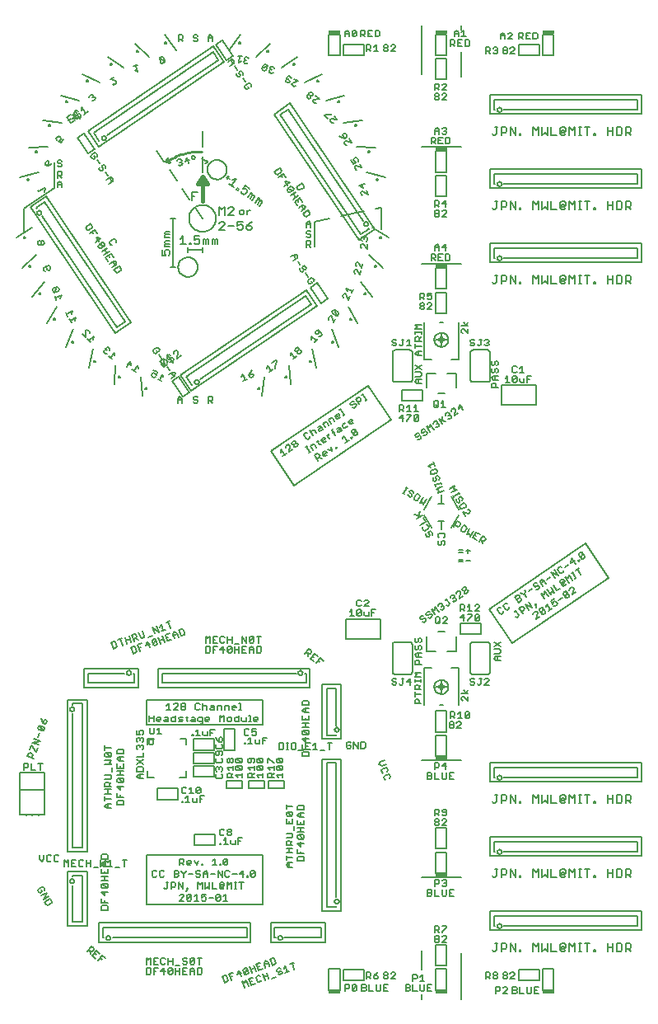
<source format=gto>
G75*
%MOIN*%
%OFA0B0*%
%FSLAX24Y24*%
%IPPOS*%
%LPD*%
%AMOC8*
5,1,8,0,0,1.08239X$1,22.5*
%
%ADD10C,0.0050*%
%ADD11C,0.0060*%
%ADD12C,0.0100*%
%ADD13C,0.0070*%
%ADD14R,0.0480X0.0140*%
%ADD15C,0.0080*%
%ADD16C,0.0160*%
D10*
X006652Y008936D02*
X006902Y008936D01*
X006902Y008891D01*
X006902Y008936D02*
X007152Y008936D01*
X007152Y008891D01*
X007152Y008936D02*
X007402Y008936D01*
X007652Y008936D01*
X007652Y009936D01*
X006652Y009936D01*
X006652Y010636D01*
X007652Y010636D01*
X007652Y009936D01*
X006652Y009936D02*
X006652Y008936D01*
X007402Y008936D02*
X007402Y008891D01*
X008579Y007435D02*
X008579Y013577D01*
X009366Y013577D01*
X009366Y007435D01*
X008579Y007435D01*
X008775Y007592D02*
X008775Y013026D01*
X008665Y013192D02*
X008667Y013211D01*
X008673Y013228D01*
X008682Y013244D01*
X008694Y013258D01*
X008709Y013269D01*
X008726Y013277D01*
X008745Y013281D01*
X008763Y013281D01*
X008782Y013277D01*
X008798Y013269D01*
X008814Y013258D01*
X008826Y013244D01*
X008835Y013228D01*
X008841Y013211D01*
X008843Y013192D01*
X008841Y013173D01*
X008835Y013156D01*
X008826Y013140D01*
X008814Y013126D01*
X008799Y013115D01*
X008782Y013107D01*
X008763Y013103D01*
X008745Y013103D01*
X008726Y013107D01*
X008710Y013115D01*
X008694Y013126D01*
X008682Y013140D01*
X008673Y013156D01*
X008667Y013173D01*
X008665Y013192D01*
X008775Y013380D02*
X008775Y013419D01*
X009169Y013419D01*
X009169Y007592D01*
X008775Y007592D01*
X008579Y006628D02*
X008579Y004423D01*
X009366Y004423D01*
X009366Y006628D01*
X008579Y006628D01*
X008775Y006471D02*
X008775Y006431D01*
X008775Y006471D02*
X009169Y006471D01*
X009169Y004581D01*
X008775Y004581D01*
X008775Y006077D01*
X008665Y006244D02*
X008667Y006263D01*
X008673Y006280D01*
X008682Y006296D01*
X008694Y006310D01*
X008709Y006321D01*
X008726Y006329D01*
X008745Y006333D01*
X008763Y006333D01*
X008782Y006329D01*
X008798Y006321D01*
X008814Y006310D01*
X008826Y006296D01*
X008835Y006280D01*
X008841Y006263D01*
X008843Y006244D01*
X008841Y006225D01*
X008835Y006208D01*
X008826Y006192D01*
X008814Y006178D01*
X008799Y006167D01*
X008782Y006159D01*
X008763Y006155D01*
X008745Y006155D01*
X008726Y006159D01*
X008710Y006167D01*
X008694Y006178D01*
X008682Y006192D01*
X008673Y006208D01*
X008667Y006225D01*
X008665Y006244D01*
X009841Y004560D02*
X015983Y004560D01*
X015983Y003772D01*
X009841Y003772D01*
X009841Y004560D01*
X009999Y004363D02*
X015826Y004363D01*
X015826Y003969D01*
X010393Y003969D01*
X010137Y003948D02*
X010139Y003967D01*
X010145Y003984D01*
X010154Y004000D01*
X010166Y004014D01*
X010181Y004025D01*
X010198Y004033D01*
X010217Y004037D01*
X010235Y004037D01*
X010254Y004033D01*
X010270Y004025D01*
X010286Y004014D01*
X010298Y004000D01*
X010307Y003984D01*
X010313Y003967D01*
X010315Y003948D01*
X010313Y003929D01*
X010307Y003912D01*
X010298Y003896D01*
X010286Y003882D01*
X010271Y003871D01*
X010254Y003863D01*
X010235Y003859D01*
X010217Y003859D01*
X010198Y003863D01*
X010182Y003871D01*
X010166Y003882D01*
X010154Y003896D01*
X010145Y003912D01*
X010139Y003929D01*
X010137Y003948D01*
X010038Y003969D02*
X009999Y003969D01*
X009999Y004363D01*
X013712Y007706D02*
X013712Y008146D01*
X014552Y008146D01*
X014552Y007706D01*
X013712Y007706D01*
X013032Y009546D02*
X012192Y009546D01*
X012192Y009986D01*
X013032Y009986D01*
X013032Y009546D01*
X013672Y010466D02*
X013672Y010906D01*
X014512Y010906D01*
X014512Y010466D01*
X013672Y010466D01*
X013672Y011006D02*
X013672Y011446D01*
X014512Y011446D01*
X014512Y011006D01*
X013672Y011006D01*
X013672Y011546D02*
X013672Y011986D01*
X014512Y011986D01*
X014512Y011546D01*
X013672Y011546D01*
X014892Y011546D02*
X014892Y012386D01*
X015332Y012386D01*
X015332Y011546D01*
X014892Y011546D01*
X015012Y010306D02*
X015012Y009986D01*
X015652Y009986D01*
X015652Y010306D01*
X015012Y010306D01*
X015892Y010306D02*
X015892Y009986D01*
X016532Y009986D01*
X016532Y010306D01*
X015892Y010306D01*
X016692Y010306D02*
X016692Y009986D01*
X017332Y009986D01*
X017332Y010306D01*
X016692Y010306D01*
X018859Y011177D02*
X019646Y011177D01*
X019646Y005035D01*
X018859Y005035D01*
X018859Y011177D01*
X019055Y011019D02*
X019449Y011019D01*
X019449Y005586D01*
X019381Y005419D02*
X019383Y005438D01*
X019389Y005455D01*
X019398Y005471D01*
X019410Y005485D01*
X019425Y005496D01*
X019442Y005504D01*
X019461Y005508D01*
X019479Y005508D01*
X019498Y005504D01*
X019514Y005496D01*
X019530Y005485D01*
X019542Y005471D01*
X019551Y005455D01*
X019557Y005438D01*
X019559Y005419D01*
X019557Y005400D01*
X019551Y005383D01*
X019542Y005367D01*
X019530Y005353D01*
X019515Y005342D01*
X019498Y005334D01*
X019479Y005330D01*
X019461Y005330D01*
X019442Y005334D01*
X019426Y005342D01*
X019410Y005353D01*
X019398Y005367D01*
X019389Y005383D01*
X019383Y005400D01*
X019381Y005419D01*
X019449Y005232D02*
X019449Y005192D01*
X019055Y005192D01*
X019055Y011019D01*
X018859Y011983D02*
X018859Y014188D01*
X019646Y014188D01*
X019646Y011983D01*
X018859Y011983D01*
X019055Y012141D02*
X019055Y014031D01*
X019449Y014031D01*
X019449Y012535D01*
X019381Y012368D02*
X019383Y012387D01*
X019389Y012404D01*
X019398Y012420D01*
X019410Y012434D01*
X019425Y012445D01*
X019442Y012453D01*
X019461Y012457D01*
X019479Y012457D01*
X019498Y012453D01*
X019514Y012445D01*
X019530Y012434D01*
X019542Y012420D01*
X019551Y012404D01*
X019557Y012387D01*
X019559Y012368D01*
X019557Y012349D01*
X019551Y012332D01*
X019542Y012316D01*
X019530Y012302D01*
X019515Y012291D01*
X019498Y012283D01*
X019479Y012279D01*
X019461Y012279D01*
X019442Y012283D01*
X019426Y012291D01*
X019410Y012302D01*
X019398Y012316D01*
X019389Y012332D01*
X019383Y012349D01*
X019381Y012368D01*
X019449Y012180D02*
X019449Y012141D01*
X019055Y012141D01*
X018383Y014052D02*
X012241Y014052D01*
X012241Y014840D01*
X018383Y014840D01*
X018383Y014052D01*
X018226Y014249D02*
X012399Y014249D01*
X012399Y014643D01*
X017832Y014643D01*
X017910Y014664D02*
X017912Y014683D01*
X017918Y014700D01*
X017927Y014716D01*
X017939Y014730D01*
X017954Y014741D01*
X017971Y014749D01*
X017990Y014753D01*
X018008Y014753D01*
X018027Y014749D01*
X018043Y014741D01*
X018059Y014730D01*
X018071Y014716D01*
X018080Y014700D01*
X018086Y014683D01*
X018088Y014664D01*
X018086Y014645D01*
X018080Y014628D01*
X018071Y014612D01*
X018059Y014598D01*
X018044Y014587D01*
X018027Y014579D01*
X018008Y014575D01*
X017990Y014575D01*
X017971Y014579D01*
X017955Y014587D01*
X017939Y014598D01*
X017927Y014612D01*
X017918Y014628D01*
X017912Y014645D01*
X017910Y014664D01*
X018186Y014643D02*
X018226Y014643D01*
X018226Y014249D01*
X019850Y016036D02*
X019850Y016836D01*
X021250Y016836D01*
X021250Y016036D01*
X019850Y016036D01*
X023109Y016131D02*
X023109Y015540D01*
X023463Y015540D01*
X023936Y015540D02*
X024290Y015540D01*
X024290Y016131D01*
X024461Y016216D02*
X024461Y016656D01*
X025301Y016656D01*
X025301Y016216D01*
X024461Y016216D01*
X023837Y016347D02*
X023562Y016347D01*
X023700Y014325D02*
X023700Y013853D01*
X023936Y014089D02*
X023463Y014089D01*
X023480Y013115D02*
X023920Y013115D01*
X023920Y012275D01*
X023480Y012275D01*
X023480Y013115D01*
X023480Y012131D02*
X023920Y012131D01*
X023920Y011291D01*
X023480Y011291D01*
X023480Y012131D01*
X022912Y011121D02*
X024487Y011121D01*
X025664Y011038D02*
X025664Y010251D01*
X031806Y010251D01*
X031806Y011038D01*
X025664Y011038D01*
X025822Y010841D02*
X025822Y010447D01*
X025861Y010447D01*
X025960Y010426D02*
X025962Y010445D01*
X025968Y010462D01*
X025977Y010478D01*
X025989Y010492D01*
X026004Y010503D01*
X026021Y010511D01*
X026040Y010515D01*
X026058Y010515D01*
X026077Y010511D01*
X026093Y010503D01*
X026109Y010492D01*
X026121Y010478D01*
X026130Y010462D01*
X026136Y010445D01*
X026138Y010426D01*
X026136Y010407D01*
X026130Y010390D01*
X026121Y010374D01*
X026109Y010360D01*
X026094Y010349D01*
X026077Y010341D01*
X026058Y010337D01*
X026040Y010337D01*
X026021Y010341D01*
X026005Y010349D01*
X025989Y010360D01*
X025977Y010374D01*
X025968Y010390D01*
X025962Y010407D01*
X025960Y010426D01*
X026215Y010447D02*
X031649Y010447D01*
X031649Y010841D01*
X025822Y010841D01*
X025664Y008038D02*
X031806Y008038D01*
X031806Y007251D01*
X025664Y007251D01*
X025664Y008038D01*
X025822Y007841D02*
X031649Y007841D01*
X031649Y007447D01*
X026215Y007447D01*
X025960Y007426D02*
X025962Y007445D01*
X025968Y007462D01*
X025977Y007478D01*
X025989Y007492D01*
X026004Y007503D01*
X026021Y007511D01*
X026040Y007515D01*
X026058Y007515D01*
X026077Y007511D01*
X026093Y007503D01*
X026109Y007492D01*
X026121Y007478D01*
X026130Y007462D01*
X026136Y007445D01*
X026138Y007426D01*
X026136Y007407D01*
X026130Y007390D01*
X026121Y007374D01*
X026109Y007360D01*
X026094Y007349D01*
X026077Y007341D01*
X026058Y007337D01*
X026040Y007337D01*
X026021Y007341D01*
X026005Y007349D01*
X025989Y007360D01*
X025977Y007374D01*
X025968Y007390D01*
X025962Y007407D01*
X025960Y007426D01*
X025861Y007447D02*
X025822Y007447D01*
X025822Y007841D01*
X024487Y006396D02*
X022912Y006396D01*
X023480Y006567D02*
X023480Y007407D01*
X023920Y007407D01*
X023920Y006567D01*
X023480Y006567D01*
X023480Y007551D02*
X023920Y007551D01*
X023920Y008391D01*
X023480Y008391D01*
X023480Y007551D01*
X025664Y005038D02*
X031806Y005038D01*
X031806Y004251D01*
X025664Y004251D01*
X025664Y005038D01*
X025822Y004841D02*
X025822Y004447D01*
X025861Y004447D01*
X025960Y004426D02*
X025962Y004445D01*
X025968Y004462D01*
X025977Y004478D01*
X025989Y004492D01*
X026004Y004503D01*
X026021Y004511D01*
X026040Y004515D01*
X026058Y004515D01*
X026077Y004511D01*
X026093Y004503D01*
X026109Y004492D01*
X026121Y004478D01*
X026130Y004462D01*
X026136Y004445D01*
X026138Y004426D01*
X026136Y004407D01*
X026130Y004390D01*
X026121Y004374D01*
X026109Y004360D01*
X026094Y004349D01*
X026077Y004341D01*
X026058Y004337D01*
X026040Y004337D01*
X026021Y004341D01*
X026005Y004349D01*
X025989Y004360D01*
X025977Y004374D01*
X025968Y004390D01*
X025962Y004407D01*
X025960Y004426D01*
X026215Y004447D02*
X031649Y004447D01*
X031649Y004841D01*
X025822Y004841D01*
X024487Y003345D02*
X024487Y001475D01*
X023920Y001842D02*
X023920Y002682D01*
X023480Y002682D01*
X023480Y001842D01*
X023920Y001842D01*
X023920Y002827D02*
X023480Y002827D01*
X023480Y003667D01*
X023920Y003667D01*
X023920Y002827D01*
X022912Y002656D02*
X022912Y003443D01*
X022912Y001672D02*
X022912Y001475D01*
X020576Y002239D02*
X019736Y002239D01*
X019736Y002679D01*
X020576Y002679D01*
X020576Y002239D01*
X019589Y001842D02*
X019149Y001842D01*
X019149Y002682D01*
X019589Y002682D01*
X019589Y001842D01*
X018995Y003772D02*
X016790Y003772D01*
X016790Y004560D01*
X018995Y004560D01*
X018995Y003772D01*
X018837Y003969D02*
X017341Y003969D01*
X017085Y003948D02*
X017087Y003967D01*
X017093Y003984D01*
X017102Y004000D01*
X017114Y004014D01*
X017129Y004025D01*
X017146Y004033D01*
X017165Y004037D01*
X017183Y004037D01*
X017202Y004033D01*
X017218Y004025D01*
X017234Y004014D01*
X017246Y004000D01*
X017255Y003984D01*
X017261Y003967D01*
X017263Y003948D01*
X017261Y003929D01*
X017255Y003912D01*
X017246Y003896D01*
X017234Y003882D01*
X017219Y003871D01*
X017202Y003863D01*
X017183Y003859D01*
X017165Y003859D01*
X017146Y003863D01*
X017130Y003871D01*
X017114Y003882D01*
X017102Y003896D01*
X017093Y003912D01*
X017087Y003929D01*
X017085Y003948D01*
X016987Y003969D02*
X016947Y003969D01*
X016947Y004363D01*
X018837Y004363D01*
X018837Y003969D01*
X026823Y002679D02*
X026823Y002239D01*
X027663Y002239D01*
X027663Y002679D01*
X026823Y002679D01*
X027810Y002682D02*
X027810Y001842D01*
X028250Y001842D01*
X028250Y002682D01*
X027810Y002682D01*
X026567Y015852D02*
X030484Y018494D01*
X029549Y019881D01*
X025632Y017239D01*
X026567Y015852D01*
X024093Y020530D02*
X024408Y021042D01*
X024408Y021278D02*
X024093Y021790D01*
X023818Y021514D02*
X023700Y021514D01*
X023700Y021869D01*
X023700Y021514D02*
X023582Y021514D01*
X023306Y021790D02*
X022991Y021278D01*
X022991Y021042D02*
X023306Y020530D01*
X023582Y020806D02*
X023700Y020806D01*
X023818Y020806D01*
X023700Y020806D02*
X023700Y020451D01*
X021659Y024889D02*
X020724Y026276D01*
X016807Y023634D01*
X017743Y022247D01*
X021659Y024889D01*
X022099Y025664D02*
X022099Y026104D01*
X022939Y026104D01*
X022939Y025664D01*
X022099Y025664D01*
X023109Y026189D02*
X023109Y026780D01*
X023463Y026780D01*
X023936Y026780D02*
X024290Y026780D01*
X024290Y026189D01*
X023837Y025973D02*
X023562Y025973D01*
X023700Y027892D02*
X023700Y028365D01*
X023936Y028128D02*
X023463Y028128D01*
X023480Y029205D02*
X023480Y030045D01*
X023920Y030045D01*
X023920Y029205D01*
X023480Y029205D01*
X023480Y030189D02*
X023920Y030189D01*
X023920Y031029D01*
X023480Y031029D01*
X023480Y030189D01*
X022912Y031199D02*
X024487Y031199D01*
X025664Y031251D02*
X031806Y031251D01*
X031806Y032038D01*
X025664Y032038D01*
X025664Y031251D01*
X025822Y031447D02*
X025822Y031841D01*
X031649Y031841D01*
X031649Y031447D01*
X026215Y031447D01*
X025960Y031426D02*
X025962Y031445D01*
X025968Y031462D01*
X025977Y031478D01*
X025989Y031492D01*
X026004Y031503D01*
X026021Y031511D01*
X026040Y031515D01*
X026058Y031515D01*
X026077Y031511D01*
X026093Y031503D01*
X026109Y031492D01*
X026121Y031478D01*
X026130Y031462D01*
X026136Y031445D01*
X026138Y031426D01*
X026136Y031407D01*
X026130Y031390D01*
X026121Y031374D01*
X026109Y031360D01*
X026094Y031349D01*
X026077Y031341D01*
X026058Y031337D01*
X026040Y031337D01*
X026021Y031341D01*
X026005Y031349D01*
X025989Y031360D01*
X025977Y031374D01*
X025968Y031390D01*
X025962Y031407D01*
X025960Y031426D01*
X025861Y031447D02*
X025822Y031447D01*
X025664Y034251D02*
X031806Y034251D01*
X031806Y035038D01*
X025664Y035038D01*
X025664Y034251D01*
X025822Y034447D02*
X025861Y034447D01*
X025822Y034447D02*
X025822Y034841D01*
X031649Y034841D01*
X031649Y034447D01*
X026215Y034447D01*
X025960Y034426D02*
X025962Y034445D01*
X025968Y034462D01*
X025977Y034478D01*
X025989Y034492D01*
X026004Y034503D01*
X026021Y034511D01*
X026040Y034515D01*
X026058Y034515D01*
X026077Y034511D01*
X026093Y034503D01*
X026109Y034492D01*
X026121Y034478D01*
X026130Y034462D01*
X026136Y034445D01*
X026138Y034426D01*
X026136Y034407D01*
X026130Y034390D01*
X026121Y034374D01*
X026109Y034360D01*
X026094Y034349D01*
X026077Y034341D01*
X026058Y034337D01*
X026040Y034337D01*
X026021Y034341D01*
X026005Y034349D01*
X025989Y034360D01*
X025977Y034374D01*
X025968Y034390D01*
X025962Y034407D01*
X025960Y034426D01*
X024487Y035924D02*
X022912Y035924D01*
X023480Y035753D02*
X023480Y034913D01*
X023920Y034913D01*
X023920Y035753D01*
X023480Y035753D01*
X023480Y034769D02*
X023920Y034769D01*
X023920Y033929D01*
X023480Y033929D01*
X023480Y034769D01*
X021421Y034712D02*
X020671Y034881D01*
X021074Y034617D02*
X021130Y034602D01*
X020784Y035728D02*
X020726Y035735D01*
X021053Y035884D02*
X020285Y035929D01*
X020253Y036795D02*
X020195Y036792D01*
X020494Y036992D02*
X019729Y036912D01*
X019564Y037750D02*
X019507Y037738D01*
X019770Y037985D02*
X019028Y037782D01*
X018720Y038591D02*
X018666Y038569D01*
X018884Y038855D02*
X018185Y038534D01*
X017750Y039282D02*
X017700Y039252D01*
X017869Y039570D02*
X017232Y039138D01*
X016691Y039800D02*
X016647Y039763D01*
X016762Y040104D02*
X016203Y039575D01*
X015551Y040144D02*
X015513Y040099D01*
X015571Y040455D02*
X015106Y039842D01*
X015266Y039609D02*
X015000Y039430D01*
X014575Y040060D01*
X014841Y040239D01*
X015266Y039609D01*
X014919Y039359D02*
X009827Y035924D01*
X009387Y036577D01*
X014479Y040012D01*
X014919Y039359D01*
X014678Y039434D02*
X010174Y036396D01*
X009959Y036285D02*
X009961Y036304D01*
X009967Y036321D01*
X009976Y036337D01*
X009988Y036351D01*
X010003Y036362D01*
X010020Y036370D01*
X010039Y036374D01*
X010057Y036374D01*
X010076Y036370D01*
X010092Y036362D01*
X010108Y036351D01*
X010120Y036337D01*
X010129Y036321D01*
X010135Y036304D01*
X010137Y036285D01*
X010135Y036266D01*
X010129Y036249D01*
X010120Y036233D01*
X010108Y036219D01*
X010093Y036208D01*
X010076Y036200D01*
X010057Y036196D01*
X010039Y036196D01*
X010020Y036200D01*
X010004Y036208D01*
X009988Y036219D01*
X009976Y036233D01*
X009967Y036249D01*
X009961Y036266D01*
X009959Y036285D01*
X009880Y036198D02*
X009848Y036176D01*
X009628Y036502D01*
X014458Y039760D01*
X014678Y039434D01*
X012958Y039842D02*
X012493Y040455D01*
X012514Y040144D02*
X012551Y040099D01*
X011861Y039575D02*
X011302Y040104D01*
X011373Y039800D02*
X011418Y039763D01*
X010833Y039138D02*
X010196Y039570D01*
X010315Y039282D02*
X010365Y039252D01*
X009879Y038534D02*
X009180Y038855D01*
X009345Y038591D02*
X009399Y038569D01*
X009037Y037782D02*
X008295Y037985D01*
X008500Y037750D02*
X008557Y037738D01*
X008336Y036912D02*
X007571Y036992D01*
X007811Y036795D02*
X007869Y036792D01*
X007779Y035929D02*
X007011Y035884D01*
X007281Y035728D02*
X007339Y035735D01*
X007394Y034881D02*
X006643Y034712D01*
X006935Y034602D02*
X006991Y034617D01*
X007709Y033922D02*
X007056Y033482D01*
X010491Y028390D01*
X011144Y028831D01*
X007709Y033922D01*
X007634Y033682D02*
X010892Y028851D01*
X010566Y028631D01*
X007528Y033135D01*
X007328Y033262D02*
X007330Y033281D01*
X007336Y033298D01*
X007345Y033314D01*
X007357Y033328D01*
X007372Y033339D01*
X007389Y033347D01*
X007408Y033351D01*
X007426Y033351D01*
X007445Y033347D01*
X007461Y033339D01*
X007477Y033328D01*
X007489Y033314D01*
X007498Y033298D01*
X007504Y033281D01*
X007506Y033262D01*
X007504Y033243D01*
X007498Y033226D01*
X007489Y033210D01*
X007477Y033196D01*
X007462Y033185D01*
X007445Y033177D01*
X007426Y033173D01*
X007408Y033173D01*
X007389Y033177D01*
X007373Y033185D01*
X007357Y033196D01*
X007345Y033210D01*
X007336Y033226D01*
X007330Y033243D01*
X007328Y033262D01*
X007330Y033429D02*
X007308Y033462D01*
X007634Y033682D01*
X007153Y032655D02*
X006496Y032254D01*
X006807Y032243D02*
X006855Y032276D01*
X007305Y031548D02*
X006721Y031047D01*
X007030Y031086D02*
X007072Y031126D01*
X007638Y030470D02*
X007144Y029879D01*
X007443Y029969D02*
X007478Y030015D01*
X008143Y029460D02*
X007752Y028797D01*
X008032Y028934D02*
X008059Y028985D01*
X008798Y028555D02*
X008520Y027838D01*
X008774Y028018D02*
X008792Y028073D01*
X009600Y027760D02*
X009443Y027007D01*
X009664Y027226D02*
X009673Y027284D01*
X010511Y027113D02*
X010478Y026345D01*
X010660Y026597D02*
X010660Y026655D01*
X011526Y026618D02*
X011618Y025854D01*
X011757Y026133D02*
X011747Y026190D01*
X012799Y026462D02*
X013064Y026641D01*
X013489Y026011D01*
X013224Y025832D01*
X012799Y026462D01*
X013146Y026713D02*
X018237Y030147D01*
X018678Y029494D01*
X013586Y026060D01*
X013146Y026713D01*
X013386Y026638D02*
X018217Y029896D01*
X018437Y029569D01*
X013933Y026531D01*
X013718Y026420D02*
X013720Y026439D01*
X013726Y026456D01*
X013735Y026472D01*
X013747Y026486D01*
X013762Y026497D01*
X013779Y026505D01*
X013798Y026509D01*
X013816Y026509D01*
X013835Y026505D01*
X013851Y026497D01*
X013867Y026486D01*
X013879Y026472D01*
X013888Y026456D01*
X013894Y026439D01*
X013896Y026420D01*
X013894Y026401D01*
X013888Y026384D01*
X013879Y026368D01*
X013867Y026354D01*
X013852Y026343D01*
X013835Y026335D01*
X013816Y026331D01*
X013798Y026331D01*
X013779Y026335D01*
X013763Y026343D01*
X013747Y026354D01*
X013735Y026368D01*
X013726Y026384D01*
X013720Y026401D01*
X013718Y026420D01*
X013639Y026333D02*
X013606Y026311D01*
X013386Y026638D01*
X016307Y026133D02*
X016317Y026190D01*
X016446Y025854D02*
X016539Y026618D01*
X017404Y026597D02*
X017405Y026655D01*
X017587Y026345D02*
X017553Y027113D01*
X018400Y027226D02*
X018392Y027284D01*
X018622Y027007D02*
X018464Y027760D01*
X019272Y028073D02*
X019291Y028018D01*
X019545Y027838D02*
X019266Y028555D01*
X020032Y028934D02*
X020006Y028985D01*
X020312Y028797D02*
X019922Y029460D01*
X020622Y029969D02*
X020587Y030015D01*
X020920Y029879D02*
X020427Y030470D01*
X021034Y031086D02*
X020992Y031126D01*
X021343Y031047D02*
X020760Y031548D01*
X020355Y032149D02*
X016921Y037241D01*
X017574Y037681D01*
X021008Y032590D01*
X020355Y032149D01*
X020431Y032390D02*
X017172Y037220D01*
X017499Y037441D01*
X020537Y032936D01*
X020559Y032810D02*
X020561Y032829D01*
X020567Y032846D01*
X020576Y032862D01*
X020588Y032876D01*
X020603Y032887D01*
X020620Y032895D01*
X020639Y032899D01*
X020657Y032899D01*
X020676Y032895D01*
X020692Y032887D01*
X020708Y032876D01*
X020720Y032862D01*
X020729Y032846D01*
X020735Y032829D01*
X020737Y032810D01*
X020735Y032791D01*
X020729Y032774D01*
X020720Y032758D01*
X020708Y032744D01*
X020693Y032733D01*
X020676Y032725D01*
X020657Y032721D01*
X020639Y032721D01*
X020620Y032725D01*
X020604Y032733D01*
X020588Y032744D01*
X020576Y032758D01*
X020567Y032774D01*
X020561Y032791D01*
X020559Y032810D01*
X020735Y032643D02*
X020757Y032610D01*
X020431Y032390D01*
X020912Y032655D02*
X021569Y032254D01*
X021257Y032243D02*
X021209Y032276D01*
X018666Y030419D02*
X019091Y029789D01*
X018825Y029610D01*
X018400Y030240D01*
X018666Y030419D01*
X015125Y034632D02*
X015012Y034713D01*
X015028Y034616D01*
X015012Y034713D02*
X015109Y034729D01*
X014229Y035004D02*
X014231Y035043D01*
X014237Y035082D01*
X014247Y035120D01*
X014260Y035157D01*
X014277Y035192D01*
X014297Y035226D01*
X014321Y035257D01*
X014348Y035286D01*
X014377Y035312D01*
X014409Y035335D01*
X014443Y035355D01*
X014479Y035371D01*
X014516Y035383D01*
X014555Y035392D01*
X014594Y035397D01*
X014633Y035398D01*
X014672Y035395D01*
X014711Y035388D01*
X014748Y035377D01*
X014785Y035363D01*
X014820Y035345D01*
X014853Y035324D01*
X014884Y035299D01*
X014912Y035272D01*
X014937Y035242D01*
X014959Y035209D01*
X014978Y035175D01*
X014993Y035139D01*
X015005Y035101D01*
X015013Y035063D01*
X015017Y035024D01*
X015017Y034984D01*
X015013Y034945D01*
X015005Y034907D01*
X014993Y034869D01*
X014978Y034833D01*
X014959Y034799D01*
X014937Y034766D01*
X014912Y034736D01*
X014884Y034709D01*
X014853Y034684D01*
X014820Y034663D01*
X014785Y034645D01*
X014748Y034631D01*
X014711Y034620D01*
X014672Y034613D01*
X014633Y034610D01*
X014594Y034611D01*
X014555Y034616D01*
X014516Y034625D01*
X014479Y034637D01*
X014443Y034653D01*
X014409Y034673D01*
X014377Y034696D01*
X014348Y034722D01*
X014321Y034751D01*
X014297Y034782D01*
X014277Y034816D01*
X014260Y034851D01*
X014247Y034888D01*
X014237Y034926D01*
X014231Y034965D01*
X014229Y035004D01*
X014032Y034906D02*
X014032Y035539D01*
X014007Y035458D02*
X014234Y035296D01*
X014137Y035280D01*
X014234Y035296D02*
X014217Y035393D01*
X014032Y035933D02*
X014032Y036566D01*
X012693Y035002D02*
X012991Y034564D01*
X013213Y034238D02*
X013512Y033800D01*
X013734Y033474D02*
X014032Y033036D01*
X013488Y033036D02*
X013490Y033082D01*
X013496Y033128D01*
X013506Y033173D01*
X013519Y033217D01*
X013536Y033260D01*
X013557Y033301D01*
X013581Y033341D01*
X013609Y033378D01*
X013639Y033412D01*
X013673Y033444D01*
X013709Y033473D01*
X013747Y033499D01*
X013787Y033522D01*
X013829Y033541D01*
X013873Y033556D01*
X013917Y033568D01*
X013963Y033576D01*
X014009Y033580D01*
X014055Y033580D01*
X014101Y033576D01*
X014147Y033568D01*
X014191Y033556D01*
X014235Y033541D01*
X014277Y033522D01*
X014317Y033499D01*
X014355Y033473D01*
X014391Y033444D01*
X014425Y033412D01*
X014455Y033378D01*
X014483Y033341D01*
X014507Y033301D01*
X014528Y033260D01*
X014545Y033217D01*
X014558Y033173D01*
X014568Y033128D01*
X014574Y033082D01*
X014576Y033036D01*
X014574Y032990D01*
X014568Y032944D01*
X014558Y032899D01*
X014545Y032855D01*
X014528Y032812D01*
X014507Y032771D01*
X014483Y032731D01*
X014455Y032694D01*
X014425Y032660D01*
X014391Y032628D01*
X014355Y032599D01*
X014317Y032573D01*
X014277Y032550D01*
X014235Y032531D01*
X014191Y032516D01*
X014147Y032504D01*
X014101Y032496D01*
X014055Y032492D01*
X014009Y032492D01*
X013963Y032496D01*
X013917Y032504D01*
X013873Y032516D01*
X013829Y032531D01*
X013787Y032550D01*
X013747Y032573D01*
X013709Y032599D01*
X013673Y032628D01*
X013639Y032660D01*
X013609Y032694D01*
X013581Y032731D01*
X013557Y032771D01*
X013536Y032812D01*
X013519Y032855D01*
X013506Y032899D01*
X013496Y032944D01*
X013490Y032990D01*
X013488Y033036D01*
X012950Y033036D02*
X012851Y033036D01*
X012753Y033036D01*
X012851Y033036D02*
X012851Y031067D01*
X012753Y031067D01*
X012851Y031067D02*
X012950Y031067D01*
X013048Y031067D02*
X013050Y031106D01*
X013056Y031145D01*
X013066Y031183D01*
X013079Y031220D01*
X013096Y031255D01*
X013116Y031289D01*
X013140Y031320D01*
X013167Y031349D01*
X013196Y031375D01*
X013228Y031398D01*
X013262Y031418D01*
X013298Y031434D01*
X013335Y031446D01*
X013374Y031455D01*
X013413Y031460D01*
X013452Y031461D01*
X013491Y031458D01*
X013530Y031451D01*
X013567Y031440D01*
X013604Y031426D01*
X013639Y031408D01*
X013672Y031387D01*
X013703Y031362D01*
X013731Y031335D01*
X013756Y031305D01*
X013778Y031272D01*
X013797Y031238D01*
X013812Y031202D01*
X013824Y031164D01*
X013832Y031126D01*
X013836Y031087D01*
X013836Y031047D01*
X013832Y031008D01*
X013824Y030970D01*
X013812Y030932D01*
X013797Y030896D01*
X013778Y030862D01*
X013756Y030829D01*
X013731Y030799D01*
X013703Y030772D01*
X013672Y030747D01*
X013639Y030726D01*
X013604Y030708D01*
X013567Y030694D01*
X013530Y030683D01*
X013491Y030676D01*
X013452Y030673D01*
X013413Y030674D01*
X013374Y030679D01*
X013335Y030688D01*
X013298Y030700D01*
X013262Y030716D01*
X013228Y030736D01*
X013196Y030759D01*
X013167Y030785D01*
X013140Y030814D01*
X013116Y030845D01*
X013096Y030879D01*
X013079Y030914D01*
X013066Y030951D01*
X013056Y030989D01*
X013050Y031028D01*
X013048Y031067D01*
X013442Y031658D02*
X013442Y031756D01*
X014032Y031756D01*
X014032Y031658D01*
X014032Y031756D02*
X014032Y031855D01*
X013442Y031855D02*
X013442Y031756D01*
X012471Y035327D02*
X012172Y035766D01*
X009664Y035831D02*
X009399Y035652D01*
X008974Y036282D01*
X009239Y036461D01*
X009664Y035831D01*
X019149Y039638D02*
X019589Y039638D01*
X019589Y040478D01*
X019149Y040478D01*
X019149Y039638D01*
X019736Y039638D02*
X019736Y040078D01*
X020576Y040078D01*
X020576Y039638D01*
X019736Y039638D01*
X022912Y038877D02*
X022912Y040845D01*
X023480Y040478D02*
X023480Y039638D01*
X023920Y039638D01*
X023920Y040478D01*
X023480Y040478D01*
X023480Y039493D02*
X023920Y039493D01*
X023920Y038653D01*
X023480Y038653D01*
X023480Y039493D01*
X024487Y039762D02*
X024487Y038778D01*
X025664Y038038D02*
X025664Y037251D01*
X031806Y037251D01*
X031806Y038038D01*
X025664Y038038D01*
X025822Y037841D02*
X025822Y037447D01*
X025861Y037447D01*
X025960Y037426D02*
X025962Y037445D01*
X025968Y037462D01*
X025977Y037478D01*
X025989Y037492D01*
X026004Y037503D01*
X026021Y037511D01*
X026040Y037515D01*
X026058Y037515D01*
X026077Y037511D01*
X026093Y037503D01*
X026109Y037492D01*
X026121Y037478D01*
X026130Y037462D01*
X026136Y037445D01*
X026138Y037426D01*
X026136Y037407D01*
X026130Y037390D01*
X026121Y037374D01*
X026109Y037360D01*
X026094Y037349D01*
X026077Y037341D01*
X026058Y037337D01*
X026040Y037337D01*
X026021Y037341D01*
X026005Y037349D01*
X025989Y037360D01*
X025977Y037374D01*
X025968Y037390D01*
X025962Y037407D01*
X025960Y037426D01*
X026215Y037447D02*
X031649Y037447D01*
X031649Y037841D01*
X025822Y037841D01*
X026823Y039638D02*
X026823Y040078D01*
X027663Y040078D01*
X027663Y039638D01*
X026823Y039638D01*
X027810Y039638D02*
X028250Y039638D01*
X028250Y040478D01*
X027810Y040478D01*
X027810Y039638D01*
X024487Y040648D02*
X024487Y040845D01*
X026149Y026284D02*
X026149Y025484D01*
X027549Y025484D01*
X027549Y026284D01*
X026149Y026284D01*
X011435Y014840D02*
X011435Y014052D01*
X009230Y014052D01*
X009230Y014840D01*
X011435Y014840D01*
X011277Y014643D02*
X011238Y014643D01*
X011277Y014643D02*
X011277Y014249D01*
X009387Y014249D01*
X009387Y014643D01*
X010883Y014643D01*
X010961Y014664D02*
X010963Y014683D01*
X010969Y014700D01*
X010978Y014716D01*
X010990Y014730D01*
X011005Y014741D01*
X011022Y014749D01*
X011041Y014753D01*
X011059Y014753D01*
X011078Y014749D01*
X011094Y014741D01*
X011110Y014730D01*
X011122Y014716D01*
X011131Y014700D01*
X011137Y014683D01*
X011139Y014664D01*
X011137Y014645D01*
X011131Y014628D01*
X011122Y014612D01*
X011110Y014598D01*
X011095Y014587D01*
X011078Y014579D01*
X011059Y014575D01*
X011041Y014575D01*
X011022Y014579D01*
X011006Y014587D01*
X010990Y014598D01*
X010978Y014612D01*
X010969Y014628D01*
X010963Y014645D01*
X010961Y014664D01*
D11*
X011230Y015444D02*
X011352Y015489D01*
X011378Y015544D01*
X011319Y015707D01*
X011263Y015733D01*
X011141Y015689D01*
X011230Y015444D01*
X011507Y015545D02*
X011418Y015790D01*
X011581Y015849D01*
X011544Y015697D02*
X011463Y015667D01*
X011739Y015768D02*
X011903Y015827D01*
X011906Y015690D02*
X011817Y015935D01*
X011739Y015768D01*
X011987Y015950D02*
X012013Y016006D01*
X012094Y016036D01*
X012150Y016010D01*
X012046Y015787D01*
X012102Y015761D01*
X012183Y015791D01*
X012209Y015847D01*
X012150Y016010D01*
X012249Y016092D02*
X012338Y015847D01*
X012293Y015970D02*
X012456Y016029D01*
X012570Y016070D02*
X012652Y016100D01*
X012615Y015948D02*
X012778Y016007D01*
X012892Y016049D02*
X012832Y016212D01*
X012884Y016323D01*
X012995Y016271D01*
X013055Y016108D01*
X013168Y016150D02*
X013291Y016194D01*
X013317Y016250D01*
X013257Y016413D01*
X013202Y016439D01*
X013079Y016394D01*
X013168Y016150D01*
X013010Y016231D02*
X012847Y016171D01*
X012689Y016252D02*
X012526Y016193D01*
X012615Y015948D01*
X012501Y015907D02*
X012412Y016151D01*
X012368Y016350D02*
X012531Y016409D01*
X012450Y016379D02*
X012361Y016624D01*
X012309Y016513D01*
X012166Y016553D02*
X012255Y016308D01*
X012003Y016493D01*
X012092Y016249D01*
X011992Y016167D02*
X011829Y016107D01*
X011686Y016147D02*
X011612Y016351D01*
X011449Y016292D02*
X011523Y016088D01*
X011579Y016062D01*
X011660Y016092D01*
X011686Y016147D01*
X011424Y016006D02*
X011313Y016058D01*
X011353Y016073D02*
X011231Y016028D01*
X011261Y015947D02*
X011172Y016191D01*
X011294Y016236D01*
X011350Y016210D01*
X011379Y016128D01*
X011353Y016073D01*
X011103Y016027D02*
X010939Y015968D01*
X010895Y016090D02*
X010984Y015846D01*
X011147Y015905D02*
X011058Y016150D01*
X010781Y016049D02*
X010618Y015990D01*
X010700Y016019D02*
X010789Y015775D01*
X010578Y015744D02*
X010519Y015907D01*
X010463Y015933D01*
X010341Y015889D01*
X010430Y015644D01*
X010552Y015689D01*
X010578Y015744D01*
X011987Y015950D02*
X012046Y015787D01*
X012727Y016480D02*
X012638Y016725D01*
X012719Y016754D02*
X012556Y016695D01*
X014164Y016136D02*
X014164Y015876D01*
X014164Y015736D02*
X014294Y015736D01*
X014337Y015693D01*
X014337Y015519D01*
X014294Y015476D01*
X014164Y015476D01*
X014164Y015736D01*
X014337Y015876D02*
X014337Y016136D01*
X014250Y016049D01*
X014164Y016136D01*
X014458Y016136D02*
X014458Y015876D01*
X014632Y015876D01*
X014753Y015919D02*
X014753Y016093D01*
X014796Y016136D01*
X014883Y016136D01*
X014926Y016093D01*
X015048Y016136D02*
X015048Y015876D01*
X014926Y015919D02*
X014883Y015876D01*
X014796Y015876D01*
X014753Y015919D01*
X014632Y015736D02*
X014458Y015736D01*
X014458Y015476D01*
X014458Y015606D02*
X014545Y015606D01*
X014753Y015606D02*
X014926Y015606D01*
X014883Y015736D02*
X014753Y015606D01*
X014883Y015476D02*
X014883Y015736D01*
X015048Y015693D02*
X015048Y015519D01*
X015221Y015693D01*
X015221Y015519D01*
X015178Y015476D01*
X015091Y015476D01*
X015048Y015519D01*
X015048Y015693D02*
X015091Y015736D01*
X015178Y015736D01*
X015221Y015693D01*
X015342Y015736D02*
X015342Y015476D01*
X015342Y015606D02*
X015516Y015606D01*
X015637Y015606D02*
X015724Y015606D01*
X015810Y015736D02*
X015637Y015736D01*
X015637Y015476D01*
X015810Y015476D01*
X015932Y015476D02*
X015932Y015649D01*
X016018Y015736D01*
X016105Y015649D01*
X016105Y015476D01*
X016226Y015476D02*
X016356Y015476D01*
X016400Y015519D01*
X016400Y015693D01*
X016356Y015736D01*
X016226Y015736D01*
X016226Y015476D01*
X016105Y015606D02*
X015932Y015606D01*
X015975Y015876D02*
X015932Y015919D01*
X016105Y016093D01*
X016105Y015919D01*
X016062Y015876D01*
X015975Y015876D01*
X015932Y015919D02*
X015932Y016093D01*
X015975Y016136D01*
X016062Y016136D01*
X016105Y016093D01*
X016226Y016136D02*
X016400Y016136D01*
X016313Y016136D02*
X016313Y015876D01*
X015810Y015876D02*
X015810Y016136D01*
X015637Y016136D02*
X015637Y015876D01*
X015516Y015832D02*
X015342Y015832D01*
X015221Y015876D02*
X015221Y016136D01*
X015221Y016006D02*
X015048Y016006D01*
X015516Y015736D02*
X015516Y015476D01*
X015810Y015876D02*
X015637Y016136D01*
X014632Y016136D02*
X014458Y016136D01*
X014458Y016006D02*
X014545Y016006D01*
X014044Y013426D02*
X014044Y013166D01*
X013923Y013209D02*
X013880Y013166D01*
X013793Y013166D01*
X013749Y013209D01*
X013749Y013383D01*
X013793Y013426D01*
X013880Y013426D01*
X013923Y013383D01*
X014044Y013296D02*
X014087Y013339D01*
X014174Y013339D01*
X014218Y013296D01*
X014218Y013166D01*
X014339Y013209D02*
X014382Y013253D01*
X014512Y013253D01*
X014512Y013296D02*
X014512Y013166D01*
X014382Y013166D01*
X014339Y013209D01*
X014382Y013339D02*
X014469Y013339D01*
X014512Y013296D01*
X014633Y013339D02*
X014763Y013339D01*
X014807Y013296D01*
X014807Y013166D01*
X014928Y013166D02*
X014928Y013339D01*
X015058Y013339D01*
X015102Y013296D01*
X015102Y013166D01*
X015223Y013209D02*
X015266Y013166D01*
X015353Y013166D01*
X015396Y013253D02*
X015223Y013253D01*
X015223Y013296D02*
X015266Y013339D01*
X015353Y013339D01*
X015396Y013296D01*
X015396Y013253D01*
X015517Y013166D02*
X015604Y013166D01*
X015561Y013166D02*
X015561Y013426D01*
X015517Y013426D01*
X015223Y013296D02*
X015223Y013209D01*
X015156Y012859D02*
X015070Y012859D01*
X015026Y012816D01*
X015026Y012729D01*
X015070Y012686D01*
X015156Y012686D01*
X015200Y012729D01*
X015200Y012816D01*
X015156Y012859D01*
X015321Y012816D02*
X015364Y012859D01*
X015494Y012859D01*
X015494Y012946D02*
X015494Y012686D01*
X015364Y012686D01*
X015321Y012729D01*
X015321Y012816D01*
X015616Y012859D02*
X015616Y012729D01*
X015659Y012686D01*
X015789Y012686D01*
X015789Y012859D01*
X015910Y012946D02*
X015954Y012946D01*
X015954Y012686D01*
X015997Y012686D02*
X015910Y012686D01*
X016107Y012729D02*
X016107Y012816D01*
X016150Y012859D01*
X016237Y012859D01*
X016280Y012816D01*
X016280Y012773D01*
X016107Y012773D01*
X016107Y012729D02*
X016150Y012686D01*
X016237Y012686D01*
X016462Y012556D02*
X011762Y012556D01*
X011762Y013556D01*
X016462Y013556D01*
X016462Y012556D01*
X016200Y012396D02*
X016027Y012396D01*
X016027Y012266D01*
X016114Y012309D01*
X016157Y012309D01*
X016200Y012266D01*
X016200Y012179D01*
X016157Y012136D01*
X016070Y012136D01*
X016027Y012179D01*
X015906Y012179D02*
X015862Y012136D01*
X015776Y012136D01*
X015732Y012179D01*
X015732Y012353D01*
X015776Y012396D01*
X015862Y012396D01*
X015906Y012353D01*
X015966Y012046D02*
X015966Y011786D01*
X015880Y011786D02*
X016053Y011786D01*
X016174Y011829D02*
X016218Y011786D01*
X016348Y011786D01*
X016348Y011959D01*
X016469Y011916D02*
X016556Y011916D01*
X016642Y012046D02*
X016469Y012046D01*
X016469Y011786D01*
X016174Y011829D02*
X016174Y011959D01*
X015966Y012046D02*
X015880Y011959D01*
X015776Y011829D02*
X015776Y011786D01*
X015732Y011786D01*
X015732Y011829D01*
X015776Y011829D01*
X015915Y011199D02*
X015872Y011155D01*
X015872Y011068D01*
X015915Y011025D01*
X015959Y011025D01*
X016002Y011068D01*
X016002Y011199D01*
X016089Y011199D02*
X015915Y011199D01*
X016089Y011199D02*
X016132Y011155D01*
X016132Y011068D01*
X016089Y011025D01*
X016132Y010904D02*
X016132Y010730D01*
X016132Y010817D02*
X015872Y010817D01*
X015959Y010730D01*
X016002Y010609D02*
X016046Y010566D01*
X016046Y010436D01*
X016132Y010436D02*
X015872Y010436D01*
X015872Y010566D01*
X015915Y010609D01*
X016002Y010609D01*
X016046Y010523D02*
X016132Y010609D01*
X016222Y010523D02*
X016482Y010523D01*
X016482Y010609D02*
X016482Y010436D01*
X016309Y010436D02*
X016222Y010523D01*
X016265Y010730D02*
X016222Y010774D01*
X016222Y010861D01*
X016265Y010904D01*
X016439Y010730D01*
X016482Y010774D01*
X016482Y010861D01*
X016439Y010904D01*
X016265Y010904D01*
X016265Y011025D02*
X016222Y011068D01*
X016222Y011155D01*
X016265Y011199D01*
X016439Y011025D01*
X016482Y011068D01*
X016482Y011155D01*
X016439Y011199D01*
X016265Y011199D01*
X016265Y011025D02*
X016439Y011025D01*
X016672Y011025D02*
X016672Y011199D01*
X016715Y011199D01*
X016889Y011025D01*
X016932Y011025D01*
X017022Y011068D02*
X017022Y011155D01*
X017065Y011199D01*
X017239Y011025D01*
X017282Y011068D01*
X017282Y011155D01*
X017239Y011199D01*
X017065Y011199D01*
X017022Y011068D02*
X017065Y011025D01*
X017239Y011025D01*
X017239Y010904D02*
X017282Y010861D01*
X017282Y010774D01*
X017239Y010730D01*
X017065Y010904D01*
X017239Y010904D01*
X017239Y010730D02*
X017065Y010730D01*
X017022Y010774D01*
X017022Y010861D01*
X017065Y010904D01*
X016932Y010904D02*
X016932Y010730D01*
X016932Y010817D02*
X016672Y010817D01*
X016759Y010730D01*
X016802Y010609D02*
X016846Y010566D01*
X016846Y010436D01*
X016932Y010436D02*
X016672Y010436D01*
X016672Y010566D01*
X016715Y010609D01*
X016802Y010609D01*
X016846Y010523D02*
X016932Y010609D01*
X017022Y010523D02*
X017282Y010523D01*
X017282Y010609D02*
X017282Y010436D01*
X017109Y010436D02*
X017022Y010523D01*
X016439Y010730D02*
X016265Y010730D01*
X015632Y010774D02*
X015589Y010730D01*
X015415Y010904D01*
X015589Y010904D01*
X015632Y010861D01*
X015632Y010774D01*
X015589Y010730D02*
X015415Y010730D01*
X015372Y010774D01*
X015372Y010861D01*
X015415Y010904D01*
X015415Y011025D02*
X015372Y011068D01*
X015372Y011155D01*
X015415Y011199D01*
X015589Y011025D01*
X015632Y011068D01*
X015632Y011155D01*
X015589Y011199D01*
X015415Y011199D01*
X015282Y011155D02*
X015282Y011068D01*
X015239Y011025D01*
X015196Y011025D01*
X015152Y011068D01*
X015152Y011155D01*
X015196Y011199D01*
X015239Y011199D01*
X015282Y011155D01*
X015152Y011155D02*
X015109Y011199D01*
X015065Y011199D01*
X015022Y011155D01*
X015022Y011068D01*
X015065Y011025D01*
X015109Y011025D01*
X015152Y011068D01*
X015282Y010904D02*
X015282Y010730D01*
X015282Y010817D02*
X015022Y010817D01*
X015109Y010730D01*
X015152Y010609D02*
X015196Y010566D01*
X015196Y010436D01*
X015282Y010436D02*
X015022Y010436D01*
X015022Y010566D01*
X015065Y010609D01*
X015152Y010609D01*
X015196Y010523D02*
X015282Y010609D01*
X015372Y010523D02*
X015632Y010523D01*
X015632Y010609D02*
X015632Y010436D01*
X015459Y010436D02*
X015372Y010523D01*
X015415Y011025D02*
X015589Y011025D01*
X014832Y011079D02*
X014832Y011166D01*
X014789Y011209D01*
X014789Y011330D02*
X014832Y011374D01*
X014832Y011461D01*
X014789Y011504D01*
X014615Y011504D01*
X014572Y011461D01*
X014572Y011374D01*
X014615Y011330D01*
X014659Y011330D01*
X014702Y011374D01*
X014702Y011504D01*
X014615Y011586D02*
X014789Y011586D01*
X014832Y011629D01*
X014832Y011716D01*
X014789Y011759D01*
X014789Y011880D02*
X014832Y011924D01*
X014832Y012011D01*
X014789Y012054D01*
X014746Y012054D01*
X014702Y012011D01*
X014702Y011880D01*
X014789Y011880D01*
X014702Y011880D02*
X014615Y011967D01*
X014572Y012054D01*
X014348Y012116D02*
X014348Y012376D01*
X014521Y012376D01*
X014434Y012246D02*
X014348Y012246D01*
X014226Y012289D02*
X014226Y012116D01*
X014096Y012116D01*
X014053Y012159D01*
X014053Y012289D01*
X013932Y012116D02*
X013758Y012116D01*
X013845Y012116D02*
X013845Y012376D01*
X013758Y012289D01*
X013654Y012159D02*
X013654Y012116D01*
X013611Y012116D01*
X013611Y012159D01*
X013654Y012159D01*
X013380Y012013D02*
X013380Y011750D01*
X013380Y012013D02*
X013136Y012013D01*
X013192Y012686D02*
X013235Y012729D01*
X013192Y012773D01*
X013105Y012773D01*
X013062Y012816D01*
X013105Y012859D01*
X013235Y012859D01*
X013357Y012859D02*
X013443Y012859D01*
X013400Y012903D02*
X013400Y012729D01*
X013443Y012686D01*
X013553Y012729D02*
X013596Y012773D01*
X013726Y012773D01*
X013726Y012816D02*
X013726Y012686D01*
X013596Y012686D01*
X013553Y012729D01*
X013596Y012859D02*
X013683Y012859D01*
X013726Y012816D01*
X013848Y012816D02*
X013848Y012729D01*
X013891Y012686D01*
X014021Y012686D01*
X014021Y012642D02*
X014021Y012859D01*
X013891Y012859D01*
X013848Y012816D01*
X013934Y012599D02*
X013978Y012599D01*
X014021Y012642D01*
X014142Y012729D02*
X014186Y012686D01*
X014272Y012686D01*
X014316Y012773D02*
X014142Y012773D01*
X014142Y012816D02*
X014186Y012859D01*
X014272Y012859D01*
X014316Y012816D01*
X014316Y012773D01*
X014142Y012729D02*
X014142Y012816D01*
X014633Y013166D02*
X014633Y013339D01*
X014732Y012946D02*
X014818Y012859D01*
X014905Y012946D01*
X014905Y012686D01*
X014732Y012686D02*
X014732Y012946D01*
X014615Y011759D02*
X014572Y011716D01*
X014572Y011629D01*
X014615Y011586D01*
X014615Y011209D02*
X014572Y011166D01*
X014572Y011079D01*
X014615Y011036D01*
X014789Y011036D01*
X014832Y011079D01*
X014789Y010854D02*
X014832Y010811D01*
X014832Y010724D01*
X014789Y010680D01*
X014789Y010559D02*
X014832Y010516D01*
X014832Y010429D01*
X014789Y010386D01*
X014615Y010386D01*
X014572Y010429D01*
X014572Y010516D01*
X014615Y010559D01*
X014615Y010680D02*
X014572Y010724D01*
X014572Y010811D01*
X014615Y010854D01*
X014659Y010854D01*
X014702Y010811D01*
X014746Y010854D01*
X014789Y010854D01*
X014702Y010811D02*
X014702Y010767D01*
X013955Y010003D02*
X013955Y009829D01*
X013912Y009786D01*
X013825Y009786D01*
X013782Y009829D01*
X013955Y010003D01*
X013912Y010046D01*
X013825Y010046D01*
X013782Y010003D01*
X013782Y009829D01*
X013660Y009786D02*
X013487Y009786D01*
X013574Y009786D02*
X013574Y010046D01*
X013487Y009959D01*
X013366Y010003D02*
X013322Y010046D01*
X013236Y010046D01*
X013192Y010003D01*
X013192Y009829D01*
X013236Y009786D01*
X013322Y009786D01*
X013366Y009829D01*
X013426Y009696D02*
X013426Y009436D01*
X013340Y009436D02*
X013513Y009436D01*
X013634Y009479D02*
X013678Y009436D01*
X013808Y009436D01*
X013808Y009609D01*
X013929Y009566D02*
X014016Y009566D01*
X014102Y009696D02*
X013929Y009696D01*
X013929Y009436D01*
X013634Y009479D02*
X013634Y009609D01*
X013426Y009696D02*
X013340Y009609D01*
X013236Y009479D02*
X013236Y009436D01*
X013192Y009436D01*
X013192Y009479D01*
X013236Y009479D01*
X013106Y010438D02*
X013380Y010438D01*
X013380Y010692D01*
X012360Y012186D02*
X012187Y012186D01*
X012274Y012186D02*
X012274Y012446D01*
X012187Y012359D01*
X012066Y012446D02*
X012066Y012229D01*
X012022Y012186D01*
X011936Y012186D01*
X011892Y012229D01*
X011892Y012446D01*
X011883Y012686D02*
X011883Y012946D01*
X011883Y012816D02*
X012057Y012816D01*
X012178Y012816D02*
X012221Y012859D01*
X012308Y012859D01*
X012351Y012816D01*
X012351Y012773D01*
X012178Y012773D01*
X012178Y012816D02*
X012178Y012729D01*
X012221Y012686D01*
X012308Y012686D01*
X012473Y012729D02*
X012516Y012686D01*
X012646Y012686D01*
X012646Y012816D01*
X012603Y012859D01*
X012516Y012859D01*
X012516Y012773D02*
X012646Y012773D01*
X012767Y012816D02*
X012811Y012859D01*
X012941Y012859D01*
X012941Y012946D02*
X012941Y012686D01*
X012811Y012686D01*
X012767Y012729D01*
X012767Y012816D01*
X012516Y012773D02*
X012473Y012729D01*
X012057Y012686D02*
X012057Y012946D01*
X011589Y012327D02*
X011632Y012284D01*
X011632Y012197D01*
X011589Y012154D01*
X011502Y012154D02*
X011459Y012240D01*
X011459Y012284D01*
X011502Y012327D01*
X011589Y012327D01*
X011502Y012154D02*
X011372Y012154D01*
X011372Y012327D01*
X011415Y012033D02*
X011459Y012033D01*
X011502Y011989D01*
X011546Y012033D01*
X011589Y012033D01*
X011632Y011989D01*
X011632Y011902D01*
X011589Y011859D01*
X011589Y011738D02*
X011632Y011695D01*
X011632Y011608D01*
X011589Y011564D01*
X011502Y011651D02*
X011502Y011695D01*
X011546Y011738D01*
X011589Y011738D01*
X011502Y011695D02*
X011459Y011738D01*
X011415Y011738D01*
X011372Y011695D01*
X011372Y011608D01*
X011415Y011564D01*
X011632Y011443D02*
X011632Y011270D01*
X011372Y011270D01*
X011372Y011149D02*
X011632Y010975D01*
X011589Y010854D02*
X011415Y010854D01*
X011372Y010811D01*
X011372Y010680D01*
X011632Y010680D01*
X011632Y010811D01*
X011589Y010854D01*
X011372Y010975D02*
X011632Y011149D01*
X011805Y010712D02*
X011805Y010438D01*
X012059Y010438D01*
X011632Y010386D02*
X011459Y010386D01*
X011372Y010473D01*
X011459Y010559D01*
X011632Y010559D01*
X011502Y010559D02*
X011502Y010386D01*
X010842Y010351D02*
X010842Y010265D01*
X010799Y010221D01*
X010625Y010395D01*
X010799Y010395D01*
X010842Y010351D01*
X010799Y010221D02*
X010625Y010221D01*
X010582Y010265D01*
X010582Y010351D01*
X010625Y010395D01*
X010582Y010516D02*
X010842Y010516D01*
X010712Y010516D02*
X010712Y010689D01*
X010712Y010810D02*
X010712Y010897D01*
X010582Y010984D02*
X010582Y010810D01*
X010842Y010810D01*
X010842Y010984D01*
X010842Y011105D02*
X010669Y011105D01*
X010582Y011192D01*
X010669Y011279D01*
X010842Y011279D01*
X010842Y011400D02*
X010582Y011400D01*
X010582Y011530D01*
X010625Y011573D01*
X010799Y011573D01*
X010842Y011530D01*
X010842Y011400D01*
X010712Y011279D02*
X010712Y011105D01*
X010342Y011131D02*
X010082Y011131D01*
X010125Y011252D02*
X010082Y011296D01*
X010082Y011383D01*
X010125Y011426D01*
X010299Y011252D01*
X010342Y011296D01*
X010342Y011383D01*
X010299Y011426D01*
X010125Y011426D01*
X010082Y011547D02*
X010082Y011721D01*
X010082Y011634D02*
X010342Y011634D01*
X010299Y011252D02*
X010125Y011252D01*
X010256Y011045D02*
X010342Y011131D01*
X010256Y011045D02*
X010342Y010958D01*
X010082Y010958D01*
X010386Y010837D02*
X010386Y010663D01*
X010299Y010542D02*
X010082Y010542D01*
X010082Y010368D02*
X010299Y010368D01*
X010342Y010412D01*
X010342Y010499D01*
X010299Y010542D01*
X010342Y010247D02*
X010256Y010161D01*
X010256Y010204D02*
X010256Y010074D01*
X010342Y010074D02*
X010082Y010074D01*
X010082Y010204D01*
X010125Y010247D01*
X010212Y010247D01*
X010256Y010204D01*
X010212Y009953D02*
X010212Y009779D01*
X010342Y009779D02*
X010082Y009779D01*
X010082Y009658D02*
X010082Y009485D01*
X010082Y009571D02*
X010342Y009571D01*
X010342Y009363D02*
X010169Y009363D01*
X010082Y009277D01*
X010169Y009190D01*
X010342Y009190D01*
X010212Y009190D02*
X010212Y009363D01*
X010582Y009337D02*
X010582Y009467D01*
X010625Y009511D01*
X010799Y009511D01*
X010842Y009467D01*
X010842Y009337D01*
X010582Y009337D01*
X010582Y009632D02*
X010582Y009805D01*
X010712Y009719D02*
X010712Y009632D01*
X010842Y009632D02*
X010582Y009632D01*
X010712Y009927D02*
X010712Y010100D01*
X010582Y010057D02*
X010712Y009927D01*
X010842Y010057D02*
X010582Y010057D01*
X010342Y009953D02*
X010082Y009953D01*
X010582Y010689D02*
X010842Y010689D01*
X011805Y011760D02*
X011805Y012013D01*
X012069Y012013D01*
X011852Y011866D02*
X011854Y011886D01*
X011860Y011904D01*
X011869Y011922D01*
X011881Y011937D01*
X011896Y011949D01*
X011914Y011958D01*
X011932Y011964D01*
X011952Y011966D01*
X011972Y011964D01*
X011990Y011958D01*
X012008Y011949D01*
X012023Y011937D01*
X012035Y011922D01*
X012044Y011904D01*
X012050Y011886D01*
X012052Y011866D01*
X012050Y011846D01*
X012044Y011828D01*
X012035Y011810D01*
X012023Y011795D01*
X012008Y011783D01*
X011990Y011774D01*
X011972Y011768D01*
X011952Y011766D01*
X011932Y011768D01*
X011914Y011774D01*
X011896Y011783D01*
X011881Y011795D01*
X011869Y011810D01*
X011860Y011828D01*
X011854Y011846D01*
X011852Y011866D01*
X011502Y011946D02*
X011502Y011989D01*
X011415Y012033D02*
X011372Y011989D01*
X011372Y011902D01*
X011415Y011859D01*
X012571Y013166D02*
X012744Y013166D01*
X012658Y013166D02*
X012658Y013426D01*
X012571Y013339D01*
X012865Y013383D02*
X012909Y013426D01*
X012996Y013426D01*
X013039Y013383D01*
X013039Y013339D01*
X012865Y013166D01*
X013039Y013166D01*
X013160Y013209D02*
X013203Y013166D01*
X013290Y013166D01*
X013334Y013209D01*
X013334Y013253D01*
X013290Y013296D01*
X013203Y013296D01*
X013160Y013339D01*
X013160Y013383D01*
X013203Y013426D01*
X013290Y013426D01*
X013334Y013383D01*
X013334Y013339D01*
X013290Y013296D01*
X013203Y013296D02*
X013160Y013253D01*
X013160Y013209D01*
X013192Y012686D02*
X013062Y012686D01*
X014786Y008346D02*
X014742Y008303D01*
X014742Y008129D01*
X014786Y008086D01*
X014872Y008086D01*
X014916Y008129D01*
X015037Y008129D02*
X015037Y008173D01*
X015080Y008216D01*
X015167Y008216D01*
X015210Y008173D01*
X015210Y008129D01*
X015167Y008086D01*
X015080Y008086D01*
X015037Y008129D01*
X015080Y008216D02*
X015037Y008259D01*
X015037Y008303D01*
X015080Y008346D01*
X015167Y008346D01*
X015210Y008303D01*
X015210Y008259D01*
X015167Y008216D01*
X014916Y008303D02*
X014872Y008346D01*
X014786Y008346D01*
X014976Y007996D02*
X014976Y007736D01*
X014890Y007736D02*
X015063Y007736D01*
X015184Y007779D02*
X015228Y007736D01*
X015358Y007736D01*
X015358Y007909D01*
X015479Y007866D02*
X015566Y007866D01*
X015652Y007996D02*
X015479Y007996D01*
X015479Y007736D01*
X015184Y007779D02*
X015184Y007909D01*
X014976Y007996D02*
X014890Y007909D01*
X014786Y007779D02*
X014786Y007736D01*
X014742Y007736D01*
X014742Y007779D01*
X014786Y007779D01*
X014922Y007146D02*
X015009Y007146D01*
X015052Y007103D01*
X014879Y006929D01*
X014922Y006886D01*
X015009Y006886D01*
X015052Y006929D01*
X015052Y007103D01*
X014922Y007146D02*
X014879Y007103D01*
X014879Y006929D01*
X014775Y006929D02*
X014775Y006886D01*
X014732Y006886D01*
X014732Y006929D01*
X014775Y006929D01*
X014610Y006886D02*
X014437Y006886D01*
X014524Y006886D02*
X014524Y007146D01*
X014437Y007059D01*
X014038Y006929D02*
X014038Y006886D01*
X013995Y006886D01*
X013995Y006929D01*
X014038Y006929D01*
X013874Y007059D02*
X013787Y006886D01*
X013700Y007059D01*
X013579Y007016D02*
X013579Y006973D01*
X013406Y006973D01*
X013406Y007016D02*
X013449Y007059D01*
X013536Y007059D01*
X013579Y007016D01*
X013536Y006886D02*
X013449Y006886D01*
X013406Y006929D01*
X013406Y007016D01*
X013285Y007016D02*
X013241Y006973D01*
X013111Y006973D01*
X013198Y006973D02*
X013285Y006886D01*
X013285Y007016D02*
X013285Y007103D01*
X013241Y007146D01*
X013111Y007146D01*
X013111Y006886D01*
X013185Y006666D02*
X013185Y006623D01*
X013271Y006536D01*
X013271Y006406D01*
X013271Y006536D02*
X013358Y006623D01*
X013358Y006666D01*
X013479Y006536D02*
X013653Y006536D01*
X013774Y006579D02*
X013817Y006536D01*
X013904Y006536D01*
X013947Y006493D01*
X013947Y006449D01*
X013904Y006406D01*
X013817Y006406D01*
X013774Y006449D01*
X013774Y006579D02*
X013774Y006623D01*
X013817Y006666D01*
X013904Y006666D01*
X013947Y006623D01*
X014069Y006579D02*
X014155Y006666D01*
X014242Y006579D01*
X014242Y006406D01*
X014242Y006536D02*
X014069Y006536D01*
X014069Y006579D02*
X014069Y006406D01*
X014021Y006186D02*
X014021Y005926D01*
X014142Y005926D02*
X014229Y006013D01*
X014316Y005926D01*
X014316Y006186D01*
X014437Y006186D02*
X014437Y005926D01*
X014610Y005926D01*
X014732Y005969D02*
X014732Y006143D01*
X014775Y006186D01*
X014862Y006186D01*
X014905Y006143D01*
X014905Y006056D01*
X014862Y006013D01*
X014862Y006099D01*
X014775Y006099D01*
X014775Y006013D01*
X014862Y006013D01*
X014905Y005969D02*
X014862Y005926D01*
X014775Y005926D01*
X014732Y005969D01*
X014714Y005706D02*
X014758Y005663D01*
X014584Y005489D01*
X014628Y005446D01*
X014714Y005446D01*
X014758Y005489D01*
X014758Y005663D01*
X014714Y005706D02*
X014628Y005706D01*
X014584Y005663D01*
X014584Y005489D01*
X014463Y005576D02*
X014290Y005576D01*
X014168Y005576D02*
X014168Y005489D01*
X014125Y005446D01*
X014038Y005446D01*
X013995Y005489D01*
X013995Y005576D02*
X014082Y005619D01*
X014125Y005619D01*
X014168Y005576D01*
X014168Y005706D02*
X013995Y005706D01*
X013995Y005576D01*
X013874Y005446D02*
X013700Y005446D01*
X013787Y005446D02*
X013787Y005706D01*
X013700Y005619D01*
X013579Y005663D02*
X013406Y005489D01*
X013449Y005446D01*
X013536Y005446D01*
X013579Y005489D01*
X013579Y005663D01*
X013536Y005706D01*
X013449Y005706D01*
X013406Y005663D01*
X013406Y005489D01*
X013285Y005446D02*
X013111Y005446D01*
X013285Y005619D01*
X013285Y005663D01*
X013241Y005706D01*
X013154Y005706D01*
X013111Y005663D01*
X013062Y005926D02*
X013062Y006186D01*
X013235Y005926D01*
X013235Y006186D01*
X013400Y005969D02*
X013400Y005926D01*
X013443Y005926D01*
X013443Y005969D01*
X013400Y005969D01*
X013443Y005926D02*
X013357Y005839D01*
X012941Y006056D02*
X012941Y006143D01*
X012897Y006186D01*
X012767Y006186D01*
X012767Y005926D01*
X012767Y006013D02*
X012897Y006013D01*
X012941Y006056D01*
X012646Y006186D02*
X012559Y006186D01*
X012603Y006186D02*
X012603Y005969D01*
X012559Y005926D01*
X012516Y005926D01*
X012473Y005969D01*
X012431Y006406D02*
X012474Y006449D01*
X012431Y006406D02*
X012344Y006406D01*
X012301Y006449D01*
X012301Y006623D01*
X012344Y006666D01*
X012431Y006666D01*
X012474Y006623D01*
X012180Y006623D02*
X012136Y006666D01*
X012049Y006666D01*
X012006Y006623D01*
X012006Y006449D01*
X012049Y006406D01*
X012136Y006406D01*
X012180Y006449D01*
X012890Y006406D02*
X013020Y006406D01*
X013064Y006449D01*
X013064Y006493D01*
X013020Y006536D01*
X012890Y006536D01*
X012890Y006406D02*
X012890Y006666D01*
X013020Y006666D01*
X013064Y006623D01*
X013064Y006579D01*
X013020Y006536D01*
X013848Y006186D02*
X013934Y006099D01*
X014021Y006186D01*
X014142Y006186D02*
X014142Y005926D01*
X013848Y005926D02*
X013848Y006186D01*
X014363Y006536D02*
X014537Y006536D01*
X014658Y006666D02*
X014831Y006406D01*
X014831Y006666D01*
X014953Y006623D02*
X014953Y006449D01*
X014996Y006406D01*
X015083Y006406D01*
X015126Y006449D01*
X015247Y006536D02*
X015421Y006536D01*
X015542Y006536D02*
X015715Y006536D01*
X015672Y006666D02*
X015542Y006536D01*
X015672Y006406D02*
X015672Y006666D01*
X015837Y006449D02*
X015880Y006449D01*
X015880Y006406D01*
X015837Y006406D01*
X015837Y006449D01*
X015984Y006449D02*
X016157Y006623D01*
X016157Y006449D01*
X016114Y006406D01*
X016027Y006406D01*
X015984Y006449D01*
X015984Y006623D01*
X016027Y006666D01*
X016114Y006666D01*
X016157Y006623D01*
X015691Y006186D02*
X015517Y006186D01*
X015604Y006186D02*
X015604Y005926D01*
X015408Y005926D02*
X015321Y005926D01*
X015364Y005926D02*
X015364Y006186D01*
X015321Y006186D02*
X015408Y006186D01*
X015200Y006186D02*
X015200Y005926D01*
X015026Y005926D02*
X015026Y006186D01*
X015113Y006099D01*
X015200Y006186D01*
X015126Y006623D02*
X015083Y006666D01*
X014996Y006666D01*
X014953Y006623D01*
X014658Y006666D02*
X014658Y006406D01*
X014966Y005706D02*
X014966Y005446D01*
X015052Y005446D02*
X014879Y005446D01*
X014879Y005619D02*
X014966Y005706D01*
X016462Y005306D02*
X011762Y005306D01*
X011762Y007306D01*
X016462Y007306D01*
X016462Y005306D01*
X017509Y006810D02*
X017422Y006897D01*
X017509Y006983D01*
X017682Y006983D01*
X017552Y006983D02*
X017552Y006810D01*
X017509Y006810D02*
X017682Y006810D01*
X017882Y007057D02*
X017882Y007187D01*
X017925Y007231D01*
X018099Y007231D01*
X018142Y007187D01*
X018142Y007057D01*
X017882Y007057D01*
X017682Y007191D02*
X017422Y007191D01*
X017422Y007105D02*
X017422Y007278D01*
X017422Y007399D02*
X017682Y007399D01*
X017552Y007399D02*
X017552Y007573D01*
X017596Y007694D02*
X017596Y007824D01*
X017552Y007867D01*
X017465Y007867D01*
X017422Y007824D01*
X017422Y007694D01*
X017682Y007694D01*
X017682Y007573D02*
X017422Y007573D01*
X017596Y007781D02*
X017682Y007867D01*
X017639Y007988D02*
X017682Y008032D01*
X017682Y008119D01*
X017639Y008162D01*
X017422Y008162D01*
X017422Y007988D02*
X017639Y007988D01*
X017882Y007985D02*
X017882Y008071D01*
X017925Y008115D01*
X018099Y007941D01*
X018142Y007985D01*
X018142Y008071D01*
X018099Y008115D01*
X017925Y008115D01*
X017882Y008236D02*
X018142Y008236D01*
X018012Y008236D02*
X018012Y008409D01*
X018012Y008530D02*
X018012Y008617D01*
X017882Y008530D02*
X018142Y008530D01*
X018142Y008704D01*
X018142Y008825D02*
X017969Y008825D01*
X017882Y008912D01*
X017969Y008999D01*
X018142Y008999D01*
X018142Y009120D02*
X018142Y009250D01*
X018099Y009293D01*
X017925Y009293D01*
X017882Y009250D01*
X017882Y009120D01*
X018142Y009120D01*
X018012Y008999D02*
X018012Y008825D01*
X017882Y008704D02*
X017882Y008530D01*
X017882Y008409D02*
X018142Y008409D01*
X018099Y007941D02*
X017925Y007941D01*
X017882Y007985D01*
X017882Y007777D02*
X018012Y007647D01*
X018012Y007820D01*
X018142Y007777D02*
X017882Y007777D01*
X017882Y007525D02*
X017882Y007352D01*
X018142Y007352D01*
X018012Y007352D02*
X018012Y007439D01*
X017726Y008283D02*
X017726Y008457D01*
X017682Y008578D02*
X017422Y008578D01*
X017422Y008751D01*
X017465Y008872D02*
X017422Y008916D01*
X017422Y009003D01*
X017465Y009046D01*
X017639Y008872D01*
X017682Y008916D01*
X017682Y009003D01*
X017639Y009046D01*
X017465Y009046D01*
X017422Y009167D02*
X017422Y009341D01*
X017422Y009254D02*
X017682Y009254D01*
X017639Y008872D02*
X017465Y008872D01*
X017552Y008665D02*
X017552Y008578D01*
X017682Y008578D02*
X017682Y008751D01*
X018072Y011286D02*
X018072Y011416D01*
X018115Y011459D01*
X018289Y011459D01*
X018332Y011416D01*
X018332Y011286D01*
X018072Y011286D01*
X018093Y011522D02*
X017919Y011522D01*
X017798Y011609D02*
X017798Y011783D01*
X017755Y011826D01*
X017668Y011826D01*
X017624Y011783D01*
X017624Y011609D01*
X017668Y011566D01*
X017755Y011566D01*
X017798Y011609D01*
X018072Y011580D02*
X018072Y011754D01*
X018214Y011696D02*
X018300Y011696D01*
X018202Y011667D02*
X018202Y011580D01*
X018214Y011566D02*
X018387Y011566D01*
X018332Y011580D02*
X018072Y011580D01*
X018214Y011566D02*
X018214Y011826D01*
X018387Y011826D01*
X018508Y011739D02*
X018595Y011826D01*
X018595Y011566D01*
X018508Y011566D02*
X018682Y011566D01*
X018803Y011522D02*
X018976Y011522D01*
X019184Y011566D02*
X019184Y011826D01*
X019098Y011826D02*
X019271Y011826D01*
X019858Y011823D02*
X019858Y011649D01*
X019902Y011606D01*
X019988Y011606D01*
X020032Y011649D01*
X020032Y011736D01*
X019945Y011736D01*
X019858Y011823D02*
X019902Y011866D01*
X019988Y011866D01*
X020032Y011823D01*
X020153Y011866D02*
X020326Y011606D01*
X020326Y011866D01*
X020448Y011866D02*
X020578Y011866D01*
X020621Y011823D01*
X020621Y011649D01*
X020578Y011606D01*
X020448Y011606D01*
X020448Y011866D01*
X020153Y011866D02*
X020153Y011606D01*
X021232Y011068D02*
X021180Y010956D01*
X021292Y010905D01*
X021455Y010964D01*
X021455Y010835D02*
X021292Y010776D01*
X021266Y010720D01*
X021296Y010639D01*
X021352Y010613D01*
X021393Y010499D02*
X021367Y010443D01*
X021397Y010362D01*
X021452Y010336D01*
X021393Y010499D02*
X021556Y010558D01*
X021612Y010532D01*
X021641Y010451D01*
X021615Y010395D01*
X021515Y010672D02*
X021541Y010728D01*
X021511Y010809D01*
X021455Y010835D01*
X021395Y011127D02*
X021232Y011068D01*
X022622Y013416D02*
X022622Y013546D01*
X022665Y013589D01*
X022752Y013589D01*
X022796Y013546D01*
X022796Y013416D01*
X022882Y013416D02*
X022622Y013416D01*
X022622Y013711D02*
X022622Y013884D01*
X022622Y013797D02*
X022882Y013797D01*
X022882Y014005D02*
X022622Y014005D01*
X022622Y014135D01*
X022665Y014179D01*
X022752Y014179D01*
X022796Y014135D01*
X022796Y014005D01*
X022796Y014092D02*
X022882Y014179D01*
X022882Y014300D02*
X022882Y014387D01*
X022882Y014343D02*
X022622Y014343D01*
X022622Y014300D02*
X022622Y014387D01*
X022622Y014496D02*
X022709Y014583D01*
X022622Y014670D01*
X022882Y014670D01*
X022882Y014496D02*
X022622Y014496D01*
X022432Y014437D02*
X022302Y014307D01*
X022476Y014307D01*
X022432Y014177D02*
X022432Y014437D01*
X022425Y014604D02*
X021825Y014604D01*
X021808Y014606D01*
X021791Y014610D01*
X021775Y014617D01*
X021761Y014627D01*
X021748Y014640D01*
X021738Y014654D01*
X021731Y014670D01*
X021727Y014687D01*
X021725Y014704D01*
X021725Y015804D01*
X021727Y015821D01*
X021731Y015838D01*
X021738Y015854D01*
X021748Y015868D01*
X021761Y015881D01*
X021775Y015891D01*
X021791Y015898D01*
X021808Y015902D01*
X021825Y015904D01*
X022425Y015904D01*
X022442Y015902D01*
X022459Y015898D01*
X022475Y015891D01*
X022489Y015881D01*
X022502Y015868D01*
X022512Y015854D01*
X022519Y015838D01*
X022523Y015821D01*
X022525Y015804D01*
X022525Y014704D01*
X022523Y014687D01*
X022519Y014670D01*
X022512Y014654D01*
X022502Y014640D01*
X022489Y014627D01*
X022475Y014617D01*
X022459Y014610D01*
X022442Y014606D01*
X022425Y014604D01*
X022181Y014437D02*
X022094Y014437D01*
X022138Y014437D02*
X022138Y014220D01*
X022094Y014177D01*
X022051Y014177D01*
X022008Y014220D01*
X021886Y014220D02*
X021843Y014177D01*
X021756Y014177D01*
X021713Y014220D01*
X021756Y014307D02*
X021843Y014307D01*
X021886Y014264D01*
X021886Y014220D01*
X021756Y014307D02*
X021713Y014351D01*
X021713Y014394D01*
X021756Y014437D01*
X021843Y014437D01*
X021886Y014394D01*
X022629Y015001D02*
X022629Y015131D01*
X022673Y015174D01*
X022760Y015174D01*
X022803Y015131D01*
X022803Y015001D01*
X022890Y015001D02*
X022629Y015001D01*
X022716Y015295D02*
X022629Y015382D01*
X022716Y015469D01*
X022890Y015469D01*
X022846Y015590D02*
X022890Y015633D01*
X022890Y015720D01*
X022846Y015763D01*
X022803Y015763D01*
X022760Y015720D01*
X022760Y015633D01*
X022716Y015590D01*
X022673Y015590D01*
X022629Y015633D01*
X022629Y015720D01*
X022673Y015763D01*
X022673Y015885D02*
X022716Y015885D01*
X022760Y015928D01*
X022760Y016015D01*
X022803Y016058D01*
X022846Y016058D01*
X022890Y016015D01*
X022890Y015928D01*
X022846Y015885D01*
X022673Y015885D02*
X022629Y015928D01*
X022629Y016015D01*
X022673Y016058D01*
X022937Y016725D02*
X022997Y016713D01*
X023069Y016761D01*
X023081Y016822D01*
X023056Y016858D01*
X022996Y016869D01*
X022924Y016821D01*
X022864Y016832D01*
X022840Y016868D01*
X022851Y016929D01*
X022923Y016977D01*
X022984Y016965D01*
X023084Y017033D02*
X023108Y016997D01*
X023168Y016986D01*
X023240Y017034D01*
X023301Y017022D01*
X023325Y016986D01*
X023313Y016926D01*
X023241Y016878D01*
X023181Y016889D01*
X023084Y017033D02*
X023096Y017093D01*
X023168Y017142D01*
X023228Y017130D01*
X023304Y017234D02*
X023424Y017211D01*
X023448Y017331D01*
X023593Y017115D01*
X023670Y017219D02*
X023730Y017207D01*
X023802Y017256D01*
X023813Y017316D01*
X023789Y017352D01*
X023729Y017364D01*
X023693Y017339D01*
X023729Y017364D02*
X023741Y017424D01*
X023716Y017460D01*
X023656Y017471D01*
X023584Y017423D01*
X023573Y017363D01*
X023304Y017234D02*
X023450Y017018D01*
X023518Y016917D02*
X023605Y016917D01*
X023648Y016874D01*
X023648Y016700D01*
X023605Y016657D01*
X023518Y016657D01*
X023475Y016700D01*
X023475Y016874D01*
X023518Y016917D01*
X023562Y016744D02*
X023648Y016657D01*
X023770Y016657D02*
X023943Y016830D01*
X023943Y016874D01*
X023900Y016917D01*
X023813Y016917D01*
X023770Y016874D01*
X023770Y016657D02*
X023943Y016657D01*
X023974Y017372D02*
X024010Y017396D01*
X024022Y017456D01*
X023900Y017636D01*
X023864Y017612D02*
X023936Y017660D01*
X024061Y017692D02*
X024073Y017752D01*
X024145Y017801D01*
X024205Y017789D01*
X024229Y017753D01*
X024217Y017693D01*
X024278Y017681D01*
X024302Y017645D01*
X024290Y017585D01*
X024218Y017537D01*
X024158Y017548D01*
X024181Y017669D02*
X024217Y017693D01*
X024305Y017857D02*
X024317Y017917D01*
X024389Y017966D01*
X024449Y017954D01*
X024473Y017918D01*
X024427Y017677D01*
X024570Y017774D01*
X024647Y017878D02*
X024622Y017914D01*
X024634Y017974D01*
X024706Y018023D01*
X024766Y018011D01*
X024790Y017975D01*
X024779Y017915D01*
X024707Y017866D01*
X024647Y017878D01*
X024634Y017974D02*
X024574Y017986D01*
X024550Y018022D01*
X024561Y018082D01*
X024633Y018131D01*
X024693Y018119D01*
X024718Y018083D01*
X024706Y018023D01*
X024599Y017415D02*
X024642Y017371D01*
X024642Y017285D01*
X024599Y017241D01*
X024469Y017241D01*
X024469Y017155D02*
X024469Y017415D01*
X024599Y017415D01*
X024556Y017241D02*
X024642Y017155D01*
X024763Y017155D02*
X024937Y017155D01*
X024850Y017155D02*
X024850Y017415D01*
X024763Y017328D01*
X025058Y017371D02*
X025102Y017415D01*
X025188Y017415D01*
X025232Y017371D01*
X025232Y017328D01*
X025058Y017155D01*
X025232Y017155D01*
X025188Y017021D02*
X025232Y016978D01*
X025058Y016804D01*
X025102Y016761D01*
X025188Y016761D01*
X025232Y016804D01*
X025232Y016978D01*
X025188Y017021D02*
X025102Y017021D01*
X025058Y016978D01*
X025058Y016804D01*
X024937Y016978D02*
X024763Y016804D01*
X024763Y016761D01*
X024599Y016761D02*
X024599Y017021D01*
X024469Y016891D01*
X024642Y016891D01*
X024763Y017021D02*
X024937Y017021D01*
X024937Y016978D01*
X023974Y017372D02*
X023914Y017384D01*
X024975Y015904D02*
X025575Y015904D01*
X025592Y015902D01*
X025609Y015898D01*
X025625Y015891D01*
X025639Y015881D01*
X025652Y015868D01*
X025662Y015854D01*
X025669Y015838D01*
X025673Y015821D01*
X025675Y015804D01*
X025675Y014704D01*
X025673Y014687D01*
X025669Y014670D01*
X025662Y014654D01*
X025652Y014640D01*
X025639Y014627D01*
X025625Y014617D01*
X025609Y014610D01*
X025592Y014606D01*
X025575Y014604D01*
X024975Y014604D01*
X024958Y014606D01*
X024941Y014610D01*
X024925Y014617D01*
X024911Y014627D01*
X024898Y014640D01*
X024888Y014654D01*
X024881Y014670D01*
X024877Y014687D01*
X024875Y014704D01*
X024875Y015804D01*
X024877Y015821D01*
X024881Y015838D01*
X024888Y015854D01*
X024898Y015868D01*
X024911Y015881D01*
X024925Y015891D01*
X024941Y015898D01*
X024958Y015902D01*
X024975Y015904D01*
X024408Y014877D02*
X024093Y014877D01*
X024408Y014877D02*
X024408Y013380D01*
X024560Y013538D02*
X024517Y013581D01*
X024517Y013668D01*
X024560Y013711D01*
X024604Y013711D01*
X024777Y013538D01*
X024777Y013711D01*
X024777Y013833D02*
X024517Y013833D01*
X024604Y013963D02*
X024690Y013833D01*
X024777Y013963D01*
X024906Y014177D02*
X024863Y014220D01*
X024906Y014177D02*
X024993Y014177D01*
X025036Y014220D01*
X025036Y014264D01*
X024993Y014307D01*
X024906Y014307D01*
X024863Y014351D01*
X024863Y014394D01*
X024906Y014437D01*
X024993Y014437D01*
X025036Y014394D01*
X025157Y014220D02*
X025201Y014177D01*
X025244Y014177D01*
X025287Y014220D01*
X025287Y014437D01*
X025244Y014437D02*
X025331Y014437D01*
X025452Y014394D02*
X025495Y014437D01*
X025582Y014437D01*
X025625Y014394D01*
X025625Y014351D01*
X025452Y014177D01*
X025625Y014177D01*
X025916Y015148D02*
X025829Y015235D01*
X025916Y015321D01*
X026090Y015321D01*
X026046Y015443D02*
X026090Y015486D01*
X026090Y015573D01*
X026046Y015616D01*
X025829Y015616D01*
X025829Y015737D02*
X026090Y015911D01*
X026090Y015737D02*
X025829Y015911D01*
X025829Y015443D02*
X026046Y015443D01*
X025960Y015321D02*
X025960Y015148D01*
X025916Y015148D02*
X026090Y015148D01*
X026720Y016919D02*
X026780Y016907D01*
X026816Y016931D01*
X026827Y016992D01*
X026706Y017171D01*
X026670Y017147D02*
X026742Y017196D01*
X026843Y017263D02*
X026950Y017336D01*
X027011Y017324D01*
X027059Y017253D01*
X027047Y017192D01*
X026940Y017120D01*
X026988Y017048D02*
X026843Y017263D01*
X026821Y017514D02*
X026929Y017587D01*
X026941Y017647D01*
X026917Y017683D01*
X026857Y017695D01*
X026749Y017622D01*
X026821Y017514D02*
X026676Y017730D01*
X026784Y017803D01*
X026844Y017791D01*
X026868Y017755D01*
X026857Y017695D01*
X026944Y017859D02*
X027065Y017835D01*
X027138Y017728D01*
X027065Y017835D02*
X027088Y017956D01*
X027064Y017992D01*
X026920Y017895D02*
X026944Y017859D01*
X027237Y017952D02*
X027381Y018049D01*
X027457Y018152D02*
X027517Y018141D01*
X027589Y018189D01*
X027650Y018177D01*
X027674Y018142D01*
X027662Y018081D01*
X027590Y018033D01*
X027530Y018045D01*
X027457Y018152D02*
X027433Y018188D01*
X027445Y018249D01*
X027517Y018297D01*
X027577Y018285D01*
X027702Y018317D02*
X027725Y018438D01*
X027845Y018414D01*
X027942Y018270D01*
X027870Y018378D02*
X027726Y018281D01*
X027702Y018317D02*
X027799Y018173D01*
X027882Y017965D02*
X028028Y017749D01*
X028128Y017817D02*
X028151Y017937D01*
X028272Y017914D01*
X028126Y018129D01*
X028227Y018197D02*
X028372Y017981D01*
X028516Y018078D01*
X028592Y018182D02*
X028495Y018326D01*
X028507Y018386D01*
X028579Y018435D01*
X028639Y018423D01*
X028688Y018351D01*
X028676Y018291D01*
X028627Y018363D01*
X028556Y018314D01*
X028604Y018242D01*
X028676Y018291D01*
X028736Y018279D02*
X028724Y018219D01*
X028653Y018170D01*
X028592Y018182D01*
X028725Y017954D02*
X028785Y017943D01*
X028739Y017702D01*
X028799Y017690D01*
X028871Y017739D01*
X028882Y017799D01*
X028785Y017943D01*
X028725Y017954D02*
X028653Y017906D01*
X028642Y017846D01*
X028739Y017702D01*
X028590Y017706D02*
X028446Y017609D01*
X028345Y017541D02*
X028394Y017469D01*
X028382Y017409D01*
X028310Y017361D01*
X028250Y017372D01*
X028202Y017444D02*
X028249Y017529D01*
X028285Y017553D01*
X028345Y017541D01*
X028273Y017649D02*
X028129Y017552D01*
X028202Y017444D01*
X028174Y017269D02*
X028030Y017171D01*
X028102Y017220D02*
X027956Y017436D01*
X027933Y017315D01*
X027808Y017284D02*
X027905Y017140D01*
X027894Y017079D01*
X027822Y017031D01*
X027762Y017043D01*
X027808Y017284D01*
X027748Y017295D01*
X027676Y017247D01*
X027664Y017187D01*
X027762Y017043D01*
X027685Y016939D02*
X027541Y016842D01*
X027588Y017083D01*
X027564Y017119D01*
X027504Y017130D01*
X027432Y017082D01*
X027420Y017022D01*
X027232Y017212D02*
X027087Y017428D01*
X027376Y017309D01*
X027231Y017525D01*
X027488Y017437D02*
X027513Y017401D01*
X027549Y017426D01*
X027524Y017462D01*
X027488Y017437D01*
X027549Y017426D02*
X027525Y017305D01*
X027884Y017652D02*
X027738Y017868D01*
X027859Y017844D01*
X027882Y017965D01*
X027983Y018032D02*
X028128Y017817D01*
X027970Y018446D02*
X028114Y018543D01*
X028287Y018503D02*
X028142Y018719D01*
X028431Y018600D01*
X028285Y018816D01*
X028410Y018847D02*
X028507Y018704D01*
X028567Y018692D01*
X028639Y018740D01*
X028651Y018801D01*
X028703Y018940D02*
X028847Y019037D01*
X028947Y019105D02*
X029091Y019202D01*
X029128Y019070D02*
X028982Y019286D01*
X028947Y019105D01*
X029240Y019198D02*
X029276Y019222D01*
X029300Y019186D01*
X029264Y019162D01*
X029240Y019198D01*
X029362Y019280D02*
X029265Y019424D01*
X029277Y019484D01*
X029349Y019533D01*
X029409Y019521D01*
X029362Y019280D01*
X029422Y019269D01*
X029494Y019317D01*
X029506Y019377D01*
X029409Y019521D01*
X029266Y018898D02*
X029122Y018801D01*
X029194Y018850D02*
X029340Y018634D01*
X029177Y018524D02*
X029105Y018476D01*
X029141Y018500D02*
X028996Y018716D01*
X028960Y018691D02*
X029032Y018740D01*
X028859Y018624D02*
X029005Y018408D01*
X028861Y018311D02*
X028715Y018527D01*
X028836Y018503D01*
X028859Y018624D01*
X028554Y018944D02*
X028494Y018956D01*
X028422Y018908D01*
X028410Y018847D01*
X028898Y018071D02*
X028886Y018010D01*
X028898Y018071D02*
X028969Y018119D01*
X029030Y018107D01*
X029054Y018071D01*
X029007Y017831D01*
X029151Y017928D01*
X026452Y017318D02*
X026441Y017257D01*
X026369Y017209D01*
X026309Y017221D01*
X026212Y017365D01*
X026223Y017425D01*
X026295Y017473D01*
X026355Y017462D01*
X026111Y017297D02*
X026051Y017308D01*
X025979Y017260D01*
X025967Y017200D01*
X026064Y017056D01*
X026125Y017044D01*
X026196Y017093D01*
X026208Y017153D01*
X024867Y019192D02*
X024694Y019192D01*
X024572Y019235D02*
X024399Y019235D01*
X024399Y019148D02*
X024572Y019148D01*
X024572Y019542D02*
X024399Y019542D01*
X024399Y019629D02*
X024572Y019629D01*
X024694Y019585D02*
X024867Y019585D01*
X024780Y019499D02*
X024780Y019672D01*
X024977Y020118D02*
X025128Y020031D01*
X025233Y019971D02*
X025363Y020196D01*
X025475Y020131D01*
X025491Y020072D01*
X025448Y019997D01*
X025389Y019981D01*
X025276Y020046D01*
X025351Y020002D02*
X025383Y019884D01*
X025258Y020257D02*
X025107Y020343D01*
X024977Y020118D01*
X024872Y020179D02*
X025003Y020404D01*
X024852Y020491D02*
X024722Y020265D01*
X024841Y020297D01*
X024872Y020179D01*
X025042Y020231D02*
X025118Y020187D01*
X024639Y020363D02*
X024726Y020514D01*
X024710Y020573D01*
X024635Y020616D01*
X024575Y020600D01*
X024489Y020450D01*
X024505Y020391D01*
X024580Y020348D01*
X024639Y020363D01*
X024427Y020586D02*
X024368Y020570D01*
X024255Y020635D01*
X024212Y020560D02*
X024342Y020785D01*
X024455Y020720D01*
X024471Y020661D01*
X024427Y020586D01*
X024654Y021013D02*
X024567Y021163D01*
X024804Y021100D01*
X024842Y021121D01*
X024857Y021181D01*
X024814Y021256D01*
X024755Y021272D01*
X024694Y021376D02*
X024710Y021436D01*
X024667Y021511D01*
X024608Y021527D01*
X024457Y021440D01*
X024441Y021381D01*
X024485Y021306D01*
X024544Y021290D01*
X024694Y021376D01*
X024547Y021632D02*
X024563Y021691D01*
X024519Y021766D01*
X024460Y021782D01*
X024423Y021760D01*
X024407Y021701D01*
X024450Y021626D01*
X024434Y021567D01*
X024397Y021545D01*
X024337Y021561D01*
X024294Y021636D01*
X024310Y021695D01*
X024218Y021768D02*
X024174Y021844D01*
X024196Y021806D02*
X024421Y021936D01*
X024400Y021974D02*
X024443Y021899D01*
X024339Y022079D02*
X024114Y021949D01*
X024027Y022099D02*
X024252Y022229D01*
X024220Y022110D01*
X024339Y022079D01*
X023812Y022020D02*
X023567Y021931D01*
X023619Y022042D01*
X023508Y022094D01*
X023752Y022183D01*
X023711Y022297D02*
X023681Y022378D01*
X023696Y022338D02*
X023451Y022249D01*
X023437Y022289D02*
X023466Y022208D01*
X023440Y022407D02*
X023481Y022422D01*
X023507Y022478D01*
X023477Y022559D01*
X023503Y022615D01*
X023544Y022630D01*
X023599Y022604D01*
X023629Y022522D01*
X023603Y022467D01*
X023440Y022407D02*
X023384Y022433D01*
X023355Y022515D01*
X023381Y022570D01*
X023339Y022684D02*
X023502Y022744D01*
X023528Y022799D01*
X023498Y022881D01*
X023443Y022907D01*
X023280Y022847D01*
X023254Y022792D01*
X023283Y022710D01*
X023339Y022684D01*
X023279Y022976D02*
X023168Y023028D01*
X023412Y023117D01*
X023383Y023198D02*
X023442Y023035D01*
X022741Y021894D02*
X022682Y021878D01*
X022595Y021728D01*
X022611Y021668D01*
X022686Y021625D01*
X022745Y021641D01*
X022832Y021791D01*
X022816Y021850D01*
X022741Y021894D01*
X022577Y021938D02*
X022561Y021998D01*
X022486Y022041D01*
X022427Y022025D01*
X022405Y021988D01*
X022421Y021928D01*
X022496Y021885D01*
X022512Y021826D01*
X022490Y021788D01*
X022431Y021772D01*
X022356Y021816D01*
X022340Y021875D01*
X022213Y021898D02*
X022138Y021941D01*
X022176Y021920D02*
X022306Y022145D01*
X022343Y022123D02*
X022268Y022167D01*
X022959Y021768D02*
X022828Y021543D01*
X022947Y021574D01*
X022979Y021456D01*
X023109Y021681D01*
X022834Y021183D02*
X022786Y021005D01*
X022846Y020989D02*
X022609Y021053D01*
X022695Y020902D02*
X022921Y021032D01*
X022981Y020928D02*
X023068Y020777D01*
X022843Y020647D01*
X022941Y020564D02*
X022925Y020505D01*
X022968Y020430D01*
X023028Y020414D01*
X023178Y020500D01*
X023194Y020560D01*
X023150Y020635D01*
X023091Y020651D01*
X023239Y020395D02*
X023298Y020380D01*
X023341Y020304D01*
X023325Y020245D01*
X023228Y020239D02*
X023185Y020315D01*
X023201Y020374D01*
X023239Y020395D01*
X023228Y020239D02*
X023213Y020180D01*
X023175Y020158D01*
X023116Y020174D01*
X023072Y020249D01*
X023088Y020309D01*
X023570Y020260D02*
X023570Y020173D01*
X023613Y020130D01*
X023613Y020009D02*
X023570Y019965D01*
X023570Y019878D01*
X023613Y019835D01*
X023656Y019835D01*
X023700Y019878D01*
X023700Y019965D01*
X023743Y020009D01*
X023787Y020009D01*
X023830Y019965D01*
X023830Y019878D01*
X023787Y019835D01*
X023787Y020130D02*
X023830Y020173D01*
X023830Y020260D01*
X023787Y020303D01*
X023613Y020303D01*
X023570Y020260D01*
X021048Y017218D02*
X020875Y017218D01*
X020875Y016958D01*
X020754Y016958D02*
X020754Y017131D01*
X020875Y017088D02*
X020961Y017088D01*
X020754Y016958D02*
X020623Y016958D01*
X020580Y017001D01*
X020580Y017131D01*
X020459Y017175D02*
X020285Y017001D01*
X020329Y016958D01*
X020416Y016958D01*
X020459Y017001D01*
X020459Y017175D01*
X020416Y017218D01*
X020329Y017218D01*
X020285Y017175D01*
X020285Y017001D01*
X020164Y016958D02*
X019991Y016958D01*
X020078Y016958D02*
X020078Y017218D01*
X019991Y017131D01*
X020285Y017395D02*
X020285Y017568D01*
X020329Y017612D01*
X020416Y017612D01*
X020459Y017568D01*
X020580Y017568D02*
X020623Y017612D01*
X020710Y017612D01*
X020754Y017568D01*
X020754Y017525D01*
X020580Y017351D01*
X020754Y017351D01*
X020459Y017395D02*
X020416Y017351D01*
X020329Y017351D01*
X020285Y017395D01*
X018790Y015253D02*
X018923Y015142D01*
X018773Y015098D02*
X018707Y015153D01*
X018623Y015054D02*
X018790Y015253D01*
X018698Y015331D02*
X018565Y015443D01*
X018397Y015243D01*
X018530Y015132D01*
X018548Y015287D02*
X018481Y015343D01*
X018388Y015421D02*
X018327Y015415D01*
X018227Y015499D01*
X018172Y015433D02*
X018339Y015632D01*
X018439Y015548D01*
X018444Y015487D01*
X018388Y015421D01*
X018294Y015443D02*
X018305Y015321D01*
X018289Y013522D02*
X018115Y013522D01*
X018072Y013478D01*
X018072Y013348D01*
X018332Y013348D01*
X018332Y013478D01*
X018289Y013522D01*
X018332Y013227D02*
X018159Y013227D01*
X018072Y013140D01*
X018159Y013054D01*
X018332Y013054D01*
X018332Y012933D02*
X018332Y012759D01*
X018072Y012759D01*
X018072Y012933D01*
X018202Y012846D02*
X018202Y012759D01*
X018202Y012638D02*
X018202Y012464D01*
X018332Y012464D02*
X018072Y012464D01*
X018115Y012343D02*
X018289Y012170D01*
X018332Y012213D01*
X018332Y012300D01*
X018289Y012343D01*
X018115Y012343D01*
X018072Y012300D01*
X018072Y012213D01*
X018115Y012170D01*
X018289Y012170D01*
X018202Y012049D02*
X018202Y011875D01*
X018072Y012005D01*
X018332Y012005D01*
X018332Y012638D02*
X018072Y012638D01*
X018202Y013054D02*
X018202Y013227D01*
X017515Y011826D02*
X017428Y011826D01*
X017471Y011826D02*
X017471Y011566D01*
X017428Y011566D02*
X017515Y011566D01*
X017307Y011609D02*
X017307Y011783D01*
X017263Y011826D01*
X017133Y011826D01*
X017133Y011566D01*
X017263Y011566D01*
X017307Y011609D01*
X022991Y013380D02*
X022991Y014877D01*
X023306Y014877D01*
X022890Y015295D02*
X022716Y015295D01*
X022760Y015295D02*
X022760Y015469D01*
X023700Y014325D02*
X023739Y014129D01*
X023936Y014089D01*
X023739Y014050D01*
X023700Y013853D01*
X023660Y014050D01*
X023463Y014089D01*
X023660Y014129D01*
X023700Y014325D01*
X023416Y014089D02*
X023418Y014123D01*
X023424Y014156D01*
X023434Y014188D01*
X023447Y014219D01*
X023464Y014248D01*
X023485Y014274D01*
X023508Y014299D01*
X023534Y014320D01*
X023563Y014338D01*
X023593Y014352D01*
X023625Y014363D01*
X023658Y014370D01*
X023692Y014373D01*
X023725Y014372D01*
X023758Y014367D01*
X023791Y014358D01*
X023822Y014345D01*
X023852Y014329D01*
X023879Y014310D01*
X023904Y014287D01*
X023926Y014261D01*
X023945Y014233D01*
X023960Y014203D01*
X023972Y014172D01*
X023980Y014139D01*
X023984Y014106D01*
X023984Y014072D01*
X023980Y014039D01*
X023972Y014006D01*
X023960Y013975D01*
X023945Y013945D01*
X023926Y013917D01*
X023904Y013891D01*
X023879Y013868D01*
X023852Y013849D01*
X023822Y013833D01*
X023791Y013820D01*
X023758Y013811D01*
X023725Y013806D01*
X023692Y013805D01*
X023658Y013808D01*
X023625Y013815D01*
X023593Y013826D01*
X023563Y013840D01*
X023534Y013858D01*
X023508Y013879D01*
X023485Y013904D01*
X023464Y013930D01*
X023447Y013959D01*
X023434Y013990D01*
X023424Y014022D01*
X023418Y014055D01*
X023416Y014089D01*
X023621Y013380D02*
X023778Y013380D01*
X024075Y013084D02*
X024205Y013084D01*
X024249Y013041D01*
X024249Y012954D01*
X024205Y012911D01*
X024075Y012911D01*
X024162Y012911D02*
X024249Y012824D01*
X024370Y012824D02*
X024543Y012824D01*
X024457Y012824D02*
X024457Y013084D01*
X024370Y012997D01*
X024664Y013041D02*
X024708Y013084D01*
X024795Y013084D01*
X024838Y013041D01*
X024664Y012867D01*
X024708Y012824D01*
X024795Y012824D01*
X024838Y012867D01*
X024838Y013041D01*
X024664Y013041D02*
X024664Y012867D01*
X024450Y012690D02*
X024364Y012690D01*
X024320Y012647D01*
X024199Y012647D02*
X024199Y012604D01*
X024156Y012560D01*
X024069Y012560D01*
X024026Y012604D01*
X024026Y012647D01*
X024069Y012690D01*
X024156Y012690D01*
X024199Y012647D01*
X024156Y012560D02*
X024199Y012517D01*
X024199Y012474D01*
X024156Y012430D01*
X024069Y012430D01*
X024026Y012474D01*
X024026Y012517D01*
X024069Y012560D01*
X024075Y012824D02*
X024075Y013084D01*
X024450Y012690D02*
X024494Y012647D01*
X024494Y012604D01*
X024320Y012430D01*
X024494Y012430D01*
X023860Y011017D02*
X023730Y010887D01*
X023903Y010887D01*
X023860Y010757D02*
X023860Y011017D01*
X023609Y010974D02*
X023609Y010887D01*
X023565Y010844D01*
X023435Y010844D01*
X023435Y010757D02*
X023435Y011017D01*
X023565Y011017D01*
X023609Y010974D01*
X023730Y010623D02*
X023730Y010407D01*
X023773Y010363D01*
X023860Y010363D01*
X023903Y010407D01*
X023903Y010623D01*
X024024Y010623D02*
X024024Y010363D01*
X024198Y010363D01*
X024111Y010493D02*
X024024Y010493D01*
X024024Y010623D02*
X024198Y010623D01*
X023609Y010363D02*
X023435Y010363D01*
X023435Y010623D01*
X023314Y010580D02*
X023314Y010537D01*
X023271Y010493D01*
X023140Y010493D01*
X023140Y010363D02*
X023271Y010363D01*
X023314Y010407D01*
X023314Y010450D01*
X023271Y010493D01*
X023314Y010580D02*
X023271Y010623D01*
X023140Y010623D01*
X023140Y010363D01*
X023435Y009147D02*
X023565Y009147D01*
X023609Y009104D01*
X023609Y009017D01*
X023565Y008974D01*
X023435Y008974D01*
X023522Y008974D02*
X023609Y008887D01*
X023730Y008930D02*
X023773Y008887D01*
X023860Y008887D01*
X023903Y008930D01*
X023903Y009104D01*
X023860Y009147D01*
X023773Y009147D01*
X023730Y009104D01*
X023730Y009060D01*
X023773Y009017D01*
X023903Y009017D01*
X023860Y008753D02*
X023773Y008753D01*
X023730Y008710D01*
X023609Y008710D02*
X023609Y008667D01*
X023565Y008623D01*
X023478Y008623D01*
X023435Y008667D01*
X023435Y008710D01*
X023478Y008753D01*
X023565Y008753D01*
X023609Y008710D01*
X023565Y008623D02*
X023609Y008580D01*
X023609Y008537D01*
X023565Y008493D01*
X023478Y008493D01*
X023435Y008537D01*
X023435Y008580D01*
X023478Y008623D01*
X023435Y008887D02*
X023435Y009147D01*
X023860Y008753D02*
X023903Y008710D01*
X023903Y008667D01*
X023730Y008493D01*
X023903Y008493D01*
X023860Y006293D02*
X023903Y006249D01*
X023903Y006206D01*
X023860Y006163D01*
X023903Y006119D01*
X023903Y006076D01*
X023860Y006033D01*
X023773Y006033D01*
X023730Y006076D01*
X023816Y006163D02*
X023860Y006163D01*
X023860Y006293D02*
X023773Y006293D01*
X023730Y006249D01*
X023609Y006249D02*
X023609Y006163D01*
X023565Y006119D01*
X023435Y006119D01*
X023435Y006033D02*
X023435Y006293D01*
X023565Y006293D01*
X023609Y006249D01*
X023730Y005899D02*
X023730Y005682D01*
X023773Y005639D01*
X023860Y005639D01*
X023903Y005682D01*
X023903Y005899D01*
X024024Y005899D02*
X024024Y005639D01*
X024198Y005639D01*
X024111Y005769D02*
X024024Y005769D01*
X024024Y005899D02*
X024198Y005899D01*
X023609Y005639D02*
X023435Y005639D01*
X023435Y005899D01*
X023314Y005856D02*
X023314Y005812D01*
X023271Y005769D01*
X023140Y005769D01*
X023140Y005899D02*
X023271Y005899D01*
X023314Y005856D01*
X023271Y005769D02*
X023314Y005726D01*
X023314Y005682D01*
X023271Y005639D01*
X023140Y005639D01*
X023140Y005899D01*
X023435Y004423D02*
X023565Y004423D01*
X023609Y004379D01*
X023609Y004293D01*
X023565Y004249D01*
X023435Y004249D01*
X023435Y004162D02*
X023435Y004423D01*
X023522Y004249D02*
X023609Y004162D01*
X023730Y004162D02*
X023730Y004206D01*
X023903Y004379D01*
X023903Y004423D01*
X023730Y004423D01*
X023773Y004029D02*
X023730Y003986D01*
X023773Y004029D02*
X023860Y004029D01*
X023903Y003986D01*
X023903Y003942D01*
X023730Y003769D01*
X023903Y003769D01*
X023609Y003812D02*
X023565Y003769D01*
X023478Y003769D01*
X023435Y003812D01*
X023435Y003855D01*
X023478Y003899D01*
X023565Y003899D01*
X023609Y003855D01*
X023609Y003812D01*
X023565Y003899D02*
X023609Y003942D01*
X023609Y003986D01*
X023565Y004029D01*
X023478Y004029D01*
X023435Y003986D01*
X023435Y003942D01*
X023478Y003899D01*
X022931Y002454D02*
X022931Y002194D01*
X023017Y002194D02*
X022844Y002194D01*
X022844Y002060D02*
X022844Y001844D01*
X022887Y001800D01*
X022974Y001800D01*
X023017Y001844D01*
X023017Y002060D01*
X023139Y002060D02*
X023139Y001800D01*
X023312Y001800D01*
X023225Y001930D02*
X023139Y001930D01*
X023139Y002060D02*
X023312Y002060D01*
X022931Y002454D02*
X022844Y002367D01*
X022723Y002411D02*
X022723Y002324D01*
X022679Y002281D01*
X022549Y002281D01*
X022549Y002194D02*
X022549Y002454D01*
X022679Y002454D01*
X022723Y002411D01*
X022549Y002060D02*
X022549Y001800D01*
X022723Y001800D01*
X022428Y001844D02*
X022428Y001887D01*
X022385Y001930D01*
X022255Y001930D01*
X022385Y001930D02*
X022428Y001974D01*
X022428Y002017D01*
X022385Y002060D01*
X022255Y002060D01*
X022255Y001800D01*
X022385Y001800D01*
X022428Y001844D01*
X021836Y002292D02*
X021663Y002292D01*
X021836Y002466D01*
X021836Y002509D01*
X021793Y002553D01*
X021706Y002553D01*
X021663Y002509D01*
X021542Y002509D02*
X021542Y002466D01*
X021498Y002422D01*
X021411Y002422D01*
X021368Y002466D01*
X021368Y002509D01*
X021411Y002553D01*
X021498Y002553D01*
X021542Y002509D01*
X021498Y002422D02*
X021542Y002379D01*
X021542Y002336D01*
X021498Y002292D01*
X021411Y002292D01*
X021368Y002336D01*
X021368Y002379D01*
X021411Y002422D01*
X021147Y002379D02*
X021147Y002336D01*
X021104Y002292D01*
X021017Y002292D01*
X020974Y002336D01*
X020974Y002422D01*
X021104Y002422D01*
X021147Y002379D01*
X021061Y002509D02*
X020974Y002422D01*
X020853Y002422D02*
X020809Y002379D01*
X020679Y002379D01*
X020679Y002292D02*
X020679Y002553D01*
X020809Y002553D01*
X020853Y002509D01*
X020853Y002422D01*
X020766Y002379D02*
X020853Y002292D01*
X020778Y002060D02*
X020778Y001800D01*
X020951Y001800D01*
X021072Y001844D02*
X021116Y001800D01*
X021202Y001800D01*
X021246Y001844D01*
X021246Y002060D01*
X021367Y002060D02*
X021367Y001800D01*
X021540Y001800D01*
X021454Y001930D02*
X021367Y001930D01*
X021367Y002060D02*
X021540Y002060D01*
X021072Y002060D02*
X021072Y001844D01*
X020656Y001844D02*
X020656Y001887D01*
X020613Y001930D01*
X020483Y001930D01*
X020483Y001800D02*
X020483Y002060D01*
X020613Y002060D01*
X020656Y002017D01*
X020656Y001974D01*
X020613Y001930D01*
X020656Y001844D02*
X020613Y001800D01*
X020483Y001800D01*
X020261Y001844D02*
X020218Y001800D01*
X020131Y001800D01*
X020088Y001844D01*
X020261Y002017D01*
X020261Y001844D01*
X020088Y001844D02*
X020088Y002017D01*
X020131Y002060D01*
X020218Y002060D01*
X020261Y002017D01*
X019967Y002017D02*
X019967Y001930D01*
X019923Y001887D01*
X019793Y001887D01*
X019793Y001800D02*
X019793Y002060D01*
X019923Y002060D01*
X019967Y002017D01*
X021061Y002509D02*
X021147Y002553D01*
X017744Y002672D02*
X017655Y002917D01*
X017574Y002887D02*
X017737Y002947D01*
X017378Y002816D02*
X017467Y002572D01*
X017386Y002542D02*
X017549Y002601D01*
X017327Y002705D02*
X017378Y002816D01*
X017198Y002704D02*
X017142Y002730D01*
X017061Y002701D01*
X017035Y002645D01*
X017050Y002604D01*
X017105Y002578D01*
X017187Y002608D01*
X017242Y002582D01*
X017257Y002541D01*
X017231Y002486D01*
X017150Y002456D01*
X017094Y002482D01*
X017010Y002359D02*
X016847Y002300D01*
X016718Y002299D02*
X016629Y002544D01*
X016674Y002421D02*
X016511Y002362D01*
X016555Y002240D02*
X016466Y002484D01*
X016367Y002402D02*
X016312Y002428D01*
X016230Y002398D01*
X016204Y002343D01*
X016264Y002180D01*
X016319Y002154D01*
X016401Y002183D01*
X016427Y002239D01*
X016165Y002097D02*
X016002Y002038D01*
X015913Y002283D01*
X016076Y002342D01*
X016039Y002190D02*
X015957Y002160D01*
X015799Y002241D02*
X015888Y001997D01*
X015725Y001937D02*
X015636Y002182D01*
X015747Y002130D01*
X015799Y002241D01*
X015796Y002455D02*
X015740Y002480D01*
X015844Y002703D01*
X015903Y002540D01*
X015878Y002484D01*
X015796Y002455D01*
X015740Y002480D02*
X015681Y002643D01*
X015707Y002699D01*
X015789Y002729D01*
X015844Y002703D01*
X015943Y002785D02*
X016032Y002540D01*
X015988Y002663D02*
X016151Y002722D01*
X016265Y002764D02*
X016346Y002793D01*
X016309Y002641D02*
X016472Y002701D01*
X016586Y002742D02*
X016527Y002905D01*
X016578Y003016D01*
X016690Y002964D01*
X016749Y002801D01*
X016863Y002843D02*
X016985Y002887D01*
X017011Y002943D01*
X016952Y003106D01*
X016896Y003132D01*
X016774Y003087D01*
X016863Y002843D01*
X016704Y002924D02*
X016541Y002864D01*
X016383Y002945D02*
X016220Y002886D01*
X016309Y002641D01*
X016195Y002600D02*
X016106Y002844D01*
X015597Y002521D02*
X015434Y002461D01*
X015512Y002628D01*
X015601Y002383D01*
X015276Y002542D02*
X015113Y002483D01*
X015202Y002238D01*
X015073Y002237D02*
X015013Y002400D01*
X014958Y002426D01*
X014836Y002382D01*
X014925Y002137D01*
X015047Y002182D01*
X015073Y002237D01*
X015157Y002360D02*
X015239Y002390D01*
X014000Y002519D02*
X014000Y002693D01*
X013956Y002736D01*
X013826Y002736D01*
X013826Y002476D01*
X013956Y002476D01*
X014000Y002519D01*
X013705Y002476D02*
X013705Y002649D01*
X013618Y002736D01*
X013532Y002649D01*
X013532Y002476D01*
X013410Y002476D02*
X013237Y002476D01*
X013237Y002736D01*
X013410Y002736D01*
X013367Y002876D02*
X013280Y002876D01*
X013237Y002919D01*
X013280Y003006D02*
X013237Y003049D01*
X013237Y003093D01*
X013280Y003136D01*
X013367Y003136D01*
X013410Y003093D01*
X013367Y003006D02*
X013410Y002963D01*
X013410Y002919D01*
X013367Y002876D01*
X013367Y003006D02*
X013280Y003006D01*
X013116Y002832D02*
X012942Y002832D01*
X012942Y002736D02*
X012942Y002476D01*
X012821Y002519D02*
X012778Y002476D01*
X012691Y002476D01*
X012648Y002519D01*
X012821Y002693D01*
X012821Y002519D01*
X012942Y002606D02*
X013116Y002606D01*
X013237Y002606D02*
X013324Y002606D01*
X013532Y002606D02*
X013705Y002606D01*
X013662Y002876D02*
X013575Y002876D01*
X013532Y002919D01*
X013705Y003093D01*
X013705Y002919D01*
X013662Y002876D01*
X013532Y002919D02*
X013532Y003093D01*
X013575Y003136D01*
X013662Y003136D01*
X013705Y003093D01*
X013826Y003136D02*
X014000Y003136D01*
X013913Y003136D02*
X013913Y002876D01*
X013116Y002736D02*
X013116Y002476D01*
X012821Y002693D02*
X012778Y002736D01*
X012691Y002736D01*
X012648Y002693D01*
X012648Y002519D01*
X012526Y002606D02*
X012353Y002606D01*
X012483Y002736D01*
X012483Y002476D01*
X012232Y002736D02*
X012058Y002736D01*
X012058Y002476D01*
X011937Y002519D02*
X011937Y002693D01*
X011894Y002736D01*
X011764Y002736D01*
X011764Y002476D01*
X011894Y002476D01*
X011937Y002519D01*
X012058Y002606D02*
X012145Y002606D01*
X012058Y002876D02*
X012232Y002876D01*
X012353Y002919D02*
X012396Y002876D01*
X012483Y002876D01*
X012526Y002919D01*
X012648Y002876D02*
X012648Y003136D01*
X012526Y003093D02*
X012483Y003136D01*
X012396Y003136D01*
X012353Y003093D01*
X012353Y002919D01*
X012145Y003006D02*
X012058Y003006D01*
X012058Y003136D02*
X012058Y002876D01*
X011937Y002876D02*
X011937Y003136D01*
X011850Y003049D01*
X011764Y003136D01*
X011764Y002876D01*
X012058Y003136D02*
X012232Y003136D01*
X012648Y003006D02*
X012821Y003006D01*
X012821Y003136D02*
X012821Y002876D01*
X010202Y005079D02*
X010202Y005209D01*
X010159Y005252D01*
X009985Y005252D01*
X009942Y005209D01*
X009942Y005079D01*
X010202Y005079D01*
X010202Y005373D02*
X009942Y005373D01*
X009942Y005547D01*
X010072Y005460D02*
X010072Y005373D01*
X010072Y005668D02*
X010072Y005841D01*
X009942Y005798D02*
X010072Y005668D01*
X010202Y005798D02*
X009942Y005798D01*
X009985Y005963D02*
X009942Y006006D01*
X009942Y006093D01*
X009985Y006136D01*
X010159Y005963D01*
X010202Y006006D01*
X010202Y006093D01*
X010159Y006136D01*
X009985Y006136D01*
X009942Y006257D02*
X010202Y006257D01*
X010072Y006257D02*
X010072Y006431D01*
X010072Y006552D02*
X010072Y006639D01*
X009942Y006725D02*
X009942Y006552D01*
X010202Y006552D01*
X010202Y006725D01*
X010210Y006836D02*
X010384Y006836D01*
X010297Y006836D02*
X010297Y007096D01*
X010210Y007009D01*
X010202Y007020D02*
X010029Y007020D01*
X009942Y006933D01*
X010029Y006847D01*
X010202Y006847D01*
X010089Y006836D02*
X010089Y007096D01*
X010072Y007020D02*
X010072Y006847D01*
X010089Y006836D02*
X010002Y006923D01*
X009916Y006836D01*
X009916Y007096D01*
X009942Y007141D02*
X009942Y007271D01*
X009985Y007315D01*
X010159Y007315D01*
X010202Y007271D01*
X010202Y007141D01*
X009942Y007141D01*
X009794Y006792D02*
X009621Y006792D01*
X009500Y006836D02*
X009500Y007096D01*
X009500Y006966D02*
X009326Y006966D01*
X009326Y006836D02*
X009326Y007096D01*
X009205Y007053D02*
X009162Y007096D01*
X009075Y007096D01*
X009032Y007053D01*
X009032Y006879D01*
X009075Y006836D01*
X009162Y006836D01*
X009205Y006879D01*
X008910Y006836D02*
X008737Y006836D01*
X008737Y007096D01*
X008910Y007096D01*
X008824Y006966D02*
X008737Y006966D01*
X008616Y007096D02*
X008616Y006836D01*
X008442Y006836D02*
X008442Y007096D01*
X008529Y007009D01*
X008616Y007096D01*
X008205Y007079D02*
X008162Y007036D01*
X008075Y007036D01*
X008032Y007079D01*
X008032Y007253D01*
X008075Y007296D01*
X008162Y007296D01*
X008205Y007253D01*
X007910Y007253D02*
X007867Y007296D01*
X007780Y007296D01*
X007737Y007253D01*
X007737Y007079D01*
X007780Y007036D01*
X007867Y007036D01*
X007910Y007079D01*
X007616Y007123D02*
X007529Y007036D01*
X007442Y007123D01*
X007442Y007296D01*
X007616Y007296D02*
X007616Y007123D01*
X007541Y006013D02*
X007391Y005927D01*
X007375Y005867D01*
X007418Y005792D01*
X007478Y005776D01*
X007553Y005820D01*
X007509Y005895D01*
X007541Y006013D02*
X007600Y005997D01*
X007644Y005922D01*
X007628Y005863D01*
X007726Y005780D02*
X007501Y005650D01*
X007587Y005499D02*
X007813Y005630D01*
X007873Y005525D02*
X007938Y005412D01*
X007922Y005353D01*
X007772Y005266D01*
X007713Y005282D01*
X007648Y005394D01*
X007873Y005525D01*
X007587Y005499D02*
X007726Y005780D01*
X009522Y003609D02*
X009355Y003410D01*
X009410Y003476D02*
X009510Y003392D01*
X009571Y003398D01*
X009627Y003464D01*
X009622Y003525D01*
X009522Y003609D01*
X009477Y003420D02*
X009487Y003298D01*
X009580Y003220D02*
X009748Y003419D01*
X009880Y003308D01*
X009973Y003230D02*
X010106Y003119D01*
X009956Y003075D02*
X009890Y003130D01*
X009806Y003031D02*
X009973Y003230D01*
X009730Y003264D02*
X009664Y003320D01*
X009580Y003220D02*
X009713Y003109D01*
X009985Y005963D02*
X010159Y005963D01*
X010202Y006431D02*
X009942Y006431D01*
X010505Y006792D02*
X010678Y006792D01*
X010886Y006836D02*
X010886Y007096D01*
X010800Y007096D02*
X010973Y007096D01*
X007468Y010736D02*
X007468Y010996D01*
X007382Y010996D02*
X007555Y010996D01*
X007260Y010736D02*
X007087Y010736D01*
X007087Y010996D01*
X006966Y010953D02*
X006966Y010866D01*
X006922Y010823D01*
X006792Y010823D01*
X006792Y010736D02*
X006792Y010996D01*
X006922Y010996D01*
X006966Y010953D01*
X007113Y011224D02*
X007157Y011346D01*
X007131Y011402D01*
X007050Y011431D01*
X006994Y011406D01*
X006950Y011283D01*
X007194Y011194D01*
X007295Y011471D02*
X007354Y011634D01*
X007396Y011748D02*
X007151Y011837D01*
X007455Y011911D01*
X007211Y012000D01*
X007374Y012069D02*
X007434Y012232D01*
X007557Y012317D02*
X007453Y012539D01*
X007616Y012480D01*
X007642Y012424D01*
X007612Y012343D01*
X007557Y012317D01*
X007394Y012376D01*
X007368Y012432D01*
X007397Y012513D01*
X007453Y012539D01*
X007576Y012623D02*
X007620Y012745D01*
X007676Y012771D01*
X007717Y012757D01*
X007743Y012701D01*
X007713Y012619D01*
X007657Y012594D01*
X007576Y012623D01*
X007524Y012734D01*
X007513Y012831D01*
X007110Y011723D02*
X007151Y011708D01*
X007254Y011486D01*
X007295Y011471D01*
X007051Y011560D02*
X007110Y011723D01*
X017284Y023428D02*
X017428Y023525D01*
X017356Y023477D02*
X017211Y023693D01*
X017187Y023572D01*
X017407Y023773D02*
X017419Y023833D01*
X017491Y023882D01*
X017551Y023870D01*
X017575Y023834D01*
X017529Y023593D01*
X017672Y023690D01*
X017749Y023794D02*
X017724Y023830D01*
X017736Y023890D01*
X017808Y023939D01*
X017868Y023927D01*
X017892Y023891D01*
X017881Y023831D01*
X017809Y023782D01*
X017749Y023794D01*
X017736Y023890D02*
X017676Y023902D01*
X017652Y023938D01*
X017663Y023998D01*
X017735Y024046D01*
X017795Y024035D01*
X017820Y023999D01*
X017808Y023939D01*
X018201Y023782D02*
X018273Y023830D01*
X018237Y023806D02*
X018382Y023590D01*
X018347Y023566D02*
X018418Y023614D01*
X018509Y023676D02*
X018412Y023820D01*
X018520Y023892D01*
X018580Y023881D01*
X018653Y023773D01*
X018765Y023901D02*
X018826Y023889D01*
X018765Y023901D02*
X018668Y024045D01*
X018657Y023984D02*
X018729Y024033D01*
X018844Y024058D02*
X018892Y023986D01*
X018952Y023975D01*
X019024Y024023D01*
X019012Y024119D02*
X018868Y024022D01*
X018844Y024058D02*
X018855Y024119D01*
X018927Y024167D01*
X018988Y024155D01*
X019012Y024119D01*
X019112Y024187D02*
X019136Y024308D01*
X019172Y024332D01*
X019292Y024360D02*
X019364Y024409D01*
X019279Y024457D02*
X019291Y024517D01*
X019279Y024457D02*
X019400Y024277D01*
X019503Y024398D02*
X019515Y024459D01*
X019623Y024531D01*
X019598Y024567D02*
X019671Y024459D01*
X019563Y024387D01*
X019503Y024398D01*
X019466Y024530D02*
X019538Y024579D01*
X019598Y024567D01*
X019699Y024635D02*
X019747Y024563D01*
X019807Y024551D01*
X019915Y024624D01*
X019992Y024728D02*
X019943Y024800D01*
X019955Y024860D01*
X020027Y024908D01*
X020087Y024897D01*
X020111Y024861D01*
X019967Y024764D01*
X019992Y024728D02*
X020052Y024716D01*
X020124Y024765D01*
X020145Y024514D02*
X020205Y024502D01*
X020158Y024261D01*
X020218Y024250D01*
X020290Y024298D01*
X020302Y024358D01*
X020205Y024502D01*
X020145Y024514D02*
X020073Y024465D01*
X020061Y024405D01*
X020158Y024261D01*
X020072Y024203D02*
X020096Y024167D01*
X020060Y024143D01*
X020036Y024179D01*
X020072Y024203D01*
X019960Y024075D02*
X019816Y023978D01*
X019888Y024027D02*
X019742Y024242D01*
X019719Y024122D01*
X019461Y023791D02*
X019486Y023755D01*
X019450Y023731D01*
X019425Y023767D01*
X019461Y023791D01*
X019252Y023807D02*
X019277Y023615D01*
X019108Y023710D01*
X019032Y023606D02*
X019056Y023570D01*
X018913Y023473D01*
X018937Y023437D02*
X018888Y023509D01*
X018900Y023570D01*
X018972Y023618D01*
X019032Y023606D01*
X019069Y023474D02*
X018997Y023426D01*
X018937Y023437D01*
X018861Y023334D02*
X018740Y023357D01*
X018776Y023381D02*
X018668Y023309D01*
X018717Y023237D02*
X018571Y023452D01*
X018679Y023525D01*
X018739Y023513D01*
X018788Y023442D01*
X018776Y023381D01*
X019161Y024115D02*
X019064Y024259D01*
X018894Y024514D02*
X018821Y024622D01*
X018761Y024634D01*
X018689Y024585D01*
X018737Y024513D02*
X018845Y024586D01*
X018894Y024514D02*
X018786Y024441D01*
X018726Y024453D01*
X018737Y024513D01*
X018577Y024457D02*
X018649Y024349D01*
X018577Y024457D02*
X018516Y024469D01*
X018445Y024420D01*
X018433Y024360D01*
X018360Y024468D02*
X018506Y024252D01*
X018381Y024220D02*
X018369Y024160D01*
X018297Y024112D01*
X018237Y024123D01*
X018140Y024267D01*
X018152Y024327D01*
X018224Y024376D01*
X018284Y024364D01*
X018897Y024726D02*
X019005Y024798D01*
X019065Y024787D01*
X019138Y024679D01*
X019238Y024747D02*
X019141Y024890D01*
X019249Y024963D01*
X019310Y024951D01*
X019382Y024844D01*
X019458Y024947D02*
X019519Y024936D01*
X019591Y024984D01*
X019578Y025080D02*
X019434Y024983D01*
X019458Y024947D02*
X019410Y025019D01*
X019422Y025079D01*
X019494Y025128D01*
X019554Y025116D01*
X019578Y025080D01*
X019727Y025076D02*
X019799Y025125D01*
X019763Y025100D02*
X019617Y025316D01*
X019581Y025292D01*
X020013Y025530D02*
X020037Y025495D01*
X020097Y025483D01*
X020169Y025531D01*
X020229Y025520D01*
X020254Y025484D01*
X020242Y025423D01*
X020170Y025375D01*
X020110Y025387D01*
X020013Y025530D02*
X020025Y025591D01*
X020096Y025639D01*
X020157Y025627D01*
X020233Y025731D02*
X020341Y025804D01*
X020401Y025792D01*
X020449Y025720D01*
X020438Y025660D01*
X020330Y025587D01*
X020378Y025515D02*
X020233Y025731D01*
X020477Y025896D02*
X020549Y025944D01*
X020513Y025920D02*
X020659Y025704D01*
X020623Y025680D02*
X020695Y025729D01*
X021725Y026516D02*
X021725Y027616D01*
X021727Y027633D01*
X021731Y027650D01*
X021738Y027666D01*
X021748Y027680D01*
X021761Y027693D01*
X021775Y027703D01*
X021791Y027710D01*
X021808Y027714D01*
X021825Y027716D01*
X022425Y027716D01*
X022442Y027714D01*
X022459Y027710D01*
X022475Y027703D01*
X022489Y027693D01*
X022502Y027680D01*
X022512Y027666D01*
X022519Y027650D01*
X022523Y027633D01*
X022525Y027616D01*
X022525Y026516D01*
X022523Y026499D01*
X022519Y026482D01*
X022512Y026466D01*
X022502Y026452D01*
X022489Y026439D01*
X022475Y026429D01*
X022459Y026422D01*
X022442Y026418D01*
X022425Y026416D01*
X021825Y026416D01*
X021808Y026418D01*
X021791Y026422D01*
X021775Y026429D01*
X021761Y026439D01*
X021748Y026452D01*
X021738Y026466D01*
X021731Y026482D01*
X021727Y026499D01*
X021725Y026516D01*
X022629Y026435D02*
X022716Y026521D01*
X022890Y026521D01*
X022846Y026643D02*
X022890Y026686D01*
X022890Y026773D01*
X022846Y026816D01*
X022629Y026816D01*
X022629Y026937D02*
X022890Y027111D01*
X022890Y026937D02*
X022629Y027111D01*
X022734Y027491D02*
X022647Y027577D01*
X022734Y027664D01*
X022907Y027664D01*
X022777Y027664D02*
X022777Y027491D01*
X022734Y027491D02*
X022907Y027491D01*
X022991Y027341D02*
X022991Y028837D01*
X022907Y028745D02*
X022647Y028745D01*
X022734Y028658D01*
X022647Y028571D01*
X022907Y028571D01*
X022907Y028461D02*
X022907Y028375D01*
X022907Y028418D02*
X022647Y028418D01*
X022647Y028375D02*
X022647Y028461D01*
X022690Y028253D02*
X022647Y028210D01*
X022647Y028080D01*
X022907Y028080D01*
X022820Y028080D02*
X022820Y028210D01*
X022777Y028253D01*
X022690Y028253D01*
X022820Y028167D02*
X022907Y028253D01*
X022907Y027872D02*
X022647Y027872D01*
X022647Y027785D02*
X022647Y027959D01*
X022476Y027883D02*
X022302Y027883D01*
X022389Y027883D02*
X022389Y028143D01*
X022302Y028056D01*
X022181Y028143D02*
X022094Y028143D01*
X022138Y028143D02*
X022138Y027926D01*
X022094Y027883D01*
X022051Y027883D01*
X022008Y027926D01*
X021886Y027926D02*
X021843Y027883D01*
X021756Y027883D01*
X021713Y027926D01*
X021756Y028013D02*
X021843Y028013D01*
X021886Y027970D01*
X021886Y027926D01*
X021756Y028013D02*
X021713Y028056D01*
X021713Y028100D01*
X021756Y028143D01*
X021843Y028143D01*
X021886Y028100D01*
X022991Y027341D02*
X023306Y027341D01*
X023700Y027892D02*
X023660Y028089D01*
X023463Y028128D01*
X023660Y028168D01*
X023700Y028365D01*
X023739Y028168D01*
X023936Y028128D01*
X023739Y028089D01*
X023700Y027892D01*
X023416Y028128D02*
X023418Y028162D01*
X023424Y028195D01*
X023434Y028227D01*
X023447Y028258D01*
X023464Y028287D01*
X023485Y028313D01*
X023508Y028338D01*
X023534Y028359D01*
X023563Y028377D01*
X023593Y028391D01*
X023625Y028402D01*
X023658Y028409D01*
X023692Y028412D01*
X023725Y028411D01*
X023758Y028406D01*
X023791Y028397D01*
X023822Y028384D01*
X023852Y028368D01*
X023879Y028349D01*
X023904Y028326D01*
X023926Y028300D01*
X023945Y028272D01*
X023960Y028242D01*
X023972Y028211D01*
X023980Y028178D01*
X023984Y028145D01*
X023984Y028111D01*
X023980Y028078D01*
X023972Y028045D01*
X023960Y028014D01*
X023945Y027984D01*
X023926Y027956D01*
X023904Y027930D01*
X023879Y027907D01*
X023852Y027888D01*
X023822Y027872D01*
X023791Y027859D01*
X023758Y027850D01*
X023725Y027845D01*
X023692Y027844D01*
X023658Y027847D01*
X023625Y027854D01*
X023593Y027865D01*
X023563Y027879D01*
X023534Y027897D01*
X023508Y027918D01*
X023485Y027943D01*
X023464Y027969D01*
X023447Y027998D01*
X023434Y028029D01*
X023424Y028061D01*
X023418Y028094D01*
X023416Y028128D01*
X023621Y028837D02*
X023778Y028837D01*
X024408Y028837D02*
X024408Y027341D01*
X024093Y027341D01*
X024875Y027616D02*
X024875Y026516D01*
X024877Y026499D01*
X024881Y026482D01*
X024888Y026466D01*
X024898Y026452D01*
X024911Y026439D01*
X024925Y026429D01*
X024941Y026422D01*
X024958Y026418D01*
X024975Y026416D01*
X025575Y026416D01*
X025592Y026418D01*
X025609Y026422D01*
X025625Y026429D01*
X025639Y026439D01*
X025652Y026452D01*
X025662Y026466D01*
X025669Y026482D01*
X025673Y026499D01*
X025675Y026516D01*
X025675Y027616D01*
X025673Y027633D01*
X025669Y027650D01*
X025662Y027666D01*
X025652Y027680D01*
X025639Y027693D01*
X025625Y027703D01*
X025609Y027710D01*
X025592Y027714D01*
X025575Y027716D01*
X024975Y027716D01*
X024958Y027714D01*
X024941Y027710D01*
X024925Y027703D01*
X024911Y027693D01*
X024898Y027680D01*
X024888Y027666D01*
X024881Y027650D01*
X024877Y027633D01*
X024875Y027616D01*
X024906Y027883D02*
X024863Y027926D01*
X024906Y027883D02*
X024993Y027883D01*
X025036Y027926D01*
X025036Y027970D01*
X024993Y028013D01*
X024906Y028013D01*
X024863Y028056D01*
X024863Y028100D01*
X024906Y028143D01*
X024993Y028143D01*
X025036Y028100D01*
X025157Y027926D02*
X025201Y027883D01*
X025244Y027883D01*
X025287Y027926D01*
X025287Y028143D01*
X025244Y028143D02*
X025331Y028143D01*
X025452Y028100D02*
X025495Y028143D01*
X025582Y028143D01*
X025625Y028100D01*
X025625Y028056D01*
X025582Y028013D01*
X025625Y027970D01*
X025625Y027926D01*
X025582Y027883D01*
X025495Y027883D01*
X025452Y027926D01*
X025539Y028013D02*
X025582Y028013D01*
X025773Y027258D02*
X025729Y027215D01*
X025729Y027128D01*
X025773Y027085D01*
X025816Y027085D01*
X025860Y027128D01*
X025860Y027215D01*
X025903Y027258D01*
X025946Y027258D01*
X025990Y027215D01*
X025990Y027128D01*
X025946Y027085D01*
X025946Y026963D02*
X025990Y026920D01*
X025990Y026833D01*
X025946Y026790D01*
X025860Y026833D02*
X025816Y026790D01*
X025773Y026790D01*
X025729Y026833D01*
X025729Y026920D01*
X025773Y026963D01*
X025860Y026920D02*
X025903Y026963D01*
X025946Y026963D01*
X025860Y026920D02*
X025860Y026833D01*
X025860Y026669D02*
X025860Y026495D01*
X025816Y026495D02*
X025729Y026582D01*
X025816Y026669D01*
X025990Y026669D01*
X025990Y026495D02*
X025816Y026495D01*
X025773Y026374D02*
X025860Y026374D01*
X025903Y026331D01*
X025903Y026201D01*
X025990Y026201D02*
X025729Y026201D01*
X025729Y026331D01*
X025773Y026374D01*
X026290Y026407D02*
X026463Y026407D01*
X026377Y026407D02*
X026377Y026667D01*
X026290Y026580D01*
X026585Y026623D02*
X026628Y026667D01*
X026715Y026667D01*
X026758Y026623D01*
X026585Y026450D01*
X026628Y026407D01*
X026715Y026407D01*
X026758Y026450D01*
X026758Y026623D01*
X026879Y026580D02*
X026879Y026450D01*
X026923Y026407D01*
X027053Y026407D01*
X027053Y026580D01*
X027174Y026537D02*
X027261Y026537D01*
X027347Y026667D02*
X027174Y026667D01*
X027174Y026407D01*
X027053Y026800D02*
X026879Y026800D01*
X026966Y026800D02*
X026966Y027060D01*
X026879Y026974D01*
X026758Y027017D02*
X026715Y027060D01*
X026628Y027060D01*
X026585Y027017D01*
X026585Y026844D01*
X026628Y026800D01*
X026715Y026800D01*
X026758Y026844D01*
X026585Y026623D02*
X026585Y026450D01*
X024777Y028400D02*
X024604Y028574D01*
X024560Y028574D01*
X024517Y028530D01*
X024517Y028444D01*
X024560Y028400D01*
X024777Y028400D02*
X024777Y028574D01*
X024777Y028695D02*
X024517Y028695D01*
X024604Y028825D02*
X024690Y028695D01*
X024777Y028825D01*
X023313Y029359D02*
X023139Y029359D01*
X023313Y029533D01*
X023313Y029576D01*
X023269Y029620D01*
X023183Y029620D01*
X023139Y029576D01*
X023018Y029576D02*
X023018Y029533D01*
X022975Y029489D01*
X022888Y029489D01*
X022845Y029533D01*
X022845Y029576D01*
X022888Y029620D01*
X022975Y029620D01*
X023018Y029576D01*
X022975Y029489D02*
X023018Y029446D01*
X023018Y029403D01*
X022975Y029359D01*
X022888Y029359D01*
X022845Y029403D01*
X022845Y029446D01*
X022888Y029489D01*
X022845Y029753D02*
X022845Y030013D01*
X022975Y030013D01*
X023018Y029970D01*
X023018Y029883D01*
X022975Y029840D01*
X022845Y029840D01*
X022931Y029840D02*
X023018Y029753D01*
X023139Y029796D02*
X023183Y029753D01*
X023269Y029753D01*
X023313Y029796D01*
X023313Y029883D01*
X023269Y029926D01*
X023226Y029926D01*
X023139Y029883D01*
X023139Y030013D01*
X023313Y030013D01*
X023288Y031328D02*
X023288Y031588D01*
X023418Y031588D01*
X023461Y031545D01*
X023461Y031458D01*
X023418Y031415D01*
X023288Y031415D01*
X023374Y031415D02*
X023461Y031328D01*
X023582Y031328D02*
X023756Y031328D01*
X023877Y031328D02*
X024007Y031328D01*
X024051Y031371D01*
X024051Y031545D01*
X024007Y031588D01*
X023877Y031588D01*
X023877Y031328D01*
X023669Y031458D02*
X023582Y031458D01*
X023582Y031588D02*
X023582Y031328D01*
X023582Y031588D02*
X023756Y031588D01*
X023860Y031721D02*
X023860Y031982D01*
X023730Y031852D01*
X023903Y031852D01*
X023609Y031852D02*
X023435Y031852D01*
X023435Y031895D02*
X023522Y031982D01*
X023609Y031895D01*
X023609Y031721D01*
X023435Y031721D02*
X023435Y031895D01*
X023478Y033099D02*
X023435Y033143D01*
X023435Y033186D01*
X023478Y033230D01*
X023565Y033230D01*
X023609Y033186D01*
X023609Y033143D01*
X023565Y033099D01*
X023478Y033099D01*
X023478Y033230D02*
X023435Y033273D01*
X023435Y033316D01*
X023478Y033360D01*
X023565Y033360D01*
X023609Y033316D01*
X023609Y033273D01*
X023565Y033230D01*
X023730Y033316D02*
X023773Y033360D01*
X023860Y033360D01*
X023903Y033316D01*
X023903Y033273D01*
X023730Y033099D01*
X023903Y033099D01*
X023860Y033493D02*
X023860Y033753D01*
X023730Y033623D01*
X023903Y033623D01*
X023609Y033623D02*
X023565Y033580D01*
X023435Y033580D01*
X023522Y033580D02*
X023609Y033493D01*
X023609Y033623D02*
X023609Y033710D01*
X023565Y033753D01*
X023435Y033753D01*
X023435Y033493D01*
X023461Y036052D02*
X023374Y036139D01*
X023418Y036139D02*
X023288Y036139D01*
X023288Y036052D02*
X023288Y036312D01*
X023418Y036312D01*
X023461Y036269D01*
X023461Y036182D01*
X023418Y036139D01*
X023582Y036182D02*
X023669Y036182D01*
X023582Y036052D02*
X023756Y036052D01*
X023877Y036052D02*
X024007Y036052D01*
X024051Y036096D01*
X024051Y036269D01*
X024007Y036312D01*
X023877Y036312D01*
X023877Y036052D01*
X023756Y036312D02*
X023582Y036312D01*
X023582Y036052D01*
X023609Y036446D02*
X023609Y036619D01*
X023522Y036706D01*
X023435Y036619D01*
X023435Y036446D01*
X023435Y036576D02*
X023609Y036576D01*
X023730Y036489D02*
X023773Y036446D01*
X023860Y036446D01*
X023903Y036489D01*
X023903Y036533D01*
X023860Y036576D01*
X023816Y036576D01*
X023860Y036576D02*
X023903Y036619D01*
X023903Y036663D01*
X023860Y036706D01*
X023773Y036706D01*
X023730Y036663D01*
X023730Y037824D02*
X023903Y037997D01*
X023903Y038041D01*
X023860Y038084D01*
X023773Y038084D01*
X023730Y038041D01*
X023609Y038041D02*
X023609Y037997D01*
X023565Y037954D01*
X023478Y037954D01*
X023435Y037997D01*
X023435Y038041D01*
X023478Y038084D01*
X023565Y038084D01*
X023609Y038041D01*
X023565Y037954D02*
X023609Y037911D01*
X023609Y037867D01*
X023565Y037824D01*
X023478Y037824D01*
X023435Y037867D01*
X023435Y037911D01*
X023478Y037954D01*
X023435Y038218D02*
X023435Y038478D01*
X023565Y038478D01*
X023609Y038434D01*
X023609Y038348D01*
X023565Y038304D01*
X023435Y038304D01*
X023522Y038304D02*
X023609Y038218D01*
X023730Y038218D02*
X023903Y038391D01*
X023903Y038434D01*
X023860Y038478D01*
X023773Y038478D01*
X023730Y038434D01*
X023730Y038218D02*
X023903Y038218D01*
X023903Y037824D02*
X023730Y037824D01*
X024075Y039989D02*
X024075Y040249D01*
X024205Y040249D01*
X024249Y040206D01*
X024249Y040119D01*
X024205Y040076D01*
X024075Y040076D01*
X024162Y040076D02*
X024249Y039989D01*
X024370Y039989D02*
X024543Y039989D01*
X024664Y039989D02*
X024795Y039989D01*
X024838Y040033D01*
X024838Y040206D01*
X024795Y040249D01*
X024664Y040249D01*
X024664Y039989D01*
X024457Y040119D02*
X024370Y040119D01*
X024370Y040249D02*
X024370Y039989D01*
X024370Y040249D02*
X024543Y040249D01*
X024517Y040383D02*
X024691Y040383D01*
X024604Y040383D02*
X024604Y040643D01*
X024517Y040556D01*
X024396Y040556D02*
X024396Y040383D01*
X024396Y040513D02*
X024222Y040513D01*
X024222Y040556D02*
X024309Y040643D01*
X024396Y040556D01*
X024222Y040556D02*
X024222Y040383D01*
X025502Y039954D02*
X025632Y039954D01*
X025675Y039911D01*
X025675Y039824D01*
X025632Y039781D01*
X025502Y039781D01*
X025589Y039781D02*
X025675Y039694D01*
X025797Y039737D02*
X025840Y039694D01*
X025927Y039694D01*
X025970Y039737D01*
X025970Y039781D01*
X025927Y039824D01*
X025883Y039824D01*
X025927Y039824D02*
X025970Y039867D01*
X025970Y039911D01*
X025927Y039954D01*
X025840Y039954D01*
X025797Y039911D01*
X025502Y039954D02*
X025502Y039694D01*
X026093Y040284D02*
X026093Y040458D01*
X026179Y040545D01*
X026266Y040458D01*
X026266Y040284D01*
X026387Y040284D02*
X026561Y040458D01*
X026561Y040501D01*
X026517Y040545D01*
X026431Y040545D01*
X026387Y040501D01*
X026266Y040415D02*
X026093Y040415D01*
X026387Y040284D02*
X026561Y040284D01*
X026831Y040284D02*
X026831Y040545D01*
X026961Y040545D01*
X027005Y040501D01*
X027005Y040415D01*
X026961Y040371D01*
X026831Y040371D01*
X026918Y040371D02*
X027005Y040284D01*
X027126Y040284D02*
X027299Y040284D01*
X027420Y040284D02*
X027550Y040284D01*
X027594Y040328D01*
X027594Y040501D01*
X027550Y040545D01*
X027420Y040545D01*
X027420Y040284D01*
X027212Y040415D02*
X027126Y040415D01*
X027126Y040545D02*
X027126Y040284D01*
X027126Y040545D02*
X027299Y040545D01*
X026659Y039911D02*
X026616Y039954D01*
X026529Y039954D01*
X026486Y039911D01*
X026364Y039911D02*
X026364Y039867D01*
X026321Y039824D01*
X026234Y039824D01*
X026191Y039867D01*
X026191Y039911D01*
X026234Y039954D01*
X026321Y039954D01*
X026364Y039911D01*
X026321Y039824D02*
X026364Y039781D01*
X026364Y039737D01*
X026321Y039694D01*
X026234Y039694D01*
X026191Y039737D01*
X026191Y039781D01*
X026234Y039824D01*
X026486Y039694D02*
X026659Y039867D01*
X026659Y039911D01*
X026659Y039694D02*
X026486Y039694D01*
X021836Y039792D02*
X021663Y039792D01*
X021836Y039966D01*
X021836Y040009D01*
X021793Y040053D01*
X021706Y040053D01*
X021663Y040009D01*
X021542Y040009D02*
X021542Y039966D01*
X021498Y039922D01*
X021411Y039922D01*
X021368Y039966D01*
X021368Y040009D01*
X021411Y040053D01*
X021498Y040053D01*
X021542Y040009D01*
X021498Y039922D02*
X021542Y039879D01*
X021542Y039836D01*
X021498Y039792D01*
X021411Y039792D01*
X021368Y039836D01*
X021368Y039879D01*
X021411Y039922D01*
X021147Y039792D02*
X020974Y039792D01*
X021061Y039792D02*
X021061Y040053D01*
X020974Y039966D01*
X020853Y040009D02*
X020853Y039922D01*
X020809Y039879D01*
X020679Y039879D01*
X020679Y039792D02*
X020679Y040053D01*
X020809Y040053D01*
X020853Y040009D01*
X020766Y039879D02*
X020853Y039792D01*
X020902Y040383D02*
X020728Y040383D01*
X020728Y040643D01*
X020902Y040643D01*
X021023Y040643D02*
X021023Y040383D01*
X021153Y040383D01*
X021196Y040426D01*
X021196Y040600D01*
X021153Y040643D01*
X021023Y040643D01*
X020815Y040513D02*
X020728Y040513D01*
X020607Y040513D02*
X020564Y040470D01*
X020433Y040470D01*
X020433Y040383D02*
X020433Y040643D01*
X020564Y040643D01*
X020607Y040600D01*
X020607Y040513D01*
X020520Y040470D02*
X020607Y040383D01*
X020261Y040426D02*
X020261Y040600D01*
X020088Y040426D01*
X020131Y040383D01*
X020218Y040383D01*
X020261Y040426D01*
X020088Y040426D02*
X020088Y040600D01*
X020131Y040643D01*
X020218Y040643D01*
X020261Y040600D01*
X019967Y040556D02*
X019967Y040383D01*
X019967Y040513D02*
X019793Y040513D01*
X019793Y040556D02*
X019880Y040643D01*
X019967Y040556D01*
X019793Y040556D02*
X019793Y040383D01*
X018421Y038137D02*
X018490Y038084D01*
X018498Y038023D01*
X018472Y037989D01*
X018411Y037981D01*
X018342Y038033D01*
X018334Y038094D01*
X018360Y038129D01*
X018421Y038137D01*
X018342Y038033D02*
X018281Y038025D01*
X018255Y037991D01*
X018263Y037930D01*
X018332Y037877D01*
X018393Y037886D01*
X018419Y037920D01*
X018411Y037981D01*
X018515Y037846D02*
X018489Y037812D01*
X018497Y037751D01*
X018566Y037698D01*
X018627Y037707D01*
X018515Y037846D02*
X018758Y037879D01*
X018620Y037984D01*
X019007Y037235D02*
X019253Y037227D01*
X019284Y037257D01*
X019367Y037168D02*
X019486Y037042D01*
X019241Y037050D01*
X019209Y037020D01*
X019207Y036959D01*
X019266Y036895D01*
X019328Y036893D01*
X019094Y037079D02*
X018976Y037205D01*
X019007Y037235D01*
X019584Y036351D02*
X019669Y036304D01*
X019789Y036280D01*
X019717Y036388D01*
X019728Y036448D01*
X019764Y036472D01*
X019825Y036461D01*
X019873Y036389D01*
X019861Y036328D01*
X019789Y036280D01*
X019821Y036155D02*
X019785Y036131D01*
X019773Y036071D01*
X019821Y035999D01*
X019882Y035987D01*
X019821Y036155D02*
X020062Y036108D01*
X019965Y036252D01*
X020249Y035490D02*
X020170Y035454D01*
X020148Y035397D01*
X020166Y035357D01*
X020242Y035296D01*
X020123Y035242D01*
X020051Y035400D01*
X020249Y035490D02*
X020306Y035468D01*
X020342Y035390D01*
X020321Y035332D01*
X020410Y035240D02*
X020482Y035082D01*
X020253Y035168D01*
X020213Y035150D01*
X020192Y035092D01*
X020228Y035014D01*
X020285Y034992D01*
X020480Y034430D02*
X020525Y034263D01*
X020366Y034354D01*
X020617Y034423D01*
X020683Y034180D02*
X020728Y034013D01*
X020515Y034135D01*
X020473Y034123D01*
X020443Y034070D01*
X020466Y033986D01*
X020519Y033956D01*
X020572Y033327D02*
X019631Y033122D01*
X019186Y033024D02*
X018560Y032888D01*
X018560Y031904D01*
X018419Y031872D02*
X018332Y031959D01*
X018376Y031959D02*
X018246Y031959D01*
X018246Y031872D02*
X018246Y032133D01*
X018376Y032133D01*
X018419Y032089D01*
X018419Y032002D01*
X018376Y031959D01*
X018376Y032266D02*
X018289Y032266D01*
X018246Y032309D01*
X018289Y032396D02*
X018376Y032396D01*
X018419Y032353D01*
X018419Y032309D01*
X018376Y032266D01*
X018289Y032396D02*
X018246Y032440D01*
X018246Y032483D01*
X018289Y032526D01*
X018376Y032526D01*
X018419Y032483D01*
X018419Y032660D02*
X018419Y032833D01*
X018332Y032920D01*
X018246Y032833D01*
X018246Y032660D01*
X018246Y032790D02*
X018419Y032790D01*
X018224Y033104D02*
X018368Y033201D01*
X018380Y033261D01*
X018307Y033369D01*
X018091Y033224D01*
X018164Y033116D01*
X018224Y033104D01*
X018023Y033324D02*
X018167Y033421D01*
X018191Y033542D01*
X018070Y033565D01*
X017926Y033468D01*
X017859Y033568D02*
X017762Y033712D01*
X017977Y033858D01*
X018074Y033714D01*
X017918Y033713D02*
X017869Y033785D01*
X017802Y033885D02*
X017705Y034029D01*
X017597Y033957D02*
X017813Y034102D01*
X017709Y034178D02*
X017468Y034225D01*
X017456Y034165D01*
X017505Y034093D01*
X017565Y034081D01*
X017709Y034178D01*
X017721Y034238D01*
X017672Y034310D01*
X017612Y034322D01*
X017468Y034225D01*
X017472Y034374D02*
X017375Y034518D01*
X017556Y034483D01*
X017340Y034337D01*
X017415Y034691D02*
X017318Y034835D01*
X017103Y034689D01*
X017071Y034814D02*
X017215Y034911D01*
X017226Y034971D01*
X017154Y035079D01*
X016938Y034934D01*
X017011Y034826D01*
X017071Y034814D01*
X017210Y034762D02*
X017259Y034690D01*
X017846Y034302D02*
X017919Y034194D01*
X017979Y034183D01*
X018123Y034280D01*
X018135Y034340D01*
X018062Y034448D01*
X017846Y034302D01*
X017910Y033958D02*
X017694Y033813D01*
X018034Y033541D02*
X018131Y033397D01*
X017758Y031579D02*
X017878Y031556D01*
X017855Y031435D01*
X017711Y031338D01*
X017819Y031411D02*
X017722Y031555D01*
X017758Y031579D02*
X017614Y031482D01*
X017887Y031310D02*
X017984Y031167D01*
X018087Y031090D02*
X018076Y031030D01*
X018124Y030958D01*
X018112Y030898D01*
X018077Y030874D01*
X018016Y030886D01*
X017968Y030958D01*
X017980Y031018D01*
X018087Y031090D02*
X018123Y031115D01*
X018184Y031103D01*
X018232Y031031D01*
X018220Y030971D01*
X018216Y030822D02*
X018313Y030678D01*
X018453Y030626D02*
X018309Y030529D01*
X018297Y030469D01*
X018346Y030397D01*
X018406Y030385D01*
X018478Y030434D01*
X018429Y030506D01*
X018453Y030626D02*
X018513Y030614D01*
X018562Y030543D01*
X018550Y030482D01*
X019329Y029322D02*
X019389Y029336D01*
X019446Y029097D01*
X019505Y029111D01*
X019551Y029185D01*
X019536Y029245D01*
X019389Y029336D01*
X019329Y029322D02*
X019284Y029248D01*
X019298Y029188D01*
X019446Y029097D01*
X019419Y028971D02*
X019328Y028823D01*
X019271Y029062D01*
X019234Y029085D01*
X019175Y029071D01*
X019129Y028997D01*
X019143Y028937D01*
X018786Y028462D02*
X018701Y028364D01*
X018640Y028359D01*
X018607Y028388D01*
X018602Y028449D01*
X018659Y028514D01*
X018720Y028519D01*
X018851Y028405D01*
X018856Y028344D01*
X018799Y028278D01*
X018738Y028274D01*
X018691Y028154D02*
X018578Y028023D01*
X018635Y028089D02*
X018438Y028259D01*
X018447Y028137D01*
X018003Y027714D02*
X018030Y027680D01*
X018025Y027619D01*
X017958Y027564D01*
X017897Y027569D01*
X017869Y027603D01*
X017875Y027664D01*
X017942Y027719D01*
X018003Y027714D01*
X017942Y027719D02*
X017947Y027780D01*
X017920Y027814D01*
X017859Y027819D01*
X017792Y027764D01*
X017786Y027703D01*
X017814Y027670D01*
X017875Y027664D01*
X017831Y027459D02*
X017698Y027348D01*
X017765Y027403D02*
X017599Y027604D01*
X017587Y027481D01*
X017025Y027254D02*
X016963Y027017D01*
X016985Y026979D01*
X016880Y026918D02*
X016731Y026830D01*
X016805Y026874D02*
X016674Y027099D01*
X016643Y026980D01*
X016853Y027204D02*
X017003Y027292D01*
X017025Y027254D01*
X016087Y026722D02*
X016031Y026747D01*
X015909Y026700D01*
X015940Y026619D01*
X015996Y026594D01*
X016077Y026625D01*
X016102Y026681D01*
X016087Y026722D01*
X015959Y026812D02*
X016025Y026884D01*
X015959Y026812D02*
X015909Y026700D01*
X015843Y026535D02*
X015681Y026473D01*
X015762Y026504D02*
X015669Y026747D01*
X015619Y026635D01*
X014433Y025790D02*
X014433Y025703D01*
X014390Y025660D01*
X014259Y025660D01*
X014259Y025573D02*
X014259Y025833D01*
X014390Y025833D01*
X014433Y025790D01*
X014346Y025660D02*
X014433Y025573D01*
X013842Y025617D02*
X013799Y025573D01*
X013712Y025573D01*
X013669Y025617D01*
X013712Y025703D02*
X013799Y025703D01*
X013842Y025660D01*
X013842Y025617D01*
X013712Y025703D02*
X013669Y025747D01*
X013669Y025790D01*
X013712Y025833D01*
X013799Y025833D01*
X013842Y025790D01*
X013203Y025747D02*
X013203Y025573D01*
X013203Y025703D02*
X013029Y025703D01*
X013029Y025747D02*
X013116Y025833D01*
X013203Y025747D01*
X013029Y025747D02*
X013029Y025573D01*
X012760Y026572D02*
X012904Y026669D01*
X012927Y026789D01*
X012807Y026813D01*
X012663Y026716D01*
X012771Y026788D02*
X012868Y026644D01*
X012703Y026889D02*
X012606Y027033D01*
X012619Y027125D02*
X012459Y027017D01*
X012297Y027258D01*
X012457Y027366D01*
X012477Y027301D02*
X012465Y027241D01*
X012514Y027169D01*
X012502Y027109D01*
X012466Y027085D01*
X012406Y027096D01*
X012358Y027168D01*
X012369Y027228D01*
X012378Y027137D02*
X012458Y027191D01*
X012477Y027301D02*
X012513Y027325D01*
X012573Y027314D01*
X012622Y027242D01*
X012610Y027182D01*
X012699Y027237D02*
X012766Y027224D01*
X012846Y027278D01*
X012860Y027346D01*
X012832Y027386D01*
X012765Y027399D01*
X012685Y027345D01*
X012618Y027358D01*
X012591Y027398D01*
X012604Y027465D01*
X012684Y027519D01*
X012751Y027506D01*
X012858Y027578D02*
X012871Y027645D01*
X012951Y027699D01*
X013018Y027686D01*
X013046Y027646D01*
X012993Y027377D01*
X013154Y027486D01*
X012833Y027211D02*
X012617Y027532D01*
X012373Y027377D02*
X012276Y027521D01*
X012209Y027622D02*
X012160Y027693D01*
X012209Y027622D02*
X012137Y027573D01*
X012077Y027585D01*
X012028Y027657D01*
X012040Y027717D01*
X012184Y027814D01*
X012244Y027802D01*
X012292Y027730D01*
X012281Y027670D01*
X012040Y026884D02*
X012202Y026821D01*
X012155Y026700D01*
X012090Y026772D01*
X012049Y026787D01*
X011993Y026762D01*
X011962Y026681D01*
X011987Y026625D01*
X012068Y026594D01*
X012124Y026619D01*
X012222Y026535D02*
X012384Y026473D01*
X012303Y026504D02*
X012396Y026747D01*
X012446Y026635D01*
X011422Y026980D02*
X011391Y027099D01*
X011259Y026874D01*
X011334Y026830D02*
X011184Y026918D01*
X011146Y027092D02*
X010996Y027179D01*
X010968Y027045D02*
X011099Y027270D01*
X011146Y027092D01*
X010477Y027481D02*
X010466Y027604D01*
X010300Y027403D01*
X010367Y027348D02*
X010233Y027459D01*
X010168Y027569D02*
X010107Y027564D01*
X010040Y027619D01*
X010034Y027680D01*
X010062Y027714D01*
X010123Y027719D01*
X010156Y027692D01*
X010123Y027719D02*
X010117Y027780D01*
X010145Y027814D01*
X010206Y027819D01*
X010273Y027764D01*
X010278Y027703D01*
X009618Y028137D02*
X009627Y028259D01*
X009430Y028089D01*
X009373Y028154D02*
X009487Y028023D01*
X009294Y028246D02*
X009311Y028490D01*
X009344Y028519D01*
X009405Y028514D01*
X009462Y028449D01*
X009458Y028388D01*
X009294Y028246D02*
X009180Y028377D01*
X008884Y028914D02*
X008913Y029034D01*
X008691Y028897D01*
X008736Y028823D02*
X008646Y028971D01*
X008582Y029074D02*
X008491Y029222D01*
X008537Y029148D02*
X008758Y029285D01*
X008730Y029165D01*
X008280Y029810D02*
X008328Y029924D01*
X008087Y029825D01*
X008120Y029745D02*
X008054Y029906D01*
X008048Y030034D02*
X008144Y030260D01*
X007983Y030195D01*
X007959Y030138D01*
X007992Y030058D01*
X008048Y030034D01*
X008209Y030100D01*
X008233Y030156D01*
X008200Y030237D01*
X008144Y030260D01*
X007840Y030947D02*
X007798Y030937D01*
X007746Y030970D01*
X007717Y031096D01*
X007633Y031077D02*
X007802Y031116D01*
X007854Y031083D01*
X007873Y030998D01*
X007840Y030947D01*
X007671Y030908D02*
X007619Y030941D01*
X007600Y031025D01*
X007633Y031077D01*
X007541Y031972D02*
X007584Y031975D01*
X007625Y032021D01*
X007619Y032107D01*
X007574Y032148D01*
X007530Y032145D01*
X007490Y032099D01*
X007495Y032013D01*
X007541Y031972D01*
X007495Y032013D02*
X007454Y031967D01*
X007411Y031964D01*
X007365Y032005D01*
X007360Y032091D01*
X007400Y032137D01*
X007444Y032140D01*
X007490Y032099D01*
X006798Y032544D02*
X006798Y033430D01*
X008028Y034266D01*
X008028Y035300D01*
X007952Y035266D02*
X007877Y035205D01*
X007762Y035162D01*
X007816Y035280D01*
X007794Y035338D01*
X007755Y035356D01*
X007697Y035334D01*
X007661Y035255D01*
X007683Y035198D01*
X007762Y035162D01*
X008157Y035164D02*
X008200Y035120D01*
X008287Y035120D01*
X008331Y035164D01*
X008331Y035207D01*
X008287Y035250D01*
X008200Y035250D01*
X008157Y035294D01*
X008157Y035337D01*
X008200Y035381D01*
X008287Y035381D01*
X008331Y035337D01*
X008287Y034938D02*
X008331Y034894D01*
X008331Y034808D01*
X008287Y034764D01*
X008157Y034764D01*
X008157Y034677D02*
X008157Y034938D01*
X008287Y034938D01*
X008244Y034764D02*
X008331Y034677D01*
X008244Y034544D02*
X008331Y034457D01*
X008331Y034284D01*
X008331Y034414D02*
X008157Y034414D01*
X008157Y034457D02*
X008244Y034544D01*
X008157Y034457D02*
X008157Y034284D01*
X007672Y034254D02*
X007630Y034265D01*
X007417Y034144D01*
X007375Y034155D01*
X007626Y034087D02*
X007672Y034254D01*
X008301Y036085D02*
X008193Y036158D01*
X008278Y036205D01*
X008302Y036241D01*
X008290Y036302D01*
X008218Y036350D01*
X008158Y036338D01*
X008109Y036266D01*
X008121Y036206D01*
X008301Y036085D02*
X008398Y036229D01*
X008700Y036882D02*
X008861Y036990D01*
X008774Y037060D02*
X008893Y037187D01*
X008926Y037209D02*
X008859Y037222D01*
X008832Y037262D01*
X008845Y037329D01*
X008925Y037384D01*
X008993Y037371D01*
X009007Y037263D02*
X008926Y037209D01*
X009007Y037263D02*
X009074Y037250D01*
X009101Y037210D01*
X009088Y037143D01*
X009007Y037089D01*
X008940Y037102D01*
X008958Y037066D02*
X008774Y037060D01*
X008699Y037056D02*
X008619Y037002D01*
X008538Y037122D02*
X008700Y036882D01*
X008538Y037122D02*
X008698Y037230D01*
X008769Y037244D02*
X008958Y037066D01*
X009075Y037076D02*
X008858Y037397D01*
X009126Y037402D02*
X009152Y037537D01*
X009315Y037296D01*
X009235Y037242D02*
X009395Y037350D01*
X009555Y037796D02*
X009616Y037788D01*
X009685Y037841D01*
X009693Y037901D01*
X009667Y037936D01*
X009606Y037944D01*
X009614Y038005D01*
X009588Y038039D01*
X009527Y038047D01*
X009458Y037995D01*
X009450Y037934D01*
X009571Y037918D02*
X009606Y037944D01*
X010393Y038463D02*
X010451Y038445D01*
X010528Y038486D01*
X010546Y038545D01*
X010525Y038583D01*
X010291Y038655D01*
X010444Y038736D01*
X011304Y039021D02*
X011414Y038967D01*
X011330Y039213D01*
X011248Y039186D02*
X011412Y039241D01*
X012325Y039344D02*
X012375Y039308D01*
X012460Y039322D01*
X012496Y039372D01*
X012297Y039515D01*
X012333Y039565D01*
X012418Y039579D01*
X012468Y039543D01*
X012496Y039372D01*
X012325Y039344D02*
X012297Y039515D01*
X013078Y040189D02*
X013078Y040450D01*
X013208Y040450D01*
X013252Y040406D01*
X013252Y040319D01*
X013208Y040276D01*
X013078Y040276D01*
X013165Y040276D02*
X013252Y040189D01*
X013669Y040233D02*
X013712Y040189D01*
X013799Y040189D01*
X013842Y040233D01*
X013842Y040276D01*
X013799Y040319D01*
X013712Y040319D01*
X013669Y040363D01*
X013669Y040406D01*
X013712Y040450D01*
X013799Y040450D01*
X013842Y040406D01*
X014259Y040363D02*
X014346Y040450D01*
X014433Y040363D01*
X014433Y040189D01*
X014433Y040319D02*
X014259Y040319D01*
X014259Y040363D02*
X014259Y040189D01*
X015055Y039356D02*
X015199Y039453D01*
X015319Y039430D01*
X015296Y039309D01*
X015152Y039212D01*
X015260Y039285D02*
X015163Y039429D01*
X015328Y039185D02*
X015425Y039041D01*
X015528Y038964D02*
X015517Y038904D01*
X015565Y038832D01*
X015553Y038772D01*
X015517Y038748D01*
X015457Y038760D01*
X015409Y038832D01*
X015420Y038892D01*
X015528Y038964D02*
X015564Y038989D01*
X015624Y038977D01*
X015673Y038905D01*
X015661Y038845D01*
X015657Y038696D02*
X015754Y038552D01*
X015750Y038403D02*
X015738Y038343D01*
X015787Y038271D01*
X015847Y038259D01*
X015919Y038308D01*
X015870Y038380D01*
X015894Y038500D02*
X015750Y038403D01*
X015894Y038500D02*
X015954Y038488D01*
X016003Y038417D01*
X015991Y038356D01*
X016470Y039028D02*
X016443Y039083D01*
X016663Y039192D01*
X016636Y039247D01*
X016554Y039275D01*
X016499Y039247D01*
X016443Y039083D01*
X016470Y039028D02*
X016552Y039000D01*
X016607Y039027D01*
X016663Y039192D01*
X016778Y039153D02*
X016833Y039180D01*
X016915Y039152D01*
X016942Y039097D01*
X016832Y039043D02*
X016791Y039057D01*
X016764Y039112D01*
X016778Y039153D01*
X016791Y039057D02*
X016736Y039030D01*
X016722Y038989D01*
X016749Y038934D01*
X016832Y038906D01*
X016887Y038933D01*
X017429Y038691D02*
X017544Y038629D01*
X017562Y038571D01*
X017542Y038533D01*
X017483Y038515D01*
X017407Y038555D01*
X017389Y038614D01*
X017470Y038767D01*
X017529Y038785D01*
X017605Y038744D01*
X017623Y038686D01*
X017751Y038667D02*
X017904Y038586D01*
X017669Y038514D01*
X017649Y038476D01*
X017667Y038417D01*
X017743Y038376D01*
X017802Y038394D01*
X015885Y039320D02*
X015835Y039284D01*
X015750Y039298D01*
X015714Y039348D01*
X015721Y039391D01*
X015771Y039427D01*
X015735Y039476D01*
X015742Y039519D01*
X015792Y039555D01*
X015877Y039541D01*
X015913Y039491D01*
X015813Y039420D02*
X015771Y039427D01*
X015601Y039410D02*
X015502Y039339D01*
X015544Y039596D01*
X015629Y039582D02*
X015458Y039610D01*
X013661Y035563D02*
X013713Y035531D01*
X013724Y035489D01*
X013691Y035436D01*
X013649Y035426D01*
X013597Y035458D01*
X013587Y035500D01*
X013619Y035553D01*
X013661Y035563D01*
X013489Y035388D02*
X013321Y035347D01*
X013417Y035504D01*
X013477Y035251D01*
X013223Y035235D02*
X013191Y035182D01*
X013107Y035162D01*
X013054Y035194D01*
X013118Y035299D02*
X013161Y035309D01*
X013213Y035277D01*
X013223Y035235D01*
X013161Y035309D02*
X013193Y035361D01*
X013183Y035403D01*
X013130Y035435D01*
X013046Y035415D01*
X013014Y035363D01*
X015539Y033331D02*
X015539Y033244D01*
X015582Y033201D01*
X015669Y033201D01*
X015712Y033244D01*
X015712Y033331D01*
X015669Y033375D01*
X015582Y033375D01*
X015539Y033331D01*
X015833Y033288D02*
X015920Y033375D01*
X015963Y033375D01*
X015833Y033375D02*
X015833Y033201D01*
X019848Y030196D02*
X020089Y030098D01*
X020056Y030018D02*
X020122Y030178D01*
X019896Y030083D02*
X019848Y030196D01*
X019810Y029987D02*
X019753Y029964D01*
X019720Y029883D01*
X019744Y029827D01*
X019810Y029987D02*
X019850Y029971D01*
X019945Y029745D01*
X020011Y029906D01*
X020192Y030803D02*
X020159Y030855D01*
X020178Y030939D01*
X020230Y030972D01*
X020272Y030962D01*
X020403Y030755D01*
X020442Y030924D01*
X020468Y031042D02*
X020338Y031250D01*
X020295Y031259D01*
X020243Y031227D01*
X020224Y031142D01*
X020257Y031090D01*
X020468Y031042D02*
X020507Y031211D01*
X020472Y031828D02*
X020431Y031874D01*
X020436Y031960D01*
X020482Y032001D01*
X020525Y031998D01*
X020688Y031814D01*
X020699Y031988D01*
X020663Y032111D02*
X020709Y032152D01*
X020714Y032238D01*
X020673Y032284D01*
X020630Y032287D01*
X020584Y032246D01*
X020581Y032203D01*
X020584Y032246D02*
X020543Y032292D01*
X020500Y032295D01*
X020454Y032254D01*
X020449Y032168D01*
X020489Y032122D01*
X021267Y032593D02*
X021267Y033479D01*
X021024Y033426D01*
X022629Y026643D02*
X022846Y026643D01*
X022760Y026521D02*
X022760Y026348D01*
X022716Y026348D02*
X022629Y026435D01*
X022716Y026348D02*
X022890Y026348D01*
X022684Y025486D02*
X022684Y025225D01*
X022598Y025225D02*
X022771Y025225D01*
X022728Y025092D02*
X022771Y025049D01*
X022598Y024875D01*
X022641Y024832D01*
X022728Y024832D01*
X022771Y024875D01*
X022771Y025049D01*
X022728Y025092D02*
X022641Y025092D01*
X022598Y025049D01*
X022598Y024875D01*
X022476Y025049D02*
X022303Y024875D01*
X022303Y024832D01*
X022138Y024832D02*
X022138Y025092D01*
X022008Y024962D01*
X022182Y024962D01*
X022303Y025092D02*
X022476Y025092D01*
X022476Y025049D01*
X022476Y025225D02*
X022303Y025225D01*
X022390Y025225D02*
X022390Y025486D01*
X022303Y025399D01*
X022182Y025442D02*
X022182Y025356D01*
X022138Y025312D01*
X022008Y025312D01*
X022008Y025225D02*
X022008Y025486D01*
X022138Y025486D01*
X022182Y025442D01*
X022095Y025312D02*
X022182Y025225D01*
X022598Y025399D02*
X022684Y025486D01*
X023395Y025446D02*
X023438Y025403D01*
X023525Y025403D01*
X023569Y025446D01*
X023569Y025620D01*
X023525Y025663D01*
X023438Y025663D01*
X023395Y025620D01*
X023395Y025446D01*
X023482Y025490D02*
X023569Y025403D01*
X023690Y025403D02*
X023863Y025403D01*
X023777Y025403D02*
X023777Y025663D01*
X023690Y025577D01*
X023948Y025183D02*
X024008Y025171D01*
X024032Y025135D01*
X024021Y025075D01*
X024081Y025063D01*
X024105Y025027D01*
X024093Y024967D01*
X024021Y024919D01*
X023961Y024930D01*
X023985Y025051D02*
X024021Y025075D01*
X023948Y025183D02*
X023876Y025134D01*
X023864Y025074D01*
X023740Y025042D02*
X023693Y024802D01*
X023704Y024862D02*
X023885Y024827D01*
X023741Y024730D02*
X023596Y024945D01*
X023519Y024842D02*
X023544Y024806D01*
X023532Y024745D01*
X023592Y024734D01*
X023616Y024698D01*
X023605Y024638D01*
X023533Y024589D01*
X023473Y024601D01*
X023496Y024721D02*
X023532Y024745D01*
X023519Y024842D02*
X023459Y024853D01*
X023387Y024805D01*
X023376Y024745D01*
X023251Y024713D02*
X023396Y024497D01*
X023253Y024400D02*
X023107Y024616D01*
X023228Y024592D01*
X023251Y024713D01*
X023031Y024512D02*
X022971Y024524D01*
X022899Y024475D01*
X022887Y024415D01*
X022911Y024379D01*
X022972Y024367D01*
X023043Y024416D01*
X023104Y024404D01*
X023128Y024368D01*
X023116Y024308D01*
X023044Y024260D01*
X022984Y024271D01*
X022884Y024204D02*
X022872Y024143D01*
X022800Y024095D01*
X022740Y024106D01*
X022727Y024203D02*
X022799Y024251D01*
X022859Y024239D01*
X022884Y024204D01*
X022727Y024203D02*
X022667Y024214D01*
X022643Y024250D01*
X022655Y024311D01*
X022726Y024359D01*
X022787Y024347D01*
X024108Y025239D02*
X024120Y025299D01*
X024192Y025348D01*
X024252Y025336D01*
X024277Y025300D01*
X024230Y025059D01*
X024374Y025156D01*
X024401Y025332D02*
X024545Y025429D01*
X024436Y025512D02*
X024401Y025332D01*
X024436Y025512D02*
X024582Y025297D01*
X019818Y024768D02*
X019710Y024695D01*
X019699Y024635D01*
X018994Y024582D02*
X018897Y024726D01*
X010725Y030941D02*
X010737Y031001D01*
X010664Y031109D01*
X010448Y030963D01*
X010521Y030856D01*
X010581Y030844D01*
X010725Y030941D01*
X010524Y031161D02*
X010381Y031064D01*
X010489Y031137D02*
X010392Y031281D01*
X010427Y031305D02*
X010548Y031281D01*
X010524Y031161D01*
X010427Y031305D02*
X010284Y031208D01*
X010216Y031308D02*
X010119Y031452D01*
X010335Y031598D01*
X010432Y031454D01*
X010275Y031453D02*
X010227Y031525D01*
X010159Y031625D02*
X010062Y031769D01*
X009954Y031696D02*
X010170Y031842D01*
X010066Y031918D02*
X009825Y031965D01*
X009814Y031905D01*
X009862Y031833D01*
X009922Y031821D01*
X010066Y031918D01*
X010078Y031978D01*
X010029Y032050D01*
X009969Y032062D01*
X009825Y031965D01*
X009829Y032114D02*
X009732Y032258D01*
X009913Y032223D01*
X009697Y032077D01*
X009773Y032431D02*
X009676Y032575D01*
X009460Y032429D01*
X009428Y032554D02*
X009368Y032566D01*
X009295Y032673D01*
X009511Y032819D01*
X009584Y032711D01*
X009572Y032651D01*
X009428Y032554D01*
X009568Y032502D02*
X009616Y032430D01*
X010051Y031553D02*
X010267Y031698D01*
X010320Y031976D02*
X010380Y031964D01*
X010320Y031976D02*
X010272Y032048D01*
X010283Y032108D01*
X010427Y032205D01*
X010487Y032194D01*
X010536Y032122D01*
X010524Y032061D01*
X010250Y034446D02*
X010394Y034543D01*
X010417Y034663D01*
X010297Y034687D01*
X010153Y034590D01*
X010261Y034662D02*
X010358Y034518D01*
X010193Y034763D02*
X010096Y034907D01*
X009992Y034983D02*
X009956Y034959D01*
X009896Y034970D01*
X009848Y035042D01*
X009859Y035102D01*
X009956Y035115D02*
X010004Y035043D01*
X009992Y034983D01*
X010100Y035056D02*
X010112Y035116D01*
X010063Y035188D01*
X010003Y035199D01*
X009967Y035175D01*
X009956Y035115D01*
X009864Y035251D02*
X009767Y035395D01*
X009699Y035496D02*
X009650Y035568D01*
X009699Y035496D02*
X009627Y035447D01*
X009567Y035459D01*
X009518Y035531D01*
X009530Y035591D01*
X009674Y035688D01*
X009734Y035676D01*
X009782Y035604D01*
X009771Y035544D01*
X025502Y002553D02*
X025632Y002553D01*
X025675Y002509D01*
X025675Y002422D01*
X025632Y002379D01*
X025502Y002379D01*
X025502Y002292D02*
X025502Y002553D01*
X025589Y002379D02*
X025675Y002292D01*
X025797Y002336D02*
X025797Y002379D01*
X025840Y002422D01*
X025927Y002422D01*
X025970Y002379D01*
X025970Y002336D01*
X025927Y002292D01*
X025840Y002292D01*
X025797Y002336D01*
X025840Y002422D02*
X025797Y002466D01*
X025797Y002509D01*
X025840Y002553D01*
X025927Y002553D01*
X025970Y002509D01*
X025970Y002466D01*
X025927Y002422D01*
X026191Y002379D02*
X026191Y002336D01*
X026234Y002292D01*
X026321Y002292D01*
X026364Y002336D01*
X026364Y002379D01*
X026321Y002422D01*
X026234Y002422D01*
X026191Y002466D01*
X026191Y002509D01*
X026234Y002553D01*
X026321Y002553D01*
X026364Y002509D01*
X026364Y002466D01*
X026321Y002422D01*
X026234Y002422D02*
X026191Y002379D01*
X026486Y002292D02*
X026659Y002466D01*
X026659Y002509D01*
X026616Y002553D01*
X026529Y002553D01*
X026486Y002509D01*
X026486Y002292D02*
X026659Y002292D01*
X026715Y001962D02*
X026759Y001919D01*
X026759Y001875D01*
X026715Y001832D01*
X026585Y001832D01*
X026585Y001702D02*
X026585Y001962D01*
X026715Y001962D01*
X026715Y001832D02*
X026759Y001789D01*
X026759Y001745D01*
X026715Y001702D01*
X026585Y001702D01*
X026364Y001702D02*
X026190Y001702D01*
X026364Y001875D01*
X026364Y001919D01*
X026320Y001962D01*
X026234Y001962D01*
X026190Y001919D01*
X026069Y001919D02*
X026069Y001832D01*
X026026Y001789D01*
X025896Y001789D01*
X025896Y001702D02*
X025896Y001962D01*
X026026Y001962D01*
X026069Y001919D01*
X026880Y001962D02*
X026880Y001702D01*
X027053Y001702D01*
X027175Y001745D02*
X027218Y001702D01*
X027305Y001702D01*
X027348Y001745D01*
X027348Y001962D01*
X027469Y001962D02*
X027469Y001702D01*
X027643Y001702D01*
X027556Y001832D02*
X027469Y001832D01*
X027469Y001962D02*
X027643Y001962D01*
X027175Y001962D02*
X027175Y001745D01*
D12*
X013989Y035730D02*
X013895Y035733D01*
X013801Y035732D01*
X013706Y035727D01*
X013613Y035718D01*
X013519Y035705D01*
X013426Y035689D01*
X013334Y035669D01*
X013243Y035645D01*
X013153Y035617D01*
X013063Y035586D01*
X012976Y035551D01*
X012890Y035513D01*
X012805Y035471D01*
X012722Y035426D01*
X012641Y035378D01*
X012562Y035326D01*
X012542Y035316D02*
X012602Y035466D01*
X012692Y035296D01*
X012542Y035316D01*
D13*
X013601Y034098D02*
X013601Y033768D01*
X013601Y033933D02*
X013711Y033933D01*
X013601Y034098D02*
X013821Y034098D01*
X014707Y033501D02*
X014817Y033391D01*
X014927Y033501D01*
X014927Y033171D01*
X015075Y033171D02*
X015296Y033391D01*
X015296Y033446D01*
X015241Y033501D01*
X015130Y033501D01*
X015075Y033446D01*
X015075Y033171D02*
X015296Y033171D01*
X015444Y032901D02*
X015444Y032736D01*
X015554Y032791D01*
X015609Y032791D01*
X015664Y032736D01*
X015664Y032626D01*
X015609Y032571D01*
X015499Y032571D01*
X015444Y032626D01*
X015296Y032736D02*
X015075Y032736D01*
X014927Y032791D02*
X014927Y032846D01*
X014872Y032901D01*
X014762Y032901D01*
X014707Y032846D01*
X014927Y032791D02*
X014707Y032571D01*
X014927Y032571D01*
X014594Y032208D02*
X014649Y032153D01*
X014649Y031988D01*
X014539Y031988D02*
X014539Y032153D01*
X014594Y032208D01*
X014539Y032153D02*
X014484Y032208D01*
X014429Y032208D01*
X014429Y031988D01*
X014281Y031988D02*
X014281Y032153D01*
X014226Y032208D01*
X014171Y032153D01*
X014171Y031988D01*
X014061Y031988D02*
X014061Y032208D01*
X014116Y032208D01*
X014171Y032153D01*
X013913Y032153D02*
X013913Y032043D01*
X013858Y031988D01*
X013748Y031988D01*
X013693Y032043D01*
X013693Y032153D02*
X013803Y032208D01*
X013858Y032208D01*
X013913Y032153D01*
X013913Y032318D02*
X013693Y032318D01*
X013693Y032153D01*
X013564Y032043D02*
X013564Y031988D01*
X013508Y031988D01*
X013508Y032043D01*
X013564Y032043D01*
X013360Y031988D02*
X013140Y031988D01*
X013250Y031988D02*
X013250Y032318D01*
X013140Y032208D01*
X012718Y032271D02*
X012498Y032271D01*
X012498Y032326D01*
X012553Y032381D01*
X012498Y032436D01*
X012553Y032491D01*
X012718Y032491D01*
X012718Y032381D02*
X012553Y032381D01*
X012553Y032123D02*
X012718Y032123D01*
X012718Y032013D02*
X012553Y032013D01*
X012498Y032068D01*
X012553Y032123D01*
X012553Y032013D02*
X012498Y031957D01*
X012498Y031902D01*
X012718Y031902D01*
X012663Y031754D02*
X012718Y031699D01*
X012718Y031589D01*
X012663Y031534D01*
X012553Y031534D02*
X012498Y031644D01*
X012498Y031699D01*
X012553Y031754D01*
X012663Y031754D01*
X012553Y031534D02*
X012387Y031534D01*
X012387Y031754D01*
X014707Y033171D02*
X014707Y033501D01*
X015294Y034294D02*
X015115Y034422D01*
X015204Y034358D02*
X015396Y034627D01*
X015242Y034601D01*
X015446Y034253D02*
X015491Y034221D01*
X015459Y034176D01*
X015414Y034208D01*
X015446Y034253D01*
X015596Y034146D02*
X015609Y034069D01*
X015699Y034005D01*
X015776Y034018D01*
X015840Y034108D01*
X015827Y034184D01*
X015782Y034216D01*
X015660Y034236D01*
X015756Y034370D01*
X015935Y034242D01*
X015992Y034066D02*
X016037Y034035D01*
X016050Y033958D01*
X016127Y033971D01*
X016139Y033894D01*
X016043Y033759D01*
X015954Y033823D02*
X016050Y033958D01*
X015992Y034066D02*
X015864Y033887D01*
X016164Y033673D02*
X016292Y033853D01*
X016337Y033821D01*
X016350Y033744D01*
X016426Y033757D01*
X016439Y033680D01*
X016343Y033545D01*
X016254Y033609D02*
X016350Y033744D01*
X016032Y032901D02*
X015922Y032846D01*
X015812Y032736D01*
X015977Y032736D01*
X016032Y032681D01*
X016032Y032626D01*
X015977Y032571D01*
X015867Y032571D01*
X015812Y032626D01*
X015812Y032736D01*
X015664Y032901D02*
X015444Y032901D01*
X025756Y033448D02*
X025811Y033393D01*
X025866Y033393D01*
X025921Y033448D01*
X025921Y033724D01*
X025866Y033724D02*
X025976Y033724D01*
X026124Y033724D02*
X026289Y033724D01*
X026344Y033669D01*
X026344Y033559D01*
X026289Y033504D01*
X026124Y033504D01*
X026124Y033393D02*
X026124Y033724D01*
X026492Y033724D02*
X026492Y033393D01*
X026713Y033393D02*
X026492Y033724D01*
X026713Y033724D02*
X026713Y033393D01*
X026861Y033393D02*
X026861Y033448D01*
X026916Y033448D01*
X026916Y033393D01*
X026861Y033393D01*
X027413Y033393D02*
X027413Y033724D01*
X027523Y033614D01*
X027633Y033724D01*
X027633Y033393D01*
X027782Y033393D02*
X027892Y033504D01*
X028002Y033393D01*
X028002Y033724D01*
X028150Y033724D02*
X028150Y033393D01*
X028370Y033393D01*
X028518Y033448D02*
X028573Y033393D01*
X028683Y033393D01*
X028738Y033448D01*
X028683Y033504D02*
X028683Y033614D01*
X028573Y033614D01*
X028573Y033504D01*
X028683Y033504D01*
X028738Y033559D01*
X028738Y033669D01*
X028683Y033724D01*
X028573Y033724D01*
X028518Y033669D01*
X028518Y033448D01*
X028886Y033393D02*
X028886Y033724D01*
X028997Y033614D01*
X029107Y033724D01*
X029107Y033393D01*
X029255Y033393D02*
X029365Y033393D01*
X029310Y033393D02*
X029310Y033724D01*
X029255Y033724D02*
X029365Y033724D01*
X029500Y033724D02*
X029720Y033724D01*
X029610Y033724D02*
X029610Y033393D01*
X029869Y033393D02*
X029869Y033448D01*
X029924Y033448D01*
X029924Y033393D01*
X029869Y033393D01*
X030421Y033393D02*
X030421Y033724D01*
X030421Y033559D02*
X030641Y033559D01*
X030641Y033724D02*
X030641Y033393D01*
X030789Y033393D02*
X030789Y033724D01*
X030955Y033724D01*
X031010Y033669D01*
X031010Y033448D01*
X030955Y033393D01*
X030789Y033393D01*
X031158Y033393D02*
X031158Y033724D01*
X031323Y033724D01*
X031378Y033669D01*
X031378Y033559D01*
X031323Y033504D01*
X031158Y033504D01*
X031268Y033504D02*
X031378Y033393D01*
X031323Y030724D02*
X031378Y030669D01*
X031378Y030559D01*
X031323Y030504D01*
X031158Y030504D01*
X031268Y030504D02*
X031378Y030393D01*
X031158Y030393D02*
X031158Y030724D01*
X031323Y030724D01*
X031010Y030669D02*
X031010Y030448D01*
X030955Y030393D01*
X030789Y030393D01*
X030789Y030724D01*
X030955Y030724D01*
X031010Y030669D01*
X030641Y030724D02*
X030641Y030393D01*
X030641Y030559D02*
X030421Y030559D01*
X030421Y030724D02*
X030421Y030393D01*
X029924Y030393D02*
X029869Y030393D01*
X029869Y030448D01*
X029924Y030448D01*
X029924Y030393D01*
X029610Y030393D02*
X029610Y030724D01*
X029500Y030724D02*
X029720Y030724D01*
X029365Y030724D02*
X029255Y030724D01*
X029310Y030724D02*
X029310Y030393D01*
X029255Y030393D02*
X029365Y030393D01*
X029107Y030393D02*
X029107Y030724D01*
X028997Y030614D01*
X028886Y030724D01*
X028886Y030393D01*
X028738Y030448D02*
X028683Y030393D01*
X028573Y030393D01*
X028518Y030448D01*
X028518Y030669D01*
X028573Y030724D01*
X028683Y030724D01*
X028738Y030669D01*
X028738Y030559D01*
X028683Y030504D01*
X028683Y030614D01*
X028573Y030614D01*
X028573Y030504D01*
X028683Y030504D01*
X028370Y030393D02*
X028150Y030393D01*
X028150Y030724D01*
X028002Y030724D02*
X028002Y030393D01*
X027892Y030504D01*
X027782Y030393D01*
X027782Y030724D01*
X027633Y030724D02*
X027633Y030393D01*
X027413Y030393D02*
X027413Y030724D01*
X027523Y030614D01*
X027633Y030724D01*
X026916Y030448D02*
X026916Y030393D01*
X026861Y030393D01*
X026861Y030448D01*
X026916Y030448D01*
X026713Y030393D02*
X026713Y030724D01*
X026492Y030724D02*
X026492Y030393D01*
X026713Y030393D02*
X026492Y030724D01*
X026344Y030669D02*
X026344Y030559D01*
X026289Y030504D01*
X026124Y030504D01*
X026124Y030393D02*
X026124Y030724D01*
X026289Y030724D01*
X026344Y030669D01*
X025976Y030724D02*
X025866Y030724D01*
X025921Y030724D02*
X025921Y030448D01*
X025866Y030393D01*
X025811Y030393D01*
X025756Y030448D01*
X027782Y033393D02*
X027782Y033724D01*
X027782Y036393D02*
X027892Y036504D01*
X028002Y036393D01*
X028002Y036724D01*
X028150Y036724D02*
X028150Y036393D01*
X028370Y036393D01*
X028518Y036448D02*
X028518Y036669D01*
X028573Y036724D01*
X028683Y036724D01*
X028738Y036669D01*
X028738Y036559D01*
X028683Y036504D01*
X028683Y036614D01*
X028573Y036614D01*
X028573Y036504D01*
X028683Y036504D01*
X028738Y036448D02*
X028683Y036393D01*
X028573Y036393D01*
X028518Y036448D01*
X028886Y036393D02*
X028886Y036724D01*
X028997Y036614D01*
X029107Y036724D01*
X029107Y036393D01*
X029255Y036393D02*
X029365Y036393D01*
X029310Y036393D02*
X029310Y036724D01*
X029255Y036724D02*
X029365Y036724D01*
X029500Y036724D02*
X029720Y036724D01*
X029610Y036724D02*
X029610Y036393D01*
X029869Y036393D02*
X029924Y036393D01*
X029924Y036448D01*
X029869Y036448D01*
X029869Y036393D01*
X030421Y036393D02*
X030421Y036724D01*
X030421Y036559D02*
X030641Y036559D01*
X030641Y036724D02*
X030641Y036393D01*
X030789Y036393D02*
X030789Y036724D01*
X030955Y036724D01*
X031010Y036669D01*
X031010Y036448D01*
X030955Y036393D01*
X030789Y036393D01*
X031158Y036393D02*
X031158Y036724D01*
X031323Y036724D01*
X031378Y036669D01*
X031378Y036559D01*
X031323Y036504D01*
X031158Y036504D01*
X031268Y036504D02*
X031378Y036393D01*
X027782Y036393D02*
X027782Y036724D01*
X027633Y036724D02*
X027633Y036393D01*
X027413Y036393D02*
X027413Y036724D01*
X027523Y036614D01*
X027633Y036724D01*
X026916Y036448D02*
X026916Y036393D01*
X026861Y036393D01*
X026861Y036448D01*
X026916Y036448D01*
X026713Y036393D02*
X026713Y036724D01*
X026492Y036724D02*
X026492Y036393D01*
X026713Y036393D02*
X026492Y036724D01*
X026344Y036669D02*
X026289Y036724D01*
X026124Y036724D01*
X026124Y036393D01*
X026124Y036504D02*
X026289Y036504D01*
X026344Y036559D01*
X026344Y036669D01*
X025976Y036724D02*
X025866Y036724D01*
X025921Y036724D02*
X025921Y036448D01*
X025866Y036393D01*
X025811Y036393D01*
X025756Y036448D01*
X025866Y009724D02*
X025976Y009724D01*
X025921Y009724D02*
X025921Y009448D01*
X025866Y009393D01*
X025811Y009393D01*
X025756Y009448D01*
X026124Y009393D02*
X026124Y009724D01*
X026289Y009724D01*
X026344Y009669D01*
X026344Y009559D01*
X026289Y009504D01*
X026124Y009504D01*
X026492Y009393D02*
X026492Y009724D01*
X026713Y009393D01*
X026713Y009724D01*
X026861Y009448D02*
X026861Y009393D01*
X026916Y009393D01*
X026916Y009448D01*
X026861Y009448D01*
X027413Y009393D02*
X027413Y009724D01*
X027523Y009614D01*
X027633Y009724D01*
X027633Y009393D01*
X027782Y009393D02*
X027892Y009504D01*
X028002Y009393D01*
X028002Y009724D01*
X028150Y009724D02*
X028150Y009393D01*
X028370Y009393D01*
X028518Y009448D02*
X028573Y009393D01*
X028683Y009393D01*
X028738Y009448D01*
X028683Y009504D02*
X028683Y009614D01*
X028573Y009614D01*
X028573Y009504D01*
X028683Y009504D01*
X028738Y009559D01*
X028738Y009669D01*
X028683Y009724D01*
X028573Y009724D01*
X028518Y009669D01*
X028518Y009448D01*
X028886Y009393D02*
X028886Y009724D01*
X028997Y009614D01*
X029107Y009724D01*
X029107Y009393D01*
X029255Y009393D02*
X029365Y009393D01*
X029310Y009393D02*
X029310Y009724D01*
X029255Y009724D02*
X029365Y009724D01*
X029500Y009724D02*
X029720Y009724D01*
X029610Y009724D02*
X029610Y009393D01*
X029869Y009393D02*
X029869Y009448D01*
X029924Y009448D01*
X029924Y009393D01*
X029869Y009393D01*
X030421Y009393D02*
X030421Y009724D01*
X030421Y009559D02*
X030641Y009559D01*
X030641Y009724D02*
X030641Y009393D01*
X030789Y009393D02*
X030789Y009724D01*
X030955Y009724D01*
X031010Y009669D01*
X031010Y009448D01*
X030955Y009393D01*
X030789Y009393D01*
X031158Y009393D02*
X031158Y009724D01*
X031323Y009724D01*
X031378Y009669D01*
X031378Y009559D01*
X031323Y009504D01*
X031158Y009504D01*
X031268Y009504D02*
X031378Y009393D01*
X031323Y006724D02*
X031378Y006669D01*
X031378Y006559D01*
X031323Y006504D01*
X031158Y006504D01*
X031268Y006504D02*
X031378Y006393D01*
X031158Y006393D02*
X031158Y006724D01*
X031323Y006724D01*
X031010Y006669D02*
X031010Y006448D01*
X030955Y006393D01*
X030789Y006393D01*
X030789Y006724D01*
X030955Y006724D01*
X031010Y006669D01*
X030641Y006724D02*
X030641Y006393D01*
X030641Y006559D02*
X030421Y006559D01*
X030421Y006724D02*
X030421Y006393D01*
X029924Y006393D02*
X029869Y006393D01*
X029869Y006448D01*
X029924Y006448D01*
X029924Y006393D01*
X029610Y006393D02*
X029610Y006724D01*
X029500Y006724D02*
X029720Y006724D01*
X029365Y006724D02*
X029255Y006724D01*
X029310Y006724D02*
X029310Y006393D01*
X029255Y006393D02*
X029365Y006393D01*
X029107Y006393D02*
X029107Y006724D01*
X028997Y006614D01*
X028886Y006724D01*
X028886Y006393D01*
X028738Y006448D02*
X028683Y006393D01*
X028573Y006393D01*
X028518Y006448D01*
X028518Y006669D01*
X028573Y006724D01*
X028683Y006724D01*
X028738Y006669D01*
X028738Y006559D01*
X028683Y006504D01*
X028683Y006614D01*
X028573Y006614D01*
X028573Y006504D01*
X028683Y006504D01*
X028370Y006393D02*
X028150Y006393D01*
X028150Y006724D01*
X028002Y006724D02*
X028002Y006393D01*
X027892Y006504D01*
X027782Y006393D01*
X027782Y006724D01*
X027633Y006724D02*
X027633Y006393D01*
X027413Y006393D02*
X027413Y006724D01*
X027523Y006614D01*
X027633Y006724D01*
X026916Y006448D02*
X026916Y006393D01*
X026861Y006393D01*
X026861Y006448D01*
X026916Y006448D01*
X026713Y006393D02*
X026713Y006724D01*
X026492Y006724D02*
X026492Y006393D01*
X026713Y006393D02*
X026492Y006724D01*
X026344Y006669D02*
X026344Y006559D01*
X026289Y006504D01*
X026124Y006504D01*
X026124Y006393D02*
X026124Y006724D01*
X026289Y006724D01*
X026344Y006669D01*
X025976Y006724D02*
X025866Y006724D01*
X025921Y006724D02*
X025921Y006448D01*
X025866Y006393D01*
X025811Y006393D01*
X025756Y006448D01*
X025866Y003724D02*
X025976Y003724D01*
X025921Y003724D02*
X025921Y003448D01*
X025866Y003393D01*
X025811Y003393D01*
X025756Y003448D01*
X026124Y003393D02*
X026124Y003724D01*
X026289Y003724D01*
X026344Y003669D01*
X026344Y003559D01*
X026289Y003504D01*
X026124Y003504D01*
X026492Y003393D02*
X026492Y003724D01*
X026713Y003393D01*
X026713Y003724D01*
X026861Y003448D02*
X026916Y003448D01*
X026916Y003393D01*
X026861Y003393D01*
X026861Y003448D01*
X027413Y003393D02*
X027413Y003724D01*
X027523Y003614D01*
X027633Y003724D01*
X027633Y003393D01*
X027782Y003393D02*
X027892Y003504D01*
X028002Y003393D01*
X028002Y003724D01*
X028150Y003724D02*
X028150Y003393D01*
X028370Y003393D01*
X028518Y003448D02*
X028518Y003669D01*
X028573Y003724D01*
X028683Y003724D01*
X028738Y003669D01*
X028738Y003559D01*
X028683Y003504D01*
X028683Y003614D01*
X028573Y003614D01*
X028573Y003504D01*
X028683Y003504D01*
X028738Y003448D02*
X028683Y003393D01*
X028573Y003393D01*
X028518Y003448D01*
X028886Y003393D02*
X028886Y003724D01*
X028997Y003614D01*
X029107Y003724D01*
X029107Y003393D01*
X029255Y003393D02*
X029365Y003393D01*
X029310Y003393D02*
X029310Y003724D01*
X029255Y003724D02*
X029365Y003724D01*
X029500Y003724D02*
X029720Y003724D01*
X029610Y003724D02*
X029610Y003393D01*
X029869Y003393D02*
X029924Y003393D01*
X029924Y003448D01*
X029869Y003448D01*
X029869Y003393D01*
X030421Y003393D02*
X030421Y003724D01*
X030421Y003559D02*
X030641Y003559D01*
X030641Y003724D02*
X030641Y003393D01*
X030789Y003393D02*
X030955Y003393D01*
X031010Y003448D01*
X031010Y003669D01*
X030955Y003724D01*
X030789Y003724D01*
X030789Y003393D01*
X031158Y003393D02*
X031158Y003724D01*
X031323Y003724D01*
X031378Y003669D01*
X031378Y003559D01*
X031323Y003504D01*
X031158Y003504D01*
X031268Y003504D02*
X031378Y003393D01*
X027782Y003393D02*
X027782Y003724D01*
X027782Y009393D02*
X027782Y009724D01*
D14*
X023700Y011211D03*
X023700Y006487D03*
X023700Y001762D03*
X019369Y001762D03*
X028030Y001762D03*
X023700Y031109D03*
X023700Y035833D03*
X023700Y040558D03*
X019369Y040558D03*
X028030Y040558D03*
D15*
X021078Y034613D02*
X021080Y034624D01*
X021085Y034633D01*
X021093Y034641D01*
X021103Y034645D01*
X021114Y034646D01*
X021124Y034643D01*
X021133Y034637D01*
X021140Y034629D01*
X021144Y034618D01*
X021144Y034608D01*
X021140Y034597D01*
X021133Y034589D01*
X021124Y034583D01*
X021114Y034580D01*
X021103Y034581D01*
X021093Y034585D01*
X021085Y034593D01*
X021080Y034602D01*
X021078Y034613D01*
X020730Y035736D02*
X020732Y035747D01*
X020737Y035756D01*
X020745Y035764D01*
X020755Y035768D01*
X020766Y035769D01*
X020776Y035766D01*
X020785Y035760D01*
X020792Y035752D01*
X020796Y035741D01*
X020796Y035731D01*
X020792Y035720D01*
X020785Y035712D01*
X020776Y035706D01*
X020766Y035703D01*
X020755Y035704D01*
X020745Y035708D01*
X020737Y035716D01*
X020732Y035725D01*
X020730Y035736D01*
X020198Y036799D02*
X020200Y036810D01*
X020205Y036819D01*
X020213Y036827D01*
X020223Y036831D01*
X020234Y036832D01*
X020244Y036829D01*
X020253Y036823D01*
X020260Y036815D01*
X020264Y036804D01*
X020264Y036794D01*
X020260Y036783D01*
X020253Y036775D01*
X020244Y036769D01*
X020234Y036766D01*
X020223Y036767D01*
X020213Y036771D01*
X020205Y036779D01*
X020200Y036788D01*
X020198Y036799D01*
X019509Y037751D02*
X019511Y037762D01*
X019516Y037771D01*
X019524Y037779D01*
X019534Y037783D01*
X019545Y037784D01*
X019555Y037781D01*
X019564Y037775D01*
X019571Y037767D01*
X019575Y037756D01*
X019575Y037746D01*
X019571Y037735D01*
X019564Y037727D01*
X019555Y037721D01*
X019545Y037718D01*
X019534Y037719D01*
X019524Y037723D01*
X019516Y037731D01*
X019511Y037740D01*
X019509Y037751D01*
X018665Y038588D02*
X018667Y038599D01*
X018672Y038608D01*
X018680Y038616D01*
X018690Y038620D01*
X018701Y038621D01*
X018711Y038618D01*
X018720Y038612D01*
X018727Y038604D01*
X018731Y038593D01*
X018731Y038583D01*
X018727Y038572D01*
X018720Y038564D01*
X018711Y038558D01*
X018701Y038555D01*
X018690Y038556D01*
X018680Y038560D01*
X018672Y038568D01*
X018667Y038577D01*
X018665Y038588D01*
X017695Y039275D02*
X017697Y039286D01*
X017702Y039295D01*
X017710Y039303D01*
X017720Y039307D01*
X017731Y039308D01*
X017741Y039305D01*
X017750Y039299D01*
X017757Y039291D01*
X017761Y039280D01*
X017761Y039270D01*
X017757Y039259D01*
X017750Y039251D01*
X017741Y039245D01*
X017731Y039242D01*
X017720Y039243D01*
X017710Y039247D01*
X017702Y039255D01*
X017697Y039264D01*
X017695Y039275D01*
X016639Y039790D02*
X016641Y039801D01*
X016646Y039810D01*
X016654Y039818D01*
X016664Y039822D01*
X016675Y039823D01*
X016685Y039820D01*
X016694Y039814D01*
X016701Y039806D01*
X016705Y039795D01*
X016705Y039785D01*
X016701Y039774D01*
X016694Y039766D01*
X016685Y039760D01*
X016675Y039757D01*
X016664Y039758D01*
X016654Y039762D01*
X016646Y039770D01*
X016641Y039779D01*
X016639Y039790D01*
X015500Y040131D02*
X015502Y040142D01*
X015507Y040151D01*
X015515Y040159D01*
X015525Y040163D01*
X015536Y040164D01*
X015546Y040161D01*
X015555Y040155D01*
X015562Y040147D01*
X015566Y040136D01*
X015566Y040126D01*
X015562Y040115D01*
X015555Y040107D01*
X015546Y040101D01*
X015536Y040098D01*
X015525Y040099D01*
X015515Y040103D01*
X015507Y040111D01*
X015502Y040120D01*
X015500Y040131D01*
X012499Y040131D02*
X012501Y040142D01*
X012506Y040151D01*
X012514Y040159D01*
X012524Y040163D01*
X012535Y040164D01*
X012545Y040161D01*
X012554Y040155D01*
X012561Y040147D01*
X012565Y040136D01*
X012565Y040126D01*
X012561Y040115D01*
X012554Y040107D01*
X012545Y040101D01*
X012535Y040098D01*
X012524Y040099D01*
X012514Y040103D01*
X012506Y040111D01*
X012501Y040120D01*
X012499Y040131D01*
X011360Y039790D02*
X011362Y039801D01*
X011367Y039810D01*
X011375Y039818D01*
X011385Y039822D01*
X011396Y039823D01*
X011406Y039820D01*
X011415Y039814D01*
X011422Y039806D01*
X011426Y039795D01*
X011426Y039785D01*
X011422Y039774D01*
X011415Y039766D01*
X011406Y039760D01*
X011396Y039757D01*
X011385Y039758D01*
X011375Y039762D01*
X011367Y039770D01*
X011362Y039779D01*
X011360Y039790D01*
X010303Y039275D02*
X010305Y039286D01*
X010310Y039295D01*
X010318Y039303D01*
X010328Y039307D01*
X010339Y039308D01*
X010349Y039305D01*
X010358Y039299D01*
X010365Y039291D01*
X010369Y039280D01*
X010369Y039270D01*
X010365Y039259D01*
X010358Y039251D01*
X010349Y039245D01*
X010339Y039242D01*
X010328Y039243D01*
X010318Y039247D01*
X010310Y039255D01*
X010305Y039264D01*
X010303Y039275D01*
X009334Y038588D02*
X009336Y038599D01*
X009341Y038608D01*
X009349Y038616D01*
X009359Y038620D01*
X009370Y038621D01*
X009380Y038618D01*
X009389Y038612D01*
X009396Y038604D01*
X009400Y038593D01*
X009400Y038583D01*
X009396Y038572D01*
X009389Y038564D01*
X009380Y038558D01*
X009370Y038555D01*
X009359Y038556D01*
X009349Y038560D01*
X009341Y038568D01*
X009336Y038577D01*
X009334Y038588D01*
X008490Y037751D02*
X008492Y037762D01*
X008497Y037771D01*
X008505Y037779D01*
X008515Y037783D01*
X008526Y037784D01*
X008536Y037781D01*
X008545Y037775D01*
X008552Y037767D01*
X008556Y037756D01*
X008556Y037746D01*
X008552Y037735D01*
X008545Y037727D01*
X008536Y037721D01*
X008526Y037718D01*
X008515Y037719D01*
X008505Y037723D01*
X008497Y037731D01*
X008492Y037740D01*
X008490Y037751D01*
X007800Y036799D02*
X007802Y036810D01*
X007807Y036819D01*
X007815Y036827D01*
X007825Y036831D01*
X007836Y036832D01*
X007846Y036829D01*
X007855Y036823D01*
X007862Y036815D01*
X007866Y036804D01*
X007866Y036794D01*
X007862Y036783D01*
X007855Y036775D01*
X007846Y036769D01*
X007836Y036766D01*
X007825Y036767D01*
X007815Y036771D01*
X007807Y036779D01*
X007802Y036788D01*
X007800Y036799D01*
X007269Y035736D02*
X007271Y035747D01*
X007276Y035756D01*
X007284Y035764D01*
X007294Y035768D01*
X007305Y035769D01*
X007315Y035766D01*
X007324Y035760D01*
X007331Y035752D01*
X007335Y035741D01*
X007335Y035731D01*
X007331Y035720D01*
X007324Y035712D01*
X007315Y035706D01*
X007305Y035703D01*
X007294Y035704D01*
X007284Y035708D01*
X007276Y035716D01*
X007271Y035725D01*
X007269Y035736D01*
X006921Y034613D02*
X006923Y034624D01*
X006928Y034633D01*
X006936Y034641D01*
X006946Y034645D01*
X006957Y034646D01*
X006967Y034643D01*
X006976Y034637D01*
X006983Y034629D01*
X006987Y034618D01*
X006987Y034608D01*
X006983Y034597D01*
X006976Y034589D01*
X006967Y034583D01*
X006957Y034580D01*
X006946Y034581D01*
X006936Y034585D01*
X006928Y034593D01*
X006923Y034602D01*
X006921Y034613D01*
X006789Y032260D02*
X006791Y032271D01*
X006796Y032280D01*
X006804Y032288D01*
X006814Y032292D01*
X006825Y032293D01*
X006835Y032290D01*
X006844Y032284D01*
X006851Y032276D01*
X006855Y032265D01*
X006855Y032255D01*
X006851Y032244D01*
X006844Y032236D01*
X006835Y032230D01*
X006825Y032227D01*
X006814Y032228D01*
X006804Y032232D01*
X006796Y032240D01*
X006791Y032249D01*
X006789Y032260D01*
X007009Y031105D02*
X007011Y031116D01*
X007016Y031125D01*
X007024Y031133D01*
X007034Y031137D01*
X007045Y031138D01*
X007055Y031135D01*
X007064Y031129D01*
X007071Y031121D01*
X007075Y031110D01*
X007075Y031100D01*
X007071Y031089D01*
X007064Y031081D01*
X007055Y031075D01*
X007045Y031072D01*
X007034Y031073D01*
X007024Y031077D01*
X007016Y031085D01*
X007011Y031094D01*
X007009Y031105D01*
X007419Y029989D02*
X007421Y030000D01*
X007426Y030009D01*
X007434Y030017D01*
X007444Y030021D01*
X007455Y030022D01*
X007465Y030019D01*
X007474Y030013D01*
X007481Y030005D01*
X007485Y029994D01*
X007485Y029984D01*
X007481Y029973D01*
X007474Y029965D01*
X007465Y029959D01*
X007455Y029956D01*
X007444Y029957D01*
X007434Y029961D01*
X007426Y029969D01*
X007421Y029978D01*
X007419Y029989D01*
X008004Y028955D02*
X008006Y028966D01*
X008011Y028975D01*
X008019Y028983D01*
X008029Y028987D01*
X008040Y028988D01*
X008050Y028985D01*
X008059Y028979D01*
X008066Y028971D01*
X008070Y028960D01*
X008070Y028950D01*
X008066Y028939D01*
X008059Y028931D01*
X008050Y028925D01*
X008040Y028922D01*
X008029Y028923D01*
X008019Y028927D01*
X008011Y028935D01*
X008006Y028944D01*
X008004Y028955D01*
X008743Y028040D02*
X008745Y028051D01*
X008750Y028060D01*
X008758Y028068D01*
X008768Y028072D01*
X008779Y028073D01*
X008789Y028070D01*
X008798Y028064D01*
X008805Y028056D01*
X008809Y028045D01*
X008809Y028035D01*
X008805Y028024D01*
X008798Y028016D01*
X008789Y028010D01*
X008779Y028007D01*
X008768Y028008D01*
X008758Y028012D01*
X008750Y028020D01*
X008745Y028029D01*
X008743Y028040D01*
X009629Y027249D02*
X009631Y027260D01*
X009636Y027269D01*
X009644Y027277D01*
X009654Y027281D01*
X009665Y027282D01*
X009675Y027279D01*
X009684Y027273D01*
X009691Y027265D01*
X009695Y027254D01*
X009695Y027244D01*
X009691Y027233D01*
X009684Y027225D01*
X009675Y027219D01*
X009665Y027216D01*
X009654Y027217D01*
X009644Y027221D01*
X009636Y027229D01*
X009631Y027238D01*
X009629Y027249D01*
X010622Y026619D02*
X010624Y026630D01*
X010629Y026639D01*
X010637Y026647D01*
X010647Y026651D01*
X010658Y026652D01*
X010668Y026649D01*
X010677Y026643D01*
X010684Y026635D01*
X010688Y026624D01*
X010688Y026614D01*
X010684Y026603D01*
X010677Y026595D01*
X010668Y026589D01*
X010658Y026586D01*
X010647Y026587D01*
X010637Y026591D01*
X010629Y026599D01*
X010624Y026608D01*
X010622Y026619D01*
X011715Y026153D02*
X011717Y026164D01*
X011722Y026173D01*
X011730Y026181D01*
X011740Y026185D01*
X011751Y026186D01*
X011761Y026183D01*
X011770Y026177D01*
X011777Y026169D01*
X011781Y026158D01*
X011781Y026148D01*
X011777Y026137D01*
X011770Y026129D01*
X011761Y026123D01*
X011751Y026120D01*
X011740Y026121D01*
X011730Y026125D01*
X011722Y026133D01*
X011717Y026142D01*
X011715Y026153D01*
X016283Y026153D02*
X016285Y026164D01*
X016290Y026173D01*
X016298Y026181D01*
X016308Y026185D01*
X016319Y026186D01*
X016329Y026183D01*
X016338Y026177D01*
X016345Y026169D01*
X016349Y026158D01*
X016349Y026148D01*
X016345Y026137D01*
X016338Y026129D01*
X016329Y026123D01*
X016319Y026120D01*
X016308Y026121D01*
X016298Y026125D01*
X016290Y026133D01*
X016285Y026142D01*
X016283Y026153D01*
X017377Y026619D02*
X017379Y026630D01*
X017384Y026639D01*
X017392Y026647D01*
X017402Y026651D01*
X017413Y026652D01*
X017423Y026649D01*
X017432Y026643D01*
X017439Y026635D01*
X017443Y026624D01*
X017443Y026614D01*
X017439Y026603D01*
X017432Y026595D01*
X017423Y026589D01*
X017413Y026586D01*
X017402Y026587D01*
X017392Y026591D01*
X017384Y026599D01*
X017379Y026608D01*
X017377Y026619D01*
X018369Y027249D02*
X018371Y027260D01*
X018376Y027269D01*
X018384Y027277D01*
X018394Y027281D01*
X018405Y027282D01*
X018415Y027279D01*
X018424Y027273D01*
X018431Y027265D01*
X018435Y027254D01*
X018435Y027244D01*
X018431Y027233D01*
X018424Y027225D01*
X018415Y027219D01*
X018405Y027216D01*
X018394Y027217D01*
X018384Y027221D01*
X018376Y027229D01*
X018371Y027238D01*
X018369Y027249D01*
X019256Y028040D02*
X019258Y028051D01*
X019263Y028060D01*
X019271Y028068D01*
X019281Y028072D01*
X019292Y028073D01*
X019302Y028070D01*
X019311Y028064D01*
X019318Y028056D01*
X019322Y028045D01*
X019322Y028035D01*
X019318Y028024D01*
X019311Y028016D01*
X019302Y028010D01*
X019292Y028007D01*
X019281Y028008D01*
X019271Y028012D01*
X019263Y028020D01*
X019258Y028029D01*
X019256Y028040D01*
X019994Y028955D02*
X019996Y028966D01*
X020001Y028975D01*
X020009Y028983D01*
X020019Y028987D01*
X020030Y028988D01*
X020040Y028985D01*
X020049Y028979D01*
X020056Y028971D01*
X020060Y028960D01*
X020060Y028950D01*
X020056Y028939D01*
X020049Y028931D01*
X020040Y028925D01*
X020030Y028922D01*
X020019Y028923D01*
X020009Y028927D01*
X020001Y028935D01*
X019996Y028944D01*
X019994Y028955D01*
X020580Y029989D02*
X020582Y030000D01*
X020587Y030009D01*
X020595Y030017D01*
X020605Y030021D01*
X020616Y030022D01*
X020626Y030019D01*
X020635Y030013D01*
X020642Y030005D01*
X020646Y029994D01*
X020646Y029984D01*
X020642Y029973D01*
X020635Y029965D01*
X020626Y029959D01*
X020616Y029956D01*
X020605Y029957D01*
X020595Y029961D01*
X020587Y029969D01*
X020582Y029978D01*
X020580Y029989D01*
X020989Y031105D02*
X020991Y031116D01*
X020996Y031125D01*
X021004Y031133D01*
X021014Y031137D01*
X021025Y031138D01*
X021035Y031135D01*
X021044Y031129D01*
X021051Y031121D01*
X021055Y031110D01*
X021055Y031100D01*
X021051Y031089D01*
X021044Y031081D01*
X021035Y031075D01*
X021025Y031072D01*
X021014Y031073D01*
X021004Y031077D01*
X020996Y031085D01*
X020991Y031094D01*
X020989Y031105D01*
X021209Y032260D02*
X021211Y032271D01*
X021216Y032280D01*
X021224Y032288D01*
X021234Y032292D01*
X021245Y032293D01*
X021255Y032290D01*
X021264Y032284D01*
X021271Y032276D01*
X021275Y032265D01*
X021275Y032255D01*
X021271Y032244D01*
X021264Y032236D01*
X021255Y032230D01*
X021245Y032227D01*
X021234Y032228D01*
X021224Y032232D01*
X021216Y032240D01*
X021211Y032249D01*
X021209Y032260D01*
D16*
X014224Y034433D02*
X014024Y034733D01*
X013824Y034433D01*
X014224Y034433D01*
X014024Y034733D02*
X014024Y033733D01*
M02*

</source>
